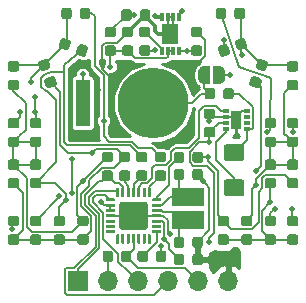
<source format=gtl>
G04 #@! TF.GenerationSoftware,KiCad,Pcbnew,5.0.0*
G04 #@! TF.CreationDate,2018-09-21T06:24:59-04:00*
G04 #@! TF.ProjectId,v1,76312E6B696361645F70636200000000,rev?*
G04 #@! TF.SameCoordinates,Original*
G04 #@! TF.FileFunction,Copper,L1,Top,Signal*
G04 #@! TF.FilePolarity,Positive*
%FSLAX46Y46*%
G04 Gerber Fmt 4.6, Leading zero omitted, Abs format (unit mm)*
G04 Created by KiCad (PCBNEW 5.0.0) date Fri Sep 21 06:24:59 2018*
%MOMM*%
%LPD*%
G01*
G04 APERTURE LIST*
G04 #@! TA.AperFunction,Conductor*
%ADD10C,0.100000*%
G04 #@! TD*
G04 #@! TA.AperFunction,SMDPad,CuDef*
%ADD11C,0.875000*%
G04 #@! TD*
G04 #@! TA.AperFunction,ComponentPad*
%ADD12R,1.700000X1.700000*%
G04 #@! TD*
G04 #@! TA.AperFunction,ComponentPad*
%ADD13O,1.700000X1.700000*%
G04 #@! TD*
G04 #@! TA.AperFunction,SMDPad,CuDef*
%ADD14C,0.500000*%
G04 #@! TD*
G04 #@! TA.AperFunction,SMDPad,CuDef*
%ADD15R,1.250000X4.000000*%
G04 #@! TD*
G04 #@! TA.AperFunction,SMDPad,CuDef*
%ADD16R,0.500000X0.300000*%
G04 #@! TD*
G04 #@! TA.AperFunction,SMDPad,CuDef*
%ADD17R,0.900000X1.500000*%
G04 #@! TD*
G04 #@! TA.AperFunction,Conductor*
%ADD18C,6.000000*%
G04 #@! TD*
G04 #@! TA.AperFunction,SMDPad,CuDef*
%ADD19C,1.425000*%
G04 #@! TD*
G04 #@! TA.AperFunction,SMDPad,CuDef*
%ADD20R,2.700000X1.500000*%
G04 #@! TD*
G04 #@! TA.AperFunction,SMDPad,CuDef*
%ADD21C,2.400000*%
G04 #@! TD*
G04 #@! TA.AperFunction,SMDPad,CuDef*
%ADD22C,0.179289*%
G04 #@! TD*
G04 #@! TA.AperFunction,SMDPad,CuDef*
%ADD23C,0.250000*%
G04 #@! TD*
G04 #@! TA.AperFunction,SMDPad,CuDef*
%ADD24R,1.450000X1.750000*%
G04 #@! TD*
G04 #@! TA.AperFunction,SMDPad,CuDef*
%ADD25R,0.300000X0.750000*%
G04 #@! TD*
G04 #@! TA.AperFunction,ViaPad*
%ADD26C,0.508000*%
G04 #@! TD*
G04 #@! TA.AperFunction,Conductor*
%ADD27C,0.152400*%
G04 #@! TD*
G04 #@! TA.AperFunction,Conductor*
%ADD28C,0.304800*%
G04 #@! TD*
G04 #@! TA.AperFunction,Conductor*
%ADD29C,0.254000*%
G04 #@! TD*
G04 APERTURE END LIST*
D10*
G04 #@! TO.N,Net-(D10-Pad1)*
G04 #@! TO.C,D21*
G36*
X183658691Y-129880253D02*
X183679926Y-129883403D01*
X183700750Y-129888619D01*
X183720962Y-129895851D01*
X183740368Y-129905030D01*
X183758781Y-129916066D01*
X183776024Y-129928854D01*
X183791930Y-129943270D01*
X183806346Y-129959176D01*
X183819134Y-129976419D01*
X183830170Y-129994832D01*
X183839349Y-130014238D01*
X183846581Y-130034450D01*
X183851797Y-130055274D01*
X183854947Y-130076509D01*
X183856000Y-130097950D01*
X183856000Y-130535450D01*
X183854947Y-130556891D01*
X183851797Y-130578126D01*
X183846581Y-130598950D01*
X183839349Y-130619162D01*
X183830170Y-130638568D01*
X183819134Y-130656981D01*
X183806346Y-130674224D01*
X183791930Y-130690130D01*
X183776024Y-130704546D01*
X183758781Y-130717334D01*
X183740368Y-130728370D01*
X183720962Y-130737549D01*
X183700750Y-130744781D01*
X183679926Y-130749997D01*
X183658691Y-130753147D01*
X183637250Y-130754200D01*
X183124750Y-130754200D01*
X183103309Y-130753147D01*
X183082074Y-130749997D01*
X183061250Y-130744781D01*
X183041038Y-130737549D01*
X183021632Y-130728370D01*
X183003219Y-130717334D01*
X182985976Y-130704546D01*
X182970070Y-130690130D01*
X182955654Y-130674224D01*
X182942866Y-130656981D01*
X182931830Y-130638568D01*
X182922651Y-130619162D01*
X182915419Y-130598950D01*
X182910203Y-130578126D01*
X182907053Y-130556891D01*
X182906000Y-130535450D01*
X182906000Y-130097950D01*
X182907053Y-130076509D01*
X182910203Y-130055274D01*
X182915419Y-130034450D01*
X182922651Y-130014238D01*
X182931830Y-129994832D01*
X182942866Y-129976419D01*
X182955654Y-129959176D01*
X182970070Y-129943270D01*
X182985976Y-129928854D01*
X183003219Y-129916066D01*
X183021632Y-129905030D01*
X183041038Y-129895851D01*
X183061250Y-129888619D01*
X183082074Y-129883403D01*
X183103309Y-129880253D01*
X183124750Y-129879200D01*
X183637250Y-129879200D01*
X183658691Y-129880253D01*
X183658691Y-129880253D01*
G37*
D11*
G04 #@! TD*
G04 #@! TO.P,D21,1*
G04 #@! TO.N,Net-(D10-Pad1)*
X183381000Y-130316700D03*
D10*
G04 #@! TO.N,Net-(D1-Pad1)*
G04 #@! TO.C,D21*
G36*
X183658691Y-128305253D02*
X183679926Y-128308403D01*
X183700750Y-128313619D01*
X183720962Y-128320851D01*
X183740368Y-128330030D01*
X183758781Y-128341066D01*
X183776024Y-128353854D01*
X183791930Y-128368270D01*
X183806346Y-128384176D01*
X183819134Y-128401419D01*
X183830170Y-128419832D01*
X183839349Y-128439238D01*
X183846581Y-128459450D01*
X183851797Y-128480274D01*
X183854947Y-128501509D01*
X183856000Y-128522950D01*
X183856000Y-128960450D01*
X183854947Y-128981891D01*
X183851797Y-129003126D01*
X183846581Y-129023950D01*
X183839349Y-129044162D01*
X183830170Y-129063568D01*
X183819134Y-129081981D01*
X183806346Y-129099224D01*
X183791930Y-129115130D01*
X183776024Y-129129546D01*
X183758781Y-129142334D01*
X183740368Y-129153370D01*
X183720962Y-129162549D01*
X183700750Y-129169781D01*
X183679926Y-129174997D01*
X183658691Y-129178147D01*
X183637250Y-129179200D01*
X183124750Y-129179200D01*
X183103309Y-129178147D01*
X183082074Y-129174997D01*
X183061250Y-129169781D01*
X183041038Y-129162549D01*
X183021632Y-129153370D01*
X183003219Y-129142334D01*
X182985976Y-129129546D01*
X182970070Y-129115130D01*
X182955654Y-129099224D01*
X182942866Y-129081981D01*
X182931830Y-129063568D01*
X182922651Y-129044162D01*
X182915419Y-129023950D01*
X182910203Y-129003126D01*
X182907053Y-128981891D01*
X182906000Y-128960450D01*
X182906000Y-128522950D01*
X182907053Y-128501509D01*
X182910203Y-128480274D01*
X182915419Y-128459450D01*
X182922651Y-128439238D01*
X182931830Y-128419832D01*
X182942866Y-128401419D01*
X182955654Y-128384176D01*
X182970070Y-128368270D01*
X182985976Y-128353854D01*
X183003219Y-128341066D01*
X183021632Y-128330030D01*
X183041038Y-128320851D01*
X183061250Y-128313619D01*
X183082074Y-128308403D01*
X183103309Y-128305253D01*
X183124750Y-128304200D01*
X183637250Y-128304200D01*
X183658691Y-128305253D01*
X183658691Y-128305253D01*
G37*
D11*
G04 #@! TD*
G04 #@! TO.P,D21,2*
G04 #@! TO.N,Net-(D1-Pad1)*
X183381000Y-128741700D03*
D12*
G04 #@! TO.P,J1,1*
G04 #@! TO.N,MISO*
X188849000Y-138620500D03*
D13*
G04 #@! TO.P,J1,2*
G04 #@! TO.N,+3V3*
X191389000Y-138620500D03*
G04 #@! TO.P,J1,3*
G04 #@! TO.N,SCK*
X193929000Y-138620500D03*
G04 #@! TO.P,J1,4*
G04 #@! TO.N,CP6*
X196469000Y-138620500D03*
G04 #@! TO.P,J1,5*
G04 #@! TO.N,RESET*
X199009000Y-138620500D03*
G04 #@! TO.P,J1,6*
G04 #@! TO.N,GND*
X201549000Y-138620500D03*
G04 #@! TD*
D14*
G04 #@! TO.P,JP1,1*
G04 #@! TO.N,Net-(J2-Pad1)*
X199502000Y-121158000D03*
D10*
G04 #@! TD*
G04 #@! TO.N,Net-(J2-Pad1)*
G04 #@! TO.C,JP1*
G36*
X200002000Y-121908000D02*
X199502000Y-121908000D01*
X199502000Y-121907398D01*
X199477466Y-121907398D01*
X199428635Y-121902588D01*
X199380510Y-121893016D01*
X199333555Y-121878772D01*
X199288222Y-121859995D01*
X199244949Y-121836864D01*
X199204150Y-121809604D01*
X199166221Y-121778476D01*
X199131524Y-121743779D01*
X199100396Y-121705850D01*
X199073136Y-121665051D01*
X199050005Y-121621778D01*
X199031228Y-121576445D01*
X199016984Y-121529490D01*
X199007412Y-121481365D01*
X199002602Y-121432534D01*
X199002602Y-121408000D01*
X199002000Y-121408000D01*
X199002000Y-120908000D01*
X199002602Y-120908000D01*
X199002602Y-120883466D01*
X199007412Y-120834635D01*
X199016984Y-120786510D01*
X199031228Y-120739555D01*
X199050005Y-120694222D01*
X199073136Y-120650949D01*
X199100396Y-120610150D01*
X199131524Y-120572221D01*
X199166221Y-120537524D01*
X199204150Y-120506396D01*
X199244949Y-120479136D01*
X199288222Y-120456005D01*
X199333555Y-120437228D01*
X199380510Y-120422984D01*
X199428635Y-120413412D01*
X199477466Y-120408602D01*
X199502000Y-120408602D01*
X199502000Y-120408000D01*
X200002000Y-120408000D01*
X200002000Y-121908000D01*
X200002000Y-121908000D01*
G37*
D14*
G04 #@! TO.P,JP1,2*
G04 #@! TO.N,Net-(J3-Pad1)*
X200802000Y-121158000D03*
D10*
G04 #@! TD*
G04 #@! TO.N,Net-(J3-Pad1)*
G04 #@! TO.C,JP1*
G36*
X200802000Y-120408602D02*
X200826534Y-120408602D01*
X200875365Y-120413412D01*
X200923490Y-120422984D01*
X200970445Y-120437228D01*
X201015778Y-120456005D01*
X201059051Y-120479136D01*
X201099850Y-120506396D01*
X201137779Y-120537524D01*
X201172476Y-120572221D01*
X201203604Y-120610150D01*
X201230864Y-120650949D01*
X201253995Y-120694222D01*
X201272772Y-120739555D01*
X201287016Y-120786510D01*
X201296588Y-120834635D01*
X201301398Y-120883466D01*
X201301398Y-120908000D01*
X201302000Y-120908000D01*
X201302000Y-121408000D01*
X201301398Y-121408000D01*
X201301398Y-121432534D01*
X201296588Y-121481365D01*
X201287016Y-121529490D01*
X201272772Y-121576445D01*
X201253995Y-121621778D01*
X201230864Y-121665051D01*
X201203604Y-121705850D01*
X201172476Y-121743779D01*
X201137779Y-121778476D01*
X201099850Y-121809604D01*
X201059051Y-121836864D01*
X201015778Y-121859995D01*
X200970445Y-121878772D01*
X200923490Y-121893016D01*
X200875365Y-121902588D01*
X200826534Y-121907398D01*
X200802000Y-121907398D01*
X200802000Y-121908000D01*
X200302000Y-121908000D01*
X200302000Y-120408000D01*
X200802000Y-120408000D01*
X200802000Y-120408602D01*
X200802000Y-120408602D01*
G37*
G04 #@! TO.N,GND*
G04 #@! TO.C,C4*
G36*
X199211191Y-136305053D02*
X199232426Y-136308203D01*
X199253250Y-136313419D01*
X199273462Y-136320651D01*
X199292868Y-136329830D01*
X199311281Y-136340866D01*
X199328524Y-136353654D01*
X199344430Y-136368070D01*
X199358846Y-136383976D01*
X199371634Y-136401219D01*
X199382670Y-136419632D01*
X199391849Y-136439038D01*
X199399081Y-136459250D01*
X199404297Y-136480074D01*
X199407447Y-136501309D01*
X199408500Y-136522750D01*
X199408500Y-137035250D01*
X199407447Y-137056691D01*
X199404297Y-137077926D01*
X199399081Y-137098750D01*
X199391849Y-137118962D01*
X199382670Y-137138368D01*
X199371634Y-137156781D01*
X199358846Y-137174024D01*
X199344430Y-137189930D01*
X199328524Y-137204346D01*
X199311281Y-137217134D01*
X199292868Y-137228170D01*
X199273462Y-137237349D01*
X199253250Y-137244581D01*
X199232426Y-137249797D01*
X199211191Y-137252947D01*
X199189750Y-137254000D01*
X198752250Y-137254000D01*
X198730809Y-137252947D01*
X198709574Y-137249797D01*
X198688750Y-137244581D01*
X198668538Y-137237349D01*
X198649132Y-137228170D01*
X198630719Y-137217134D01*
X198613476Y-137204346D01*
X198597570Y-137189930D01*
X198583154Y-137174024D01*
X198570366Y-137156781D01*
X198559330Y-137138368D01*
X198550151Y-137118962D01*
X198542919Y-137098750D01*
X198537703Y-137077926D01*
X198534553Y-137056691D01*
X198533500Y-137035250D01*
X198533500Y-136522750D01*
X198534553Y-136501309D01*
X198537703Y-136480074D01*
X198542919Y-136459250D01*
X198550151Y-136439038D01*
X198559330Y-136419632D01*
X198570366Y-136401219D01*
X198583154Y-136383976D01*
X198597570Y-136368070D01*
X198613476Y-136353654D01*
X198630719Y-136340866D01*
X198649132Y-136329830D01*
X198668538Y-136320651D01*
X198688750Y-136313419D01*
X198709574Y-136308203D01*
X198730809Y-136305053D01*
X198752250Y-136304000D01*
X199189750Y-136304000D01*
X199211191Y-136305053D01*
X199211191Y-136305053D01*
G37*
D11*
G04 #@! TD*
G04 #@! TO.P,C4,1*
G04 #@! TO.N,GND*
X198971000Y-136779000D03*
D10*
G04 #@! TO.N,+3V3*
G04 #@! TO.C,C4*
G36*
X197636191Y-136305053D02*
X197657426Y-136308203D01*
X197678250Y-136313419D01*
X197698462Y-136320651D01*
X197717868Y-136329830D01*
X197736281Y-136340866D01*
X197753524Y-136353654D01*
X197769430Y-136368070D01*
X197783846Y-136383976D01*
X197796634Y-136401219D01*
X197807670Y-136419632D01*
X197816849Y-136439038D01*
X197824081Y-136459250D01*
X197829297Y-136480074D01*
X197832447Y-136501309D01*
X197833500Y-136522750D01*
X197833500Y-137035250D01*
X197832447Y-137056691D01*
X197829297Y-137077926D01*
X197824081Y-137098750D01*
X197816849Y-137118962D01*
X197807670Y-137138368D01*
X197796634Y-137156781D01*
X197783846Y-137174024D01*
X197769430Y-137189930D01*
X197753524Y-137204346D01*
X197736281Y-137217134D01*
X197717868Y-137228170D01*
X197698462Y-137237349D01*
X197678250Y-137244581D01*
X197657426Y-137249797D01*
X197636191Y-137252947D01*
X197614750Y-137254000D01*
X197177250Y-137254000D01*
X197155809Y-137252947D01*
X197134574Y-137249797D01*
X197113750Y-137244581D01*
X197093538Y-137237349D01*
X197074132Y-137228170D01*
X197055719Y-137217134D01*
X197038476Y-137204346D01*
X197022570Y-137189930D01*
X197008154Y-137174024D01*
X196995366Y-137156781D01*
X196984330Y-137138368D01*
X196975151Y-137118962D01*
X196967919Y-137098750D01*
X196962703Y-137077926D01*
X196959553Y-137056691D01*
X196958500Y-137035250D01*
X196958500Y-136522750D01*
X196959553Y-136501309D01*
X196962703Y-136480074D01*
X196967919Y-136459250D01*
X196975151Y-136439038D01*
X196984330Y-136419632D01*
X196995366Y-136401219D01*
X197008154Y-136383976D01*
X197022570Y-136368070D01*
X197038476Y-136353654D01*
X197055719Y-136340866D01*
X197074132Y-136329830D01*
X197093538Y-136320651D01*
X197113750Y-136313419D01*
X197134574Y-136308203D01*
X197155809Y-136305053D01*
X197177250Y-136304000D01*
X197614750Y-136304000D01*
X197636191Y-136305053D01*
X197636191Y-136305053D01*
G37*
D11*
G04 #@! TD*
G04 #@! TO.P,C4,2*
G04 #@! TO.N,+3V3*
X197396000Y-136779000D03*
D15*
G04 #@! TO.P,J3,1*
G04 #@! TO.N,Net-(J3-Pad1)*
X189230000Y-123545600D03*
G04 #@! TD*
D10*
G04 #@! TO.N,GND*
G04 #@! TO.C,C3*
G36*
X200239191Y-123998053D02*
X200260426Y-124001203D01*
X200281250Y-124006419D01*
X200301462Y-124013651D01*
X200320868Y-124022830D01*
X200339281Y-124033866D01*
X200356524Y-124046654D01*
X200372430Y-124061070D01*
X200386846Y-124076976D01*
X200399634Y-124094219D01*
X200410670Y-124112632D01*
X200419849Y-124132038D01*
X200427081Y-124152250D01*
X200432297Y-124173074D01*
X200435447Y-124194309D01*
X200436500Y-124215750D01*
X200436500Y-124653250D01*
X200435447Y-124674691D01*
X200432297Y-124695926D01*
X200427081Y-124716750D01*
X200419849Y-124736962D01*
X200410670Y-124756368D01*
X200399634Y-124774781D01*
X200386846Y-124792024D01*
X200372430Y-124807930D01*
X200356524Y-124822346D01*
X200339281Y-124835134D01*
X200320868Y-124846170D01*
X200301462Y-124855349D01*
X200281250Y-124862581D01*
X200260426Y-124867797D01*
X200239191Y-124870947D01*
X200217750Y-124872000D01*
X199705250Y-124872000D01*
X199683809Y-124870947D01*
X199662574Y-124867797D01*
X199641750Y-124862581D01*
X199621538Y-124855349D01*
X199602132Y-124846170D01*
X199583719Y-124835134D01*
X199566476Y-124822346D01*
X199550570Y-124807930D01*
X199536154Y-124792024D01*
X199523366Y-124774781D01*
X199512330Y-124756368D01*
X199503151Y-124736962D01*
X199495919Y-124716750D01*
X199490703Y-124695926D01*
X199487553Y-124674691D01*
X199486500Y-124653250D01*
X199486500Y-124215750D01*
X199487553Y-124194309D01*
X199490703Y-124173074D01*
X199495919Y-124152250D01*
X199503151Y-124132038D01*
X199512330Y-124112632D01*
X199523366Y-124094219D01*
X199536154Y-124076976D01*
X199550570Y-124061070D01*
X199566476Y-124046654D01*
X199583719Y-124033866D01*
X199602132Y-124022830D01*
X199621538Y-124013651D01*
X199641750Y-124006419D01*
X199662574Y-124001203D01*
X199683809Y-123998053D01*
X199705250Y-123997000D01*
X200217750Y-123997000D01*
X200239191Y-123998053D01*
X200239191Y-123998053D01*
G37*
D11*
G04 #@! TD*
G04 #@! TO.P,C3,1*
G04 #@! TO.N,GND*
X199961500Y-124434500D03*
D10*
G04 #@! TO.N,+3V3*
G04 #@! TO.C,C3*
G36*
X200239191Y-125573053D02*
X200260426Y-125576203D01*
X200281250Y-125581419D01*
X200301462Y-125588651D01*
X200320868Y-125597830D01*
X200339281Y-125608866D01*
X200356524Y-125621654D01*
X200372430Y-125636070D01*
X200386846Y-125651976D01*
X200399634Y-125669219D01*
X200410670Y-125687632D01*
X200419849Y-125707038D01*
X200427081Y-125727250D01*
X200432297Y-125748074D01*
X200435447Y-125769309D01*
X200436500Y-125790750D01*
X200436500Y-126228250D01*
X200435447Y-126249691D01*
X200432297Y-126270926D01*
X200427081Y-126291750D01*
X200419849Y-126311962D01*
X200410670Y-126331368D01*
X200399634Y-126349781D01*
X200386846Y-126367024D01*
X200372430Y-126382930D01*
X200356524Y-126397346D01*
X200339281Y-126410134D01*
X200320868Y-126421170D01*
X200301462Y-126430349D01*
X200281250Y-126437581D01*
X200260426Y-126442797D01*
X200239191Y-126445947D01*
X200217750Y-126447000D01*
X199705250Y-126447000D01*
X199683809Y-126445947D01*
X199662574Y-126442797D01*
X199641750Y-126437581D01*
X199621538Y-126430349D01*
X199602132Y-126421170D01*
X199583719Y-126410134D01*
X199566476Y-126397346D01*
X199550570Y-126382930D01*
X199536154Y-126367024D01*
X199523366Y-126349781D01*
X199512330Y-126331368D01*
X199503151Y-126311962D01*
X199495919Y-126291750D01*
X199490703Y-126270926D01*
X199487553Y-126249691D01*
X199486500Y-126228250D01*
X199486500Y-125790750D01*
X199487553Y-125769309D01*
X199490703Y-125748074D01*
X199495919Y-125727250D01*
X199503151Y-125707038D01*
X199512330Y-125687632D01*
X199523366Y-125669219D01*
X199536154Y-125651976D01*
X199550570Y-125636070D01*
X199566476Y-125621654D01*
X199583719Y-125608866D01*
X199602132Y-125597830D01*
X199621538Y-125588651D01*
X199641750Y-125581419D01*
X199662574Y-125576203D01*
X199683809Y-125573053D01*
X199705250Y-125572000D01*
X200217750Y-125572000D01*
X200239191Y-125573053D01*
X200239191Y-125573053D01*
G37*
D11*
G04 #@! TD*
G04 #@! TO.P,C3,2*
G04 #@! TO.N,+3V3*
X199961500Y-126009500D03*
D16*
G04 #@! TO.P,U3,1*
G04 #@! TO.N,Net-(CS1-Pad1)*
X203147500Y-125718000D03*
G04 #@! TO.P,U3,2*
G04 #@! TO.N,Net-(U3-Pad2)*
X203147500Y-125218000D03*
G04 #@! TO.P,U3,3*
G04 #@! TO.N,Net-(U3-Pad3)*
X203147500Y-124718000D03*
G04 #@! TO.P,U3,4*
G04 #@! TO.N,GND*
X203147500Y-124218000D03*
G04 #@! TO.P,U3,5*
G04 #@! TO.N,CAPSENSE*
X201347500Y-124218000D03*
G04 #@! TO.P,U3,6*
G04 #@! TO.N,GND*
X201347500Y-124718000D03*
G04 #@! TO.P,U3,7*
G04 #@! TO.N,+3V3*
X201347500Y-125218000D03*
G04 #@! TO.P,U3,8*
G04 #@! TO.N,Net-(CS1-Pad2)*
X201347500Y-125718000D03*
D17*
G04 #@! TO.P,U3,9*
G04 #@! TO.N,GND*
X202247500Y-124968000D03*
G04 #@! TD*
D18*
G04 #@! TO.N,Net-(J2-Pad1)*
G04 #@! TO.C,J2*
X195199000Y-123545600D03*
G04 #@! TD*
D10*
G04 #@! TO.N,Net-(C1-Pad2)*
G04 #@! TO.C,C1*
G36*
X197630461Y-134844553D02*
X197651696Y-134847703D01*
X197672520Y-134852919D01*
X197692732Y-134860151D01*
X197712138Y-134869330D01*
X197730551Y-134880366D01*
X197747794Y-134893154D01*
X197763700Y-134907570D01*
X197778116Y-134923476D01*
X197790904Y-134940719D01*
X197801940Y-134959132D01*
X197811119Y-134978538D01*
X197818351Y-134998750D01*
X197823567Y-135019574D01*
X197826717Y-135040809D01*
X197827770Y-135062250D01*
X197827770Y-135574750D01*
X197826717Y-135596191D01*
X197823567Y-135617426D01*
X197818351Y-135638250D01*
X197811119Y-135658462D01*
X197801940Y-135677868D01*
X197790904Y-135696281D01*
X197778116Y-135713524D01*
X197763700Y-135729430D01*
X197747794Y-135743846D01*
X197730551Y-135756634D01*
X197712138Y-135767670D01*
X197692732Y-135776849D01*
X197672520Y-135784081D01*
X197651696Y-135789297D01*
X197630461Y-135792447D01*
X197609020Y-135793500D01*
X197171520Y-135793500D01*
X197150079Y-135792447D01*
X197128844Y-135789297D01*
X197108020Y-135784081D01*
X197087808Y-135776849D01*
X197068402Y-135767670D01*
X197049989Y-135756634D01*
X197032746Y-135743846D01*
X197016840Y-135729430D01*
X197002424Y-135713524D01*
X196989636Y-135696281D01*
X196978600Y-135677868D01*
X196969421Y-135658462D01*
X196962189Y-135638250D01*
X196956973Y-135617426D01*
X196953823Y-135596191D01*
X196952770Y-135574750D01*
X196952770Y-135062250D01*
X196953823Y-135040809D01*
X196956973Y-135019574D01*
X196962189Y-134998750D01*
X196969421Y-134978538D01*
X196978600Y-134959132D01*
X196989636Y-134940719D01*
X197002424Y-134923476D01*
X197016840Y-134907570D01*
X197032746Y-134893154D01*
X197049989Y-134880366D01*
X197068402Y-134869330D01*
X197087808Y-134860151D01*
X197108020Y-134852919D01*
X197128844Y-134847703D01*
X197150079Y-134844553D01*
X197171520Y-134843500D01*
X197609020Y-134843500D01*
X197630461Y-134844553D01*
X197630461Y-134844553D01*
G37*
D11*
G04 #@! TD*
G04 #@! TO.P,C1,2*
G04 #@! TO.N,Net-(C1-Pad2)*
X197390270Y-135318500D03*
D10*
G04 #@! TO.N,GND*
G04 #@! TO.C,C1*
G36*
X199205461Y-134844553D02*
X199226696Y-134847703D01*
X199247520Y-134852919D01*
X199267732Y-134860151D01*
X199287138Y-134869330D01*
X199305551Y-134880366D01*
X199322794Y-134893154D01*
X199338700Y-134907570D01*
X199353116Y-134923476D01*
X199365904Y-134940719D01*
X199376940Y-134959132D01*
X199386119Y-134978538D01*
X199393351Y-134998750D01*
X199398567Y-135019574D01*
X199401717Y-135040809D01*
X199402770Y-135062250D01*
X199402770Y-135574750D01*
X199401717Y-135596191D01*
X199398567Y-135617426D01*
X199393351Y-135638250D01*
X199386119Y-135658462D01*
X199376940Y-135677868D01*
X199365904Y-135696281D01*
X199353116Y-135713524D01*
X199338700Y-135729430D01*
X199322794Y-135743846D01*
X199305551Y-135756634D01*
X199287138Y-135767670D01*
X199267732Y-135776849D01*
X199247520Y-135784081D01*
X199226696Y-135789297D01*
X199205461Y-135792447D01*
X199184020Y-135793500D01*
X198746520Y-135793500D01*
X198725079Y-135792447D01*
X198703844Y-135789297D01*
X198683020Y-135784081D01*
X198662808Y-135776849D01*
X198643402Y-135767670D01*
X198624989Y-135756634D01*
X198607746Y-135743846D01*
X198591840Y-135729430D01*
X198577424Y-135713524D01*
X198564636Y-135696281D01*
X198553600Y-135677868D01*
X198544421Y-135658462D01*
X198537189Y-135638250D01*
X198531973Y-135617426D01*
X198528823Y-135596191D01*
X198527770Y-135574750D01*
X198527770Y-135062250D01*
X198528823Y-135040809D01*
X198531973Y-135019574D01*
X198537189Y-134998750D01*
X198544421Y-134978538D01*
X198553600Y-134959132D01*
X198564636Y-134940719D01*
X198577424Y-134923476D01*
X198591840Y-134907570D01*
X198607746Y-134893154D01*
X198624989Y-134880366D01*
X198643402Y-134869330D01*
X198662808Y-134860151D01*
X198683020Y-134852919D01*
X198703844Y-134847703D01*
X198725079Y-134844553D01*
X198746520Y-134843500D01*
X199184020Y-134843500D01*
X199205461Y-134844553D01*
X199205461Y-134844553D01*
G37*
D11*
G04 #@! TD*
G04 #@! TO.P,C1,1*
G04 #@! TO.N,GND*
X198965270Y-135318500D03*
D10*
G04 #@! TO.N,Net-(C2-Pad1)*
G04 #@! TO.C,C2*
G36*
X197630461Y-129111632D02*
X197651696Y-129114782D01*
X197672520Y-129119998D01*
X197692732Y-129127230D01*
X197712138Y-129136409D01*
X197730551Y-129147445D01*
X197747794Y-129160233D01*
X197763700Y-129174649D01*
X197778116Y-129190555D01*
X197790904Y-129207798D01*
X197801940Y-129226211D01*
X197811119Y-129245617D01*
X197818351Y-129265829D01*
X197823567Y-129286653D01*
X197826717Y-129307888D01*
X197827770Y-129329329D01*
X197827770Y-129841829D01*
X197826717Y-129863270D01*
X197823567Y-129884505D01*
X197818351Y-129905329D01*
X197811119Y-129925541D01*
X197801940Y-129944947D01*
X197790904Y-129963360D01*
X197778116Y-129980603D01*
X197763700Y-129996509D01*
X197747794Y-130010925D01*
X197730551Y-130023713D01*
X197712138Y-130034749D01*
X197692732Y-130043928D01*
X197672520Y-130051160D01*
X197651696Y-130056376D01*
X197630461Y-130059526D01*
X197609020Y-130060579D01*
X197171520Y-130060579D01*
X197150079Y-130059526D01*
X197128844Y-130056376D01*
X197108020Y-130051160D01*
X197087808Y-130043928D01*
X197068402Y-130034749D01*
X197049989Y-130023713D01*
X197032746Y-130010925D01*
X197016840Y-129996509D01*
X197002424Y-129980603D01*
X196989636Y-129963360D01*
X196978600Y-129944947D01*
X196969421Y-129925541D01*
X196962189Y-129905329D01*
X196956973Y-129884505D01*
X196953823Y-129863270D01*
X196952770Y-129841829D01*
X196952770Y-129329329D01*
X196953823Y-129307888D01*
X196956973Y-129286653D01*
X196962189Y-129265829D01*
X196969421Y-129245617D01*
X196978600Y-129226211D01*
X196989636Y-129207798D01*
X197002424Y-129190555D01*
X197016840Y-129174649D01*
X197032746Y-129160233D01*
X197049989Y-129147445D01*
X197068402Y-129136409D01*
X197087808Y-129127230D01*
X197108020Y-129119998D01*
X197128844Y-129114782D01*
X197150079Y-129111632D01*
X197171520Y-129110579D01*
X197609020Y-129110579D01*
X197630461Y-129111632D01*
X197630461Y-129111632D01*
G37*
D11*
G04 #@! TD*
G04 #@! TO.P,C2,1*
G04 #@! TO.N,Net-(C2-Pad1)*
X197390270Y-129585579D03*
D10*
G04 #@! TO.N,GND*
G04 #@! TO.C,C2*
G36*
X199205461Y-129111632D02*
X199226696Y-129114782D01*
X199247520Y-129119998D01*
X199267732Y-129127230D01*
X199287138Y-129136409D01*
X199305551Y-129147445D01*
X199322794Y-129160233D01*
X199338700Y-129174649D01*
X199353116Y-129190555D01*
X199365904Y-129207798D01*
X199376940Y-129226211D01*
X199386119Y-129245617D01*
X199393351Y-129265829D01*
X199398567Y-129286653D01*
X199401717Y-129307888D01*
X199402770Y-129329329D01*
X199402770Y-129841829D01*
X199401717Y-129863270D01*
X199398567Y-129884505D01*
X199393351Y-129905329D01*
X199386119Y-129925541D01*
X199376940Y-129944947D01*
X199365904Y-129963360D01*
X199353116Y-129980603D01*
X199338700Y-129996509D01*
X199322794Y-130010925D01*
X199305551Y-130023713D01*
X199287138Y-130034749D01*
X199267732Y-130043928D01*
X199247520Y-130051160D01*
X199226696Y-130056376D01*
X199205461Y-130059526D01*
X199184020Y-130060579D01*
X198746520Y-130060579D01*
X198725079Y-130059526D01*
X198703844Y-130056376D01*
X198683020Y-130051160D01*
X198662808Y-130043928D01*
X198643402Y-130034749D01*
X198624989Y-130023713D01*
X198607746Y-130010925D01*
X198591840Y-129996509D01*
X198577424Y-129980603D01*
X198564636Y-129963360D01*
X198553600Y-129944947D01*
X198544421Y-129925541D01*
X198537189Y-129905329D01*
X198531973Y-129884505D01*
X198528823Y-129863270D01*
X198527770Y-129841829D01*
X198527770Y-129329329D01*
X198528823Y-129307888D01*
X198531973Y-129286653D01*
X198537189Y-129265829D01*
X198544421Y-129245617D01*
X198553600Y-129226211D01*
X198564636Y-129207798D01*
X198577424Y-129190555D01*
X198591840Y-129174649D01*
X198607746Y-129160233D01*
X198624989Y-129147445D01*
X198643402Y-129136409D01*
X198662808Y-129127230D01*
X198683020Y-129119998D01*
X198703844Y-129114782D01*
X198725079Y-129111632D01*
X198746520Y-129110579D01*
X199184020Y-129110579D01*
X199205461Y-129111632D01*
X199205461Y-129111632D01*
G37*
D11*
G04 #@! TD*
G04 #@! TO.P,C2,2*
G04 #@! TO.N,GND*
X198965270Y-129585579D03*
D10*
G04 #@! TO.N,GND*
G04 #@! TO.C,CIN1*
G36*
X199159691Y-117076553D02*
X199180926Y-117079703D01*
X199201750Y-117084919D01*
X199221962Y-117092151D01*
X199241368Y-117101330D01*
X199259781Y-117112366D01*
X199277024Y-117125154D01*
X199292930Y-117139570D01*
X199307346Y-117155476D01*
X199320134Y-117172719D01*
X199331170Y-117191132D01*
X199340349Y-117210538D01*
X199347581Y-117230750D01*
X199352797Y-117251574D01*
X199355947Y-117272809D01*
X199357000Y-117294250D01*
X199357000Y-117731750D01*
X199355947Y-117753191D01*
X199352797Y-117774426D01*
X199347581Y-117795250D01*
X199340349Y-117815462D01*
X199331170Y-117834868D01*
X199320134Y-117853281D01*
X199307346Y-117870524D01*
X199292930Y-117886430D01*
X199277024Y-117900846D01*
X199259781Y-117913634D01*
X199241368Y-117924670D01*
X199221962Y-117933849D01*
X199201750Y-117941081D01*
X199180926Y-117946297D01*
X199159691Y-117949447D01*
X199138250Y-117950500D01*
X198625750Y-117950500D01*
X198604309Y-117949447D01*
X198583074Y-117946297D01*
X198562250Y-117941081D01*
X198542038Y-117933849D01*
X198522632Y-117924670D01*
X198504219Y-117913634D01*
X198486976Y-117900846D01*
X198471070Y-117886430D01*
X198456654Y-117870524D01*
X198443866Y-117853281D01*
X198432830Y-117834868D01*
X198423651Y-117815462D01*
X198416419Y-117795250D01*
X198411203Y-117774426D01*
X198408053Y-117753191D01*
X198407000Y-117731750D01*
X198407000Y-117294250D01*
X198408053Y-117272809D01*
X198411203Y-117251574D01*
X198416419Y-117230750D01*
X198423651Y-117210538D01*
X198432830Y-117191132D01*
X198443866Y-117172719D01*
X198456654Y-117155476D01*
X198471070Y-117139570D01*
X198486976Y-117125154D01*
X198504219Y-117112366D01*
X198522632Y-117101330D01*
X198542038Y-117092151D01*
X198562250Y-117084919D01*
X198583074Y-117079703D01*
X198604309Y-117076553D01*
X198625750Y-117075500D01*
X199138250Y-117075500D01*
X199159691Y-117076553D01*
X199159691Y-117076553D01*
G37*
D11*
G04 #@! TD*
G04 #@! TO.P,CIN1,2*
G04 #@! TO.N,GND*
X198882000Y-117513000D03*
D10*
G04 #@! TO.N,Net-(BT1-Pad1)*
G04 #@! TO.C,CIN1*
G36*
X199159691Y-118651553D02*
X199180926Y-118654703D01*
X199201750Y-118659919D01*
X199221962Y-118667151D01*
X199241368Y-118676330D01*
X199259781Y-118687366D01*
X199277024Y-118700154D01*
X199292930Y-118714570D01*
X199307346Y-118730476D01*
X199320134Y-118747719D01*
X199331170Y-118766132D01*
X199340349Y-118785538D01*
X199347581Y-118805750D01*
X199352797Y-118826574D01*
X199355947Y-118847809D01*
X199357000Y-118869250D01*
X199357000Y-119306750D01*
X199355947Y-119328191D01*
X199352797Y-119349426D01*
X199347581Y-119370250D01*
X199340349Y-119390462D01*
X199331170Y-119409868D01*
X199320134Y-119428281D01*
X199307346Y-119445524D01*
X199292930Y-119461430D01*
X199277024Y-119475846D01*
X199259781Y-119488634D01*
X199241368Y-119499670D01*
X199221962Y-119508849D01*
X199201750Y-119516081D01*
X199180926Y-119521297D01*
X199159691Y-119524447D01*
X199138250Y-119525500D01*
X198625750Y-119525500D01*
X198604309Y-119524447D01*
X198583074Y-119521297D01*
X198562250Y-119516081D01*
X198542038Y-119508849D01*
X198522632Y-119499670D01*
X198504219Y-119488634D01*
X198486976Y-119475846D01*
X198471070Y-119461430D01*
X198456654Y-119445524D01*
X198443866Y-119428281D01*
X198432830Y-119409868D01*
X198423651Y-119390462D01*
X198416419Y-119370250D01*
X198411203Y-119349426D01*
X198408053Y-119328191D01*
X198407000Y-119306750D01*
X198407000Y-118869250D01*
X198408053Y-118847809D01*
X198411203Y-118826574D01*
X198416419Y-118805750D01*
X198423651Y-118785538D01*
X198432830Y-118766132D01*
X198443866Y-118747719D01*
X198456654Y-118730476D01*
X198471070Y-118714570D01*
X198486976Y-118700154D01*
X198504219Y-118687366D01*
X198522632Y-118676330D01*
X198542038Y-118667151D01*
X198562250Y-118659919D01*
X198583074Y-118654703D01*
X198604309Y-118651553D01*
X198625750Y-118650500D01*
X199138250Y-118650500D01*
X199159691Y-118651553D01*
X199159691Y-118651553D01*
G37*
D11*
G04 #@! TD*
G04 #@! TO.P,CIN1,1*
G04 #@! TO.N,Net-(BT1-Pad1)*
X198882000Y-119088000D03*
D10*
G04 #@! TO.N,+3V3*
G04 #@! TO.C,COUT1*
G36*
X193317691Y-118651553D02*
X193338926Y-118654703D01*
X193359750Y-118659919D01*
X193379962Y-118667151D01*
X193399368Y-118676330D01*
X193417781Y-118687366D01*
X193435024Y-118700154D01*
X193450930Y-118714570D01*
X193465346Y-118730476D01*
X193478134Y-118747719D01*
X193489170Y-118766132D01*
X193498349Y-118785538D01*
X193505581Y-118805750D01*
X193510797Y-118826574D01*
X193513947Y-118847809D01*
X193515000Y-118869250D01*
X193515000Y-119306750D01*
X193513947Y-119328191D01*
X193510797Y-119349426D01*
X193505581Y-119370250D01*
X193498349Y-119390462D01*
X193489170Y-119409868D01*
X193478134Y-119428281D01*
X193465346Y-119445524D01*
X193450930Y-119461430D01*
X193435024Y-119475846D01*
X193417781Y-119488634D01*
X193399368Y-119499670D01*
X193379962Y-119508849D01*
X193359750Y-119516081D01*
X193338926Y-119521297D01*
X193317691Y-119524447D01*
X193296250Y-119525500D01*
X192783750Y-119525500D01*
X192762309Y-119524447D01*
X192741074Y-119521297D01*
X192720250Y-119516081D01*
X192700038Y-119508849D01*
X192680632Y-119499670D01*
X192662219Y-119488634D01*
X192644976Y-119475846D01*
X192629070Y-119461430D01*
X192614654Y-119445524D01*
X192601866Y-119428281D01*
X192590830Y-119409868D01*
X192581651Y-119390462D01*
X192574419Y-119370250D01*
X192569203Y-119349426D01*
X192566053Y-119328191D01*
X192565000Y-119306750D01*
X192565000Y-118869250D01*
X192566053Y-118847809D01*
X192569203Y-118826574D01*
X192574419Y-118805750D01*
X192581651Y-118785538D01*
X192590830Y-118766132D01*
X192601866Y-118747719D01*
X192614654Y-118730476D01*
X192629070Y-118714570D01*
X192644976Y-118700154D01*
X192662219Y-118687366D01*
X192680632Y-118676330D01*
X192700038Y-118667151D01*
X192720250Y-118659919D01*
X192741074Y-118654703D01*
X192762309Y-118651553D01*
X192783750Y-118650500D01*
X193296250Y-118650500D01*
X193317691Y-118651553D01*
X193317691Y-118651553D01*
G37*
D11*
G04 #@! TD*
G04 #@! TO.P,COUT1,1*
G04 #@! TO.N,+3V3*
X193040000Y-119088000D03*
D10*
G04 #@! TO.N,GND*
G04 #@! TO.C,COUT1*
G36*
X193317691Y-117076553D02*
X193338926Y-117079703D01*
X193359750Y-117084919D01*
X193379962Y-117092151D01*
X193399368Y-117101330D01*
X193417781Y-117112366D01*
X193435024Y-117125154D01*
X193450930Y-117139570D01*
X193465346Y-117155476D01*
X193478134Y-117172719D01*
X193489170Y-117191132D01*
X193498349Y-117210538D01*
X193505581Y-117230750D01*
X193510797Y-117251574D01*
X193513947Y-117272809D01*
X193515000Y-117294250D01*
X193515000Y-117731750D01*
X193513947Y-117753191D01*
X193510797Y-117774426D01*
X193505581Y-117795250D01*
X193498349Y-117815462D01*
X193489170Y-117834868D01*
X193478134Y-117853281D01*
X193465346Y-117870524D01*
X193450930Y-117886430D01*
X193435024Y-117900846D01*
X193417781Y-117913634D01*
X193399368Y-117924670D01*
X193379962Y-117933849D01*
X193359750Y-117941081D01*
X193338926Y-117946297D01*
X193317691Y-117949447D01*
X193296250Y-117950500D01*
X192783750Y-117950500D01*
X192762309Y-117949447D01*
X192741074Y-117946297D01*
X192720250Y-117941081D01*
X192700038Y-117933849D01*
X192680632Y-117924670D01*
X192662219Y-117913634D01*
X192644976Y-117900846D01*
X192629070Y-117886430D01*
X192614654Y-117870524D01*
X192601866Y-117853281D01*
X192590830Y-117834868D01*
X192581651Y-117815462D01*
X192574419Y-117795250D01*
X192569203Y-117774426D01*
X192566053Y-117753191D01*
X192565000Y-117731750D01*
X192565000Y-117294250D01*
X192566053Y-117272809D01*
X192569203Y-117251574D01*
X192574419Y-117230750D01*
X192581651Y-117210538D01*
X192590830Y-117191132D01*
X192601866Y-117172719D01*
X192614654Y-117155476D01*
X192629070Y-117139570D01*
X192644976Y-117125154D01*
X192662219Y-117112366D01*
X192680632Y-117101330D01*
X192700038Y-117092151D01*
X192720250Y-117084919D01*
X192741074Y-117079703D01*
X192762309Y-117076553D01*
X192783750Y-117075500D01*
X193296250Y-117075500D01*
X193317691Y-117076553D01*
X193317691Y-117076553D01*
G37*
D11*
G04 #@! TD*
G04 #@! TO.P,COUT1,2*
G04 #@! TO.N,GND*
X193040000Y-117513000D03*
D10*
G04 #@! TO.N,Net-(BT1-Pad1)*
G04 #@! TO.C,L1*
G36*
X194778191Y-118651553D02*
X194799426Y-118654703D01*
X194820250Y-118659919D01*
X194840462Y-118667151D01*
X194859868Y-118676330D01*
X194878281Y-118687366D01*
X194895524Y-118700154D01*
X194911430Y-118714570D01*
X194925846Y-118730476D01*
X194938634Y-118747719D01*
X194949670Y-118766132D01*
X194958849Y-118785538D01*
X194966081Y-118805750D01*
X194971297Y-118826574D01*
X194974447Y-118847809D01*
X194975500Y-118869250D01*
X194975500Y-119306750D01*
X194974447Y-119328191D01*
X194971297Y-119349426D01*
X194966081Y-119370250D01*
X194958849Y-119390462D01*
X194949670Y-119409868D01*
X194938634Y-119428281D01*
X194925846Y-119445524D01*
X194911430Y-119461430D01*
X194895524Y-119475846D01*
X194878281Y-119488634D01*
X194859868Y-119499670D01*
X194840462Y-119508849D01*
X194820250Y-119516081D01*
X194799426Y-119521297D01*
X194778191Y-119524447D01*
X194756750Y-119525500D01*
X194244250Y-119525500D01*
X194222809Y-119524447D01*
X194201574Y-119521297D01*
X194180750Y-119516081D01*
X194160538Y-119508849D01*
X194141132Y-119499670D01*
X194122719Y-119488634D01*
X194105476Y-119475846D01*
X194089570Y-119461430D01*
X194075154Y-119445524D01*
X194062366Y-119428281D01*
X194051330Y-119409868D01*
X194042151Y-119390462D01*
X194034919Y-119370250D01*
X194029703Y-119349426D01*
X194026553Y-119328191D01*
X194025500Y-119306750D01*
X194025500Y-118869250D01*
X194026553Y-118847809D01*
X194029703Y-118826574D01*
X194034919Y-118805750D01*
X194042151Y-118785538D01*
X194051330Y-118766132D01*
X194062366Y-118747719D01*
X194075154Y-118730476D01*
X194089570Y-118714570D01*
X194105476Y-118700154D01*
X194122719Y-118687366D01*
X194141132Y-118676330D01*
X194160538Y-118667151D01*
X194180750Y-118659919D01*
X194201574Y-118654703D01*
X194222809Y-118651553D01*
X194244250Y-118650500D01*
X194756750Y-118650500D01*
X194778191Y-118651553D01*
X194778191Y-118651553D01*
G37*
D11*
G04 #@! TD*
G04 #@! TO.P,L1,1*
G04 #@! TO.N,Net-(BT1-Pad1)*
X194500500Y-119088000D03*
D10*
G04 #@! TO.N,Net-(L1-Pad2)*
G04 #@! TO.C,L1*
G36*
X194778191Y-117076553D02*
X194799426Y-117079703D01*
X194820250Y-117084919D01*
X194840462Y-117092151D01*
X194859868Y-117101330D01*
X194878281Y-117112366D01*
X194895524Y-117125154D01*
X194911430Y-117139570D01*
X194925846Y-117155476D01*
X194938634Y-117172719D01*
X194949670Y-117191132D01*
X194958849Y-117210538D01*
X194966081Y-117230750D01*
X194971297Y-117251574D01*
X194974447Y-117272809D01*
X194975500Y-117294250D01*
X194975500Y-117731750D01*
X194974447Y-117753191D01*
X194971297Y-117774426D01*
X194966081Y-117795250D01*
X194958849Y-117815462D01*
X194949670Y-117834868D01*
X194938634Y-117853281D01*
X194925846Y-117870524D01*
X194911430Y-117886430D01*
X194895524Y-117900846D01*
X194878281Y-117913634D01*
X194859868Y-117924670D01*
X194840462Y-117933849D01*
X194820250Y-117941081D01*
X194799426Y-117946297D01*
X194778191Y-117949447D01*
X194756750Y-117950500D01*
X194244250Y-117950500D01*
X194222809Y-117949447D01*
X194201574Y-117946297D01*
X194180750Y-117941081D01*
X194160538Y-117933849D01*
X194141132Y-117924670D01*
X194122719Y-117913634D01*
X194105476Y-117900846D01*
X194089570Y-117886430D01*
X194075154Y-117870524D01*
X194062366Y-117853281D01*
X194051330Y-117834868D01*
X194042151Y-117815462D01*
X194034919Y-117795250D01*
X194029703Y-117774426D01*
X194026553Y-117753191D01*
X194025500Y-117731750D01*
X194025500Y-117294250D01*
X194026553Y-117272809D01*
X194029703Y-117251574D01*
X194034919Y-117230750D01*
X194042151Y-117210538D01*
X194051330Y-117191132D01*
X194062366Y-117172719D01*
X194075154Y-117155476D01*
X194089570Y-117139570D01*
X194105476Y-117125154D01*
X194122719Y-117112366D01*
X194141132Y-117101330D01*
X194160538Y-117092151D01*
X194180750Y-117084919D01*
X194201574Y-117079703D01*
X194222809Y-117076553D01*
X194244250Y-117075500D01*
X194756750Y-117075500D01*
X194778191Y-117076553D01*
X194778191Y-117076553D01*
G37*
D11*
G04 #@! TD*
G04 #@! TO.P,L1,2*
G04 #@! TO.N,Net-(L1-Pad2)*
X194500500Y-117513000D03*
D10*
G04 #@! TO.N,Net-(D10-Pad1)*
G04 #@! TO.C,D18*
G36*
X187538691Y-134653553D02*
X187559926Y-134656703D01*
X187580750Y-134661919D01*
X187600962Y-134669151D01*
X187620368Y-134678330D01*
X187638781Y-134689366D01*
X187656024Y-134702154D01*
X187671930Y-134716570D01*
X187686346Y-134732476D01*
X187699134Y-134749719D01*
X187710170Y-134768132D01*
X187719349Y-134787538D01*
X187726581Y-134807750D01*
X187731797Y-134828574D01*
X187734947Y-134849809D01*
X187736000Y-134871250D01*
X187736000Y-135308750D01*
X187734947Y-135330191D01*
X187731797Y-135351426D01*
X187726581Y-135372250D01*
X187719349Y-135392462D01*
X187710170Y-135411868D01*
X187699134Y-135430281D01*
X187686346Y-135447524D01*
X187671930Y-135463430D01*
X187656024Y-135477846D01*
X187638781Y-135490634D01*
X187620368Y-135501670D01*
X187600962Y-135510849D01*
X187580750Y-135518081D01*
X187559926Y-135523297D01*
X187538691Y-135526447D01*
X187517250Y-135527500D01*
X187004750Y-135527500D01*
X186983309Y-135526447D01*
X186962074Y-135523297D01*
X186941250Y-135518081D01*
X186921038Y-135510849D01*
X186901632Y-135501670D01*
X186883219Y-135490634D01*
X186865976Y-135477846D01*
X186850070Y-135463430D01*
X186835654Y-135447524D01*
X186822866Y-135430281D01*
X186811830Y-135411868D01*
X186802651Y-135392462D01*
X186795419Y-135372250D01*
X186790203Y-135351426D01*
X186787053Y-135330191D01*
X186786000Y-135308750D01*
X186786000Y-134871250D01*
X186787053Y-134849809D01*
X186790203Y-134828574D01*
X186795419Y-134807750D01*
X186802651Y-134787538D01*
X186811830Y-134768132D01*
X186822866Y-134749719D01*
X186835654Y-134732476D01*
X186850070Y-134716570D01*
X186865976Y-134702154D01*
X186883219Y-134689366D01*
X186901632Y-134678330D01*
X186921038Y-134669151D01*
X186941250Y-134661919D01*
X186962074Y-134656703D01*
X186983309Y-134653553D01*
X187004750Y-134652500D01*
X187517250Y-134652500D01*
X187538691Y-134653553D01*
X187538691Y-134653553D01*
G37*
D11*
G04 #@! TD*
G04 #@! TO.P,D18,2*
G04 #@! TO.N,Net-(D10-Pad1)*
X187261000Y-135090000D03*
D10*
G04 #@! TO.N,Net-(D11-Pad1)*
G04 #@! TO.C,D18*
G36*
X187538691Y-133078553D02*
X187559926Y-133081703D01*
X187580750Y-133086919D01*
X187600962Y-133094151D01*
X187620368Y-133103330D01*
X187638781Y-133114366D01*
X187656024Y-133127154D01*
X187671930Y-133141570D01*
X187686346Y-133157476D01*
X187699134Y-133174719D01*
X187710170Y-133193132D01*
X187719349Y-133212538D01*
X187726581Y-133232750D01*
X187731797Y-133253574D01*
X187734947Y-133274809D01*
X187736000Y-133296250D01*
X187736000Y-133733750D01*
X187734947Y-133755191D01*
X187731797Y-133776426D01*
X187726581Y-133797250D01*
X187719349Y-133817462D01*
X187710170Y-133836868D01*
X187699134Y-133855281D01*
X187686346Y-133872524D01*
X187671930Y-133888430D01*
X187656024Y-133902846D01*
X187638781Y-133915634D01*
X187620368Y-133926670D01*
X187600962Y-133935849D01*
X187580750Y-133943081D01*
X187559926Y-133948297D01*
X187538691Y-133951447D01*
X187517250Y-133952500D01*
X187004750Y-133952500D01*
X186983309Y-133951447D01*
X186962074Y-133948297D01*
X186941250Y-133943081D01*
X186921038Y-133935849D01*
X186901632Y-133926670D01*
X186883219Y-133915634D01*
X186865976Y-133902846D01*
X186850070Y-133888430D01*
X186835654Y-133872524D01*
X186822866Y-133855281D01*
X186811830Y-133836868D01*
X186802651Y-133817462D01*
X186795419Y-133797250D01*
X186790203Y-133776426D01*
X186787053Y-133755191D01*
X186786000Y-133733750D01*
X186786000Y-133296250D01*
X186787053Y-133274809D01*
X186790203Y-133253574D01*
X186795419Y-133232750D01*
X186802651Y-133212538D01*
X186811830Y-133193132D01*
X186822866Y-133174719D01*
X186835654Y-133157476D01*
X186850070Y-133141570D01*
X186865976Y-133127154D01*
X186883219Y-133114366D01*
X186901632Y-133103330D01*
X186921038Y-133094151D01*
X186941250Y-133086919D01*
X186962074Y-133081703D01*
X186983309Y-133078553D01*
X187004750Y-133077500D01*
X187517250Y-133077500D01*
X187538691Y-133078553D01*
X187538691Y-133078553D01*
G37*
D11*
G04 #@! TD*
G04 #@! TO.P,D18,1*
G04 #@! TO.N,Net-(D11-Pad1)*
X187261000Y-133515000D03*
D10*
G04 #@! TO.N,Net-(D1-Pad1)*
G04 #@! TO.C,D22*
G36*
X185538691Y-128305253D02*
X185559926Y-128308403D01*
X185580750Y-128313619D01*
X185600962Y-128320851D01*
X185620368Y-128330030D01*
X185638781Y-128341066D01*
X185656024Y-128353854D01*
X185671930Y-128368270D01*
X185686346Y-128384176D01*
X185699134Y-128401419D01*
X185710170Y-128419832D01*
X185719349Y-128439238D01*
X185726581Y-128459450D01*
X185731797Y-128480274D01*
X185734947Y-128501509D01*
X185736000Y-128522950D01*
X185736000Y-128960450D01*
X185734947Y-128981891D01*
X185731797Y-129003126D01*
X185726581Y-129023950D01*
X185719349Y-129044162D01*
X185710170Y-129063568D01*
X185699134Y-129081981D01*
X185686346Y-129099224D01*
X185671930Y-129115130D01*
X185656024Y-129129546D01*
X185638781Y-129142334D01*
X185620368Y-129153370D01*
X185600962Y-129162549D01*
X185580750Y-129169781D01*
X185559926Y-129174997D01*
X185538691Y-129178147D01*
X185517250Y-129179200D01*
X185004750Y-129179200D01*
X184983309Y-129178147D01*
X184962074Y-129174997D01*
X184941250Y-129169781D01*
X184921038Y-129162549D01*
X184901632Y-129153370D01*
X184883219Y-129142334D01*
X184865976Y-129129546D01*
X184850070Y-129115130D01*
X184835654Y-129099224D01*
X184822866Y-129081981D01*
X184811830Y-129063568D01*
X184802651Y-129044162D01*
X184795419Y-129023950D01*
X184790203Y-129003126D01*
X184787053Y-128981891D01*
X184786000Y-128960450D01*
X184786000Y-128522950D01*
X184787053Y-128501509D01*
X184790203Y-128480274D01*
X184795419Y-128459450D01*
X184802651Y-128439238D01*
X184811830Y-128419832D01*
X184822866Y-128401419D01*
X184835654Y-128384176D01*
X184850070Y-128368270D01*
X184865976Y-128353854D01*
X184883219Y-128341066D01*
X184901632Y-128330030D01*
X184921038Y-128320851D01*
X184941250Y-128313619D01*
X184962074Y-128308403D01*
X184983309Y-128305253D01*
X185004750Y-128304200D01*
X185517250Y-128304200D01*
X185538691Y-128305253D01*
X185538691Y-128305253D01*
G37*
D11*
G04 #@! TD*
G04 #@! TO.P,D22,2*
G04 #@! TO.N,Net-(D1-Pad1)*
X185261000Y-128741700D03*
D10*
G04 #@! TO.N,Net-(D11-Pad1)*
G04 #@! TO.C,D22*
G36*
X185538691Y-129880253D02*
X185559926Y-129883403D01*
X185580750Y-129888619D01*
X185600962Y-129895851D01*
X185620368Y-129905030D01*
X185638781Y-129916066D01*
X185656024Y-129928854D01*
X185671930Y-129943270D01*
X185686346Y-129959176D01*
X185699134Y-129976419D01*
X185710170Y-129994832D01*
X185719349Y-130014238D01*
X185726581Y-130034450D01*
X185731797Y-130055274D01*
X185734947Y-130076509D01*
X185736000Y-130097950D01*
X185736000Y-130535450D01*
X185734947Y-130556891D01*
X185731797Y-130578126D01*
X185726581Y-130598950D01*
X185719349Y-130619162D01*
X185710170Y-130638568D01*
X185699134Y-130656981D01*
X185686346Y-130674224D01*
X185671930Y-130690130D01*
X185656024Y-130704546D01*
X185638781Y-130717334D01*
X185620368Y-130728370D01*
X185600962Y-130737549D01*
X185580750Y-130744781D01*
X185559926Y-130749997D01*
X185538691Y-130753147D01*
X185517250Y-130754200D01*
X185004750Y-130754200D01*
X184983309Y-130753147D01*
X184962074Y-130749997D01*
X184941250Y-130744781D01*
X184921038Y-130737549D01*
X184901632Y-130728370D01*
X184883219Y-130717334D01*
X184865976Y-130704546D01*
X184850070Y-130690130D01*
X184835654Y-130674224D01*
X184822866Y-130656981D01*
X184811830Y-130638568D01*
X184802651Y-130619162D01*
X184795419Y-130598950D01*
X184790203Y-130578126D01*
X184787053Y-130556891D01*
X184786000Y-130535450D01*
X184786000Y-130097950D01*
X184787053Y-130076509D01*
X184790203Y-130055274D01*
X184795419Y-130034450D01*
X184802651Y-130014238D01*
X184811830Y-129994832D01*
X184822866Y-129976419D01*
X184835654Y-129959176D01*
X184850070Y-129943270D01*
X184865976Y-129928854D01*
X184883219Y-129916066D01*
X184901632Y-129905030D01*
X184921038Y-129895851D01*
X184941250Y-129888619D01*
X184962074Y-129883403D01*
X184983309Y-129880253D01*
X185004750Y-129879200D01*
X185517250Y-129879200D01*
X185538691Y-129880253D01*
X185538691Y-129880253D01*
G37*
D11*
G04 #@! TD*
G04 #@! TO.P,D22,1*
G04 #@! TO.N,Net-(D11-Pad1)*
X185261000Y-130316700D03*
D10*
G04 #@! TO.N,Net-(D10-Pad2)*
G04 #@! TO.C,D23*
G36*
X183658691Y-124805253D02*
X183679926Y-124808403D01*
X183700750Y-124813619D01*
X183720962Y-124820851D01*
X183740368Y-124830030D01*
X183758781Y-124841066D01*
X183776024Y-124853854D01*
X183791930Y-124868270D01*
X183806346Y-124884176D01*
X183819134Y-124901419D01*
X183830170Y-124919832D01*
X183839349Y-124939238D01*
X183846581Y-124959450D01*
X183851797Y-124980274D01*
X183854947Y-125001509D01*
X183856000Y-125022950D01*
X183856000Y-125460450D01*
X183854947Y-125481891D01*
X183851797Y-125503126D01*
X183846581Y-125523950D01*
X183839349Y-125544162D01*
X183830170Y-125563568D01*
X183819134Y-125581981D01*
X183806346Y-125599224D01*
X183791930Y-125615130D01*
X183776024Y-125629546D01*
X183758781Y-125642334D01*
X183740368Y-125653370D01*
X183720962Y-125662549D01*
X183700750Y-125669781D01*
X183679926Y-125674997D01*
X183658691Y-125678147D01*
X183637250Y-125679200D01*
X183124750Y-125679200D01*
X183103309Y-125678147D01*
X183082074Y-125674997D01*
X183061250Y-125669781D01*
X183041038Y-125662549D01*
X183021632Y-125653370D01*
X183003219Y-125642334D01*
X182985976Y-125629546D01*
X182970070Y-125615130D01*
X182955654Y-125599224D01*
X182942866Y-125581981D01*
X182931830Y-125563568D01*
X182922651Y-125544162D01*
X182915419Y-125523950D01*
X182910203Y-125503126D01*
X182907053Y-125481891D01*
X182906000Y-125460450D01*
X182906000Y-125022950D01*
X182907053Y-125001509D01*
X182910203Y-124980274D01*
X182915419Y-124959450D01*
X182922651Y-124939238D01*
X182931830Y-124919832D01*
X182942866Y-124901419D01*
X182955654Y-124884176D01*
X182970070Y-124868270D01*
X182985976Y-124853854D01*
X183003219Y-124841066D01*
X183021632Y-124830030D01*
X183041038Y-124820851D01*
X183061250Y-124813619D01*
X183082074Y-124808403D01*
X183103309Y-124805253D01*
X183124750Y-124804200D01*
X183637250Y-124804200D01*
X183658691Y-124805253D01*
X183658691Y-124805253D01*
G37*
D11*
G04 #@! TD*
G04 #@! TO.P,D23,1*
G04 #@! TO.N,Net-(D10-Pad2)*
X183381000Y-125241700D03*
D10*
G04 #@! TO.N,Net-(D1-Pad1)*
G04 #@! TO.C,D23*
G36*
X183658691Y-126380253D02*
X183679926Y-126383403D01*
X183700750Y-126388619D01*
X183720962Y-126395851D01*
X183740368Y-126405030D01*
X183758781Y-126416066D01*
X183776024Y-126428854D01*
X183791930Y-126443270D01*
X183806346Y-126459176D01*
X183819134Y-126476419D01*
X183830170Y-126494832D01*
X183839349Y-126514238D01*
X183846581Y-126534450D01*
X183851797Y-126555274D01*
X183854947Y-126576509D01*
X183856000Y-126597950D01*
X183856000Y-127035450D01*
X183854947Y-127056891D01*
X183851797Y-127078126D01*
X183846581Y-127098950D01*
X183839349Y-127119162D01*
X183830170Y-127138568D01*
X183819134Y-127156981D01*
X183806346Y-127174224D01*
X183791930Y-127190130D01*
X183776024Y-127204546D01*
X183758781Y-127217334D01*
X183740368Y-127228370D01*
X183720962Y-127237549D01*
X183700750Y-127244781D01*
X183679926Y-127249997D01*
X183658691Y-127253147D01*
X183637250Y-127254200D01*
X183124750Y-127254200D01*
X183103309Y-127253147D01*
X183082074Y-127249997D01*
X183061250Y-127244781D01*
X183041038Y-127237549D01*
X183021632Y-127228370D01*
X183003219Y-127217334D01*
X182985976Y-127204546D01*
X182970070Y-127190130D01*
X182955654Y-127174224D01*
X182942866Y-127156981D01*
X182931830Y-127138568D01*
X182922651Y-127119162D01*
X182915419Y-127098950D01*
X182910203Y-127078126D01*
X182907053Y-127056891D01*
X182906000Y-127035450D01*
X182906000Y-126597950D01*
X182907053Y-126576509D01*
X182910203Y-126555274D01*
X182915419Y-126534450D01*
X182922651Y-126514238D01*
X182931830Y-126494832D01*
X182942866Y-126476419D01*
X182955654Y-126459176D01*
X182970070Y-126443270D01*
X182985976Y-126428854D01*
X183003219Y-126416066D01*
X183021632Y-126405030D01*
X183041038Y-126395851D01*
X183061250Y-126388619D01*
X183082074Y-126383403D01*
X183103309Y-126380253D01*
X183124750Y-126379200D01*
X183637250Y-126379200D01*
X183658691Y-126380253D01*
X183658691Y-126380253D01*
G37*
D11*
G04 #@! TD*
G04 #@! TO.P,D23,2*
G04 #@! TO.N,Net-(D1-Pad1)*
X183381000Y-126816700D03*
D10*
G04 #@! TO.N,Net-(D12-Pad1)*
G04 #@! TO.C,D24*
G36*
X185538691Y-124805253D02*
X185559926Y-124808403D01*
X185580750Y-124813619D01*
X185600962Y-124820851D01*
X185620368Y-124830030D01*
X185638781Y-124841066D01*
X185656024Y-124853854D01*
X185671930Y-124868270D01*
X185686346Y-124884176D01*
X185699134Y-124901419D01*
X185710170Y-124919832D01*
X185719349Y-124939238D01*
X185726581Y-124959450D01*
X185731797Y-124980274D01*
X185734947Y-125001509D01*
X185736000Y-125022950D01*
X185736000Y-125460450D01*
X185734947Y-125481891D01*
X185731797Y-125503126D01*
X185726581Y-125523950D01*
X185719349Y-125544162D01*
X185710170Y-125563568D01*
X185699134Y-125581981D01*
X185686346Y-125599224D01*
X185671930Y-125615130D01*
X185656024Y-125629546D01*
X185638781Y-125642334D01*
X185620368Y-125653370D01*
X185600962Y-125662549D01*
X185580750Y-125669781D01*
X185559926Y-125674997D01*
X185538691Y-125678147D01*
X185517250Y-125679200D01*
X185004750Y-125679200D01*
X184983309Y-125678147D01*
X184962074Y-125674997D01*
X184941250Y-125669781D01*
X184921038Y-125662549D01*
X184901632Y-125653370D01*
X184883219Y-125642334D01*
X184865976Y-125629546D01*
X184850070Y-125615130D01*
X184835654Y-125599224D01*
X184822866Y-125581981D01*
X184811830Y-125563568D01*
X184802651Y-125544162D01*
X184795419Y-125523950D01*
X184790203Y-125503126D01*
X184787053Y-125481891D01*
X184786000Y-125460450D01*
X184786000Y-125022950D01*
X184787053Y-125001509D01*
X184790203Y-124980274D01*
X184795419Y-124959450D01*
X184802651Y-124939238D01*
X184811830Y-124919832D01*
X184822866Y-124901419D01*
X184835654Y-124884176D01*
X184850070Y-124868270D01*
X184865976Y-124853854D01*
X184883219Y-124841066D01*
X184901632Y-124830030D01*
X184921038Y-124820851D01*
X184941250Y-124813619D01*
X184962074Y-124808403D01*
X184983309Y-124805253D01*
X185004750Y-124804200D01*
X185517250Y-124804200D01*
X185538691Y-124805253D01*
X185538691Y-124805253D01*
G37*
D11*
G04 #@! TD*
G04 #@! TO.P,D24,1*
G04 #@! TO.N,Net-(D12-Pad1)*
X185261000Y-125241700D03*
D10*
G04 #@! TO.N,Net-(D1-Pad1)*
G04 #@! TO.C,D24*
G36*
X185538691Y-126380253D02*
X185559926Y-126383403D01*
X185580750Y-126388619D01*
X185600962Y-126395851D01*
X185620368Y-126405030D01*
X185638781Y-126416066D01*
X185656024Y-126428854D01*
X185671930Y-126443270D01*
X185686346Y-126459176D01*
X185699134Y-126476419D01*
X185710170Y-126494832D01*
X185719349Y-126514238D01*
X185726581Y-126534450D01*
X185731797Y-126555274D01*
X185734947Y-126576509D01*
X185736000Y-126597950D01*
X185736000Y-127035450D01*
X185734947Y-127056891D01*
X185731797Y-127078126D01*
X185726581Y-127098950D01*
X185719349Y-127119162D01*
X185710170Y-127138568D01*
X185699134Y-127156981D01*
X185686346Y-127174224D01*
X185671930Y-127190130D01*
X185656024Y-127204546D01*
X185638781Y-127217334D01*
X185620368Y-127228370D01*
X185600962Y-127237549D01*
X185580750Y-127244781D01*
X185559926Y-127249997D01*
X185538691Y-127253147D01*
X185517250Y-127254200D01*
X185004750Y-127254200D01*
X184983309Y-127253147D01*
X184962074Y-127249997D01*
X184941250Y-127244781D01*
X184921038Y-127237549D01*
X184901632Y-127228370D01*
X184883219Y-127217334D01*
X184865976Y-127204546D01*
X184850070Y-127190130D01*
X184835654Y-127174224D01*
X184822866Y-127156981D01*
X184811830Y-127138568D01*
X184802651Y-127119162D01*
X184795419Y-127098950D01*
X184790203Y-127078126D01*
X184787053Y-127056891D01*
X184786000Y-127035450D01*
X184786000Y-126597950D01*
X184787053Y-126576509D01*
X184790203Y-126555274D01*
X184795419Y-126534450D01*
X184802651Y-126514238D01*
X184811830Y-126494832D01*
X184822866Y-126476419D01*
X184835654Y-126459176D01*
X184850070Y-126443270D01*
X184865976Y-126428854D01*
X184883219Y-126416066D01*
X184901632Y-126405030D01*
X184921038Y-126395851D01*
X184941250Y-126388619D01*
X184962074Y-126383403D01*
X184983309Y-126380253D01*
X185004750Y-126379200D01*
X185517250Y-126379200D01*
X185538691Y-126380253D01*
X185538691Y-126380253D01*
G37*
D11*
G04 #@! TD*
G04 #@! TO.P,D24,2*
G04 #@! TO.N,Net-(D1-Pad1)*
X185261000Y-126816700D03*
D10*
G04 #@! TO.N,Net-(D1-Pad1)*
G04 #@! TO.C,D5*
G36*
X201192191Y-115470053D02*
X201213426Y-115473203D01*
X201234250Y-115478419D01*
X201254462Y-115485651D01*
X201273868Y-115494830D01*
X201292281Y-115505866D01*
X201309524Y-115518654D01*
X201325430Y-115533070D01*
X201339846Y-115548976D01*
X201352634Y-115566219D01*
X201363670Y-115584632D01*
X201372849Y-115604038D01*
X201380081Y-115624250D01*
X201385297Y-115645074D01*
X201388447Y-115666309D01*
X201389500Y-115687750D01*
X201389500Y-116200250D01*
X201388447Y-116221691D01*
X201385297Y-116242926D01*
X201380081Y-116263750D01*
X201372849Y-116283962D01*
X201363670Y-116303368D01*
X201352634Y-116321781D01*
X201339846Y-116339024D01*
X201325430Y-116354930D01*
X201309524Y-116369346D01*
X201292281Y-116382134D01*
X201273868Y-116393170D01*
X201254462Y-116402349D01*
X201234250Y-116409581D01*
X201213426Y-116414797D01*
X201192191Y-116417947D01*
X201170750Y-116419000D01*
X200733250Y-116419000D01*
X200711809Y-116417947D01*
X200690574Y-116414797D01*
X200669750Y-116409581D01*
X200649538Y-116402349D01*
X200630132Y-116393170D01*
X200611719Y-116382134D01*
X200594476Y-116369346D01*
X200578570Y-116354930D01*
X200564154Y-116339024D01*
X200551366Y-116321781D01*
X200540330Y-116303368D01*
X200531151Y-116283962D01*
X200523919Y-116263750D01*
X200518703Y-116242926D01*
X200515553Y-116221691D01*
X200514500Y-116200250D01*
X200514500Y-115687750D01*
X200515553Y-115666309D01*
X200518703Y-115645074D01*
X200523919Y-115624250D01*
X200531151Y-115604038D01*
X200540330Y-115584632D01*
X200551366Y-115566219D01*
X200564154Y-115548976D01*
X200578570Y-115533070D01*
X200594476Y-115518654D01*
X200611719Y-115505866D01*
X200630132Y-115494830D01*
X200649538Y-115485651D01*
X200669750Y-115478419D01*
X200690574Y-115473203D01*
X200711809Y-115470053D01*
X200733250Y-115469000D01*
X201170750Y-115469000D01*
X201192191Y-115470053D01*
X201192191Y-115470053D01*
G37*
D11*
G04 #@! TD*
G04 #@! TO.P,D5,1*
G04 #@! TO.N,Net-(D1-Pad1)*
X200952000Y-115944000D03*
D10*
G04 #@! TO.N,Net-(D12-Pad1)*
G04 #@! TO.C,D5*
G36*
X202767191Y-115470053D02*
X202788426Y-115473203D01*
X202809250Y-115478419D01*
X202829462Y-115485651D01*
X202848868Y-115494830D01*
X202867281Y-115505866D01*
X202884524Y-115518654D01*
X202900430Y-115533070D01*
X202914846Y-115548976D01*
X202927634Y-115566219D01*
X202938670Y-115584632D01*
X202947849Y-115604038D01*
X202955081Y-115624250D01*
X202960297Y-115645074D01*
X202963447Y-115666309D01*
X202964500Y-115687750D01*
X202964500Y-116200250D01*
X202963447Y-116221691D01*
X202960297Y-116242926D01*
X202955081Y-116263750D01*
X202947849Y-116283962D01*
X202938670Y-116303368D01*
X202927634Y-116321781D01*
X202914846Y-116339024D01*
X202900430Y-116354930D01*
X202884524Y-116369346D01*
X202867281Y-116382134D01*
X202848868Y-116393170D01*
X202829462Y-116402349D01*
X202809250Y-116409581D01*
X202788426Y-116414797D01*
X202767191Y-116417947D01*
X202745750Y-116419000D01*
X202308250Y-116419000D01*
X202286809Y-116417947D01*
X202265574Y-116414797D01*
X202244750Y-116409581D01*
X202224538Y-116402349D01*
X202205132Y-116393170D01*
X202186719Y-116382134D01*
X202169476Y-116369346D01*
X202153570Y-116354930D01*
X202139154Y-116339024D01*
X202126366Y-116321781D01*
X202115330Y-116303368D01*
X202106151Y-116283962D01*
X202098919Y-116263750D01*
X202093703Y-116242926D01*
X202090553Y-116221691D01*
X202089500Y-116200250D01*
X202089500Y-115687750D01*
X202090553Y-115666309D01*
X202093703Y-115645074D01*
X202098919Y-115624250D01*
X202106151Y-115604038D01*
X202115330Y-115584632D01*
X202126366Y-115566219D01*
X202139154Y-115548976D01*
X202153570Y-115533070D01*
X202169476Y-115518654D01*
X202186719Y-115505866D01*
X202205132Y-115494830D01*
X202224538Y-115485651D01*
X202244750Y-115478419D01*
X202265574Y-115473203D01*
X202286809Y-115470053D01*
X202308250Y-115469000D01*
X202745750Y-115469000D01*
X202767191Y-115470053D01*
X202767191Y-115470053D01*
G37*
D11*
G04 #@! TD*
G04 #@! TO.P,D5,2*
G04 #@! TO.N,Net-(D12-Pad1)*
X202527000Y-115944000D03*
D10*
G04 #@! TO.N,Net-(D1-Pad2)*
G04 #@! TO.C,D4*
G36*
X188111191Y-115470053D02*
X188132426Y-115473203D01*
X188153250Y-115478419D01*
X188173462Y-115485651D01*
X188192868Y-115494830D01*
X188211281Y-115505866D01*
X188228524Y-115518654D01*
X188244430Y-115533070D01*
X188258846Y-115548976D01*
X188271634Y-115566219D01*
X188282670Y-115584632D01*
X188291849Y-115604038D01*
X188299081Y-115624250D01*
X188304297Y-115645074D01*
X188307447Y-115666309D01*
X188308500Y-115687750D01*
X188308500Y-116200250D01*
X188307447Y-116221691D01*
X188304297Y-116242926D01*
X188299081Y-116263750D01*
X188291849Y-116283962D01*
X188282670Y-116303368D01*
X188271634Y-116321781D01*
X188258846Y-116339024D01*
X188244430Y-116354930D01*
X188228524Y-116369346D01*
X188211281Y-116382134D01*
X188192868Y-116393170D01*
X188173462Y-116402349D01*
X188153250Y-116409581D01*
X188132426Y-116414797D01*
X188111191Y-116417947D01*
X188089750Y-116419000D01*
X187652250Y-116419000D01*
X187630809Y-116417947D01*
X187609574Y-116414797D01*
X187588750Y-116409581D01*
X187568538Y-116402349D01*
X187549132Y-116393170D01*
X187530719Y-116382134D01*
X187513476Y-116369346D01*
X187497570Y-116354930D01*
X187483154Y-116339024D01*
X187470366Y-116321781D01*
X187459330Y-116303368D01*
X187450151Y-116283962D01*
X187442919Y-116263750D01*
X187437703Y-116242926D01*
X187434553Y-116221691D01*
X187433500Y-116200250D01*
X187433500Y-115687750D01*
X187434553Y-115666309D01*
X187437703Y-115645074D01*
X187442919Y-115624250D01*
X187450151Y-115604038D01*
X187459330Y-115584632D01*
X187470366Y-115566219D01*
X187483154Y-115548976D01*
X187497570Y-115533070D01*
X187513476Y-115518654D01*
X187530719Y-115505866D01*
X187549132Y-115494830D01*
X187568538Y-115485651D01*
X187588750Y-115478419D01*
X187609574Y-115473203D01*
X187630809Y-115470053D01*
X187652250Y-115469000D01*
X188089750Y-115469000D01*
X188111191Y-115470053D01*
X188111191Y-115470053D01*
G37*
D11*
G04 #@! TD*
G04 #@! TO.P,D4,2*
G04 #@! TO.N,Net-(D1-Pad2)*
X187871000Y-115944000D03*
D10*
G04 #@! TO.N,Net-(D10-Pad2)*
G04 #@! TO.C,D4*
G36*
X189686191Y-115470053D02*
X189707426Y-115473203D01*
X189728250Y-115478419D01*
X189748462Y-115485651D01*
X189767868Y-115494830D01*
X189786281Y-115505866D01*
X189803524Y-115518654D01*
X189819430Y-115533070D01*
X189833846Y-115548976D01*
X189846634Y-115566219D01*
X189857670Y-115584632D01*
X189866849Y-115604038D01*
X189874081Y-115624250D01*
X189879297Y-115645074D01*
X189882447Y-115666309D01*
X189883500Y-115687750D01*
X189883500Y-116200250D01*
X189882447Y-116221691D01*
X189879297Y-116242926D01*
X189874081Y-116263750D01*
X189866849Y-116283962D01*
X189857670Y-116303368D01*
X189846634Y-116321781D01*
X189833846Y-116339024D01*
X189819430Y-116354930D01*
X189803524Y-116369346D01*
X189786281Y-116382134D01*
X189767868Y-116393170D01*
X189748462Y-116402349D01*
X189728250Y-116409581D01*
X189707426Y-116414797D01*
X189686191Y-116417947D01*
X189664750Y-116419000D01*
X189227250Y-116419000D01*
X189205809Y-116417947D01*
X189184574Y-116414797D01*
X189163750Y-116409581D01*
X189143538Y-116402349D01*
X189124132Y-116393170D01*
X189105719Y-116382134D01*
X189088476Y-116369346D01*
X189072570Y-116354930D01*
X189058154Y-116339024D01*
X189045366Y-116321781D01*
X189034330Y-116303368D01*
X189025151Y-116283962D01*
X189017919Y-116263750D01*
X189012703Y-116242926D01*
X189009553Y-116221691D01*
X189008500Y-116200250D01*
X189008500Y-115687750D01*
X189009553Y-115666309D01*
X189012703Y-115645074D01*
X189017919Y-115624250D01*
X189025151Y-115604038D01*
X189034330Y-115584632D01*
X189045366Y-115566219D01*
X189058154Y-115548976D01*
X189072570Y-115533070D01*
X189088476Y-115518654D01*
X189105719Y-115505866D01*
X189124132Y-115494830D01*
X189143538Y-115485651D01*
X189163750Y-115478419D01*
X189184574Y-115473203D01*
X189205809Y-115470053D01*
X189227250Y-115469000D01*
X189664750Y-115469000D01*
X189686191Y-115470053D01*
X189686191Y-115470053D01*
G37*
D11*
G04 #@! TD*
G04 #@! TO.P,D4,1*
G04 #@! TO.N,Net-(D10-Pad2)*
X189446000Y-115944000D03*
D10*
G04 #@! TO.N,Net-(D1-Pad2)*
G04 #@! TO.C,D3*
G36*
X187622002Y-118005121D02*
X187643354Y-118007342D01*
X187664385Y-118011645D01*
X187684894Y-118017988D01*
X188096009Y-118167622D01*
X188115797Y-118175945D01*
X188134674Y-118186168D01*
X188152458Y-118198192D01*
X188168977Y-118211901D01*
X188184074Y-118227163D01*
X188197602Y-118243831D01*
X188209431Y-118261745D01*
X188219447Y-118280732D01*
X188227554Y-118300610D01*
X188233673Y-118321186D01*
X188237746Y-118342264D01*
X188239734Y-118363638D01*
X188239617Y-118385105D01*
X188237396Y-118406457D01*
X188233093Y-118427489D01*
X188226750Y-118447997D01*
X188051465Y-118929589D01*
X188043142Y-118949377D01*
X188032919Y-118968254D01*
X188020895Y-118986038D01*
X188007186Y-119002557D01*
X187991924Y-119017654D01*
X187975256Y-119031182D01*
X187957342Y-119043011D01*
X187938355Y-119053027D01*
X187918477Y-119061134D01*
X187897901Y-119067253D01*
X187876824Y-119071326D01*
X187855449Y-119073314D01*
X187833982Y-119073197D01*
X187812630Y-119070976D01*
X187791599Y-119066673D01*
X187771090Y-119060330D01*
X187359975Y-118910696D01*
X187340187Y-118902373D01*
X187321310Y-118892150D01*
X187303526Y-118880126D01*
X187287007Y-118866417D01*
X187271910Y-118851155D01*
X187258382Y-118834487D01*
X187246553Y-118816573D01*
X187236537Y-118797586D01*
X187228430Y-118777708D01*
X187222311Y-118757132D01*
X187218238Y-118736054D01*
X187216250Y-118714680D01*
X187216367Y-118693213D01*
X187218588Y-118671861D01*
X187222891Y-118650829D01*
X187229234Y-118630321D01*
X187404519Y-118148729D01*
X187412842Y-118128941D01*
X187423065Y-118110064D01*
X187435089Y-118092280D01*
X187448798Y-118075761D01*
X187464060Y-118060664D01*
X187480728Y-118047136D01*
X187498642Y-118035307D01*
X187517629Y-118025291D01*
X187537507Y-118017184D01*
X187558083Y-118011065D01*
X187579160Y-118006992D01*
X187600535Y-118005004D01*
X187622002Y-118005121D01*
X187622002Y-118005121D01*
G37*
D11*
G04 #@! TD*
G04 #@! TO.P,D3,2*
G04 #@! TO.N,Net-(D1-Pad2)*
X187727992Y-118539159D03*
D10*
G04 #@! TO.N,Net-(D11-Pad1)*
G04 #@! TO.C,D3*
G36*
X189102018Y-118543803D02*
X189123370Y-118546024D01*
X189144401Y-118550327D01*
X189164910Y-118556670D01*
X189576025Y-118706304D01*
X189595813Y-118714627D01*
X189614690Y-118724850D01*
X189632474Y-118736874D01*
X189648993Y-118750583D01*
X189664090Y-118765845D01*
X189677618Y-118782513D01*
X189689447Y-118800427D01*
X189699463Y-118819414D01*
X189707570Y-118839292D01*
X189713689Y-118859868D01*
X189717762Y-118880946D01*
X189719750Y-118902320D01*
X189719633Y-118923787D01*
X189717412Y-118945139D01*
X189713109Y-118966171D01*
X189706766Y-118986679D01*
X189531481Y-119468271D01*
X189523158Y-119488059D01*
X189512935Y-119506936D01*
X189500911Y-119524720D01*
X189487202Y-119541239D01*
X189471940Y-119556336D01*
X189455272Y-119569864D01*
X189437358Y-119581693D01*
X189418371Y-119591709D01*
X189398493Y-119599816D01*
X189377917Y-119605935D01*
X189356840Y-119610008D01*
X189335465Y-119611996D01*
X189313998Y-119611879D01*
X189292646Y-119609658D01*
X189271615Y-119605355D01*
X189251106Y-119599012D01*
X188839991Y-119449378D01*
X188820203Y-119441055D01*
X188801326Y-119430832D01*
X188783542Y-119418808D01*
X188767023Y-119405099D01*
X188751926Y-119389837D01*
X188738398Y-119373169D01*
X188726569Y-119355255D01*
X188716553Y-119336268D01*
X188708446Y-119316390D01*
X188702327Y-119295814D01*
X188698254Y-119274736D01*
X188696266Y-119253362D01*
X188696383Y-119231895D01*
X188698604Y-119210543D01*
X188702907Y-119189511D01*
X188709250Y-119169003D01*
X188884535Y-118687411D01*
X188892858Y-118667623D01*
X188903081Y-118648746D01*
X188915105Y-118630962D01*
X188928814Y-118614443D01*
X188944076Y-118599346D01*
X188960744Y-118585818D01*
X188978658Y-118573989D01*
X188997645Y-118563973D01*
X189017523Y-118555866D01*
X189038099Y-118549747D01*
X189059176Y-118545674D01*
X189080551Y-118543686D01*
X189102018Y-118543803D01*
X189102018Y-118543803D01*
G37*
D11*
G04 #@! TD*
G04 #@! TO.P,D3,1*
G04 #@! TO.N,Net-(D11-Pad1)*
X189208008Y-119077841D03*
D10*
G04 #@! TO.N,Net-(D1-Pad2)*
G04 #@! TO.C,D2*
G36*
X186173055Y-119781238D02*
X186194132Y-119785311D01*
X186214708Y-119791430D01*
X186234586Y-119799537D01*
X186253573Y-119809553D01*
X186271487Y-119821382D01*
X186288155Y-119834910D01*
X186303417Y-119850007D01*
X186317126Y-119866526D01*
X186329150Y-119884310D01*
X186339373Y-119903187D01*
X186347696Y-119922975D01*
X186497330Y-120334090D01*
X186503673Y-120354598D01*
X186507976Y-120375630D01*
X186510197Y-120396982D01*
X186510314Y-120418449D01*
X186508326Y-120439823D01*
X186504253Y-120460901D01*
X186498134Y-120481477D01*
X186490027Y-120501355D01*
X186480011Y-120520342D01*
X186468182Y-120538256D01*
X186454654Y-120554924D01*
X186439557Y-120570186D01*
X186423038Y-120583895D01*
X186405254Y-120595919D01*
X186386377Y-120606142D01*
X186366589Y-120614465D01*
X185884997Y-120789750D01*
X185864488Y-120796093D01*
X185843457Y-120800396D01*
X185822105Y-120802617D01*
X185800638Y-120802734D01*
X185779263Y-120800746D01*
X185758186Y-120796673D01*
X185737610Y-120790554D01*
X185717732Y-120782447D01*
X185698745Y-120772431D01*
X185680831Y-120760602D01*
X185664163Y-120747074D01*
X185648901Y-120731977D01*
X185635192Y-120715458D01*
X185623168Y-120697674D01*
X185612945Y-120678797D01*
X185604622Y-120659009D01*
X185454988Y-120247894D01*
X185448645Y-120227386D01*
X185444342Y-120206354D01*
X185442121Y-120185002D01*
X185442004Y-120163535D01*
X185443992Y-120142161D01*
X185448065Y-120121083D01*
X185454184Y-120100507D01*
X185462291Y-120080629D01*
X185472307Y-120061642D01*
X185484136Y-120043728D01*
X185497664Y-120027060D01*
X185512761Y-120011798D01*
X185529280Y-119998089D01*
X185547064Y-119986065D01*
X185565941Y-119975842D01*
X185585729Y-119967519D01*
X186067321Y-119792234D01*
X186087830Y-119785891D01*
X186108861Y-119781588D01*
X186130213Y-119779367D01*
X186151680Y-119779250D01*
X186173055Y-119781238D01*
X186173055Y-119781238D01*
G37*
D11*
G04 #@! TD*
G04 #@! TO.P,D2,2*
G04 #@! TO.N,Net-(D1-Pad2)*
X185976159Y-120290992D03*
D10*
G04 #@! TO.N,Net-(D10-Pad1)*
G04 #@! TO.C,D2*
G36*
X186711737Y-121261254D02*
X186732814Y-121265327D01*
X186753390Y-121271446D01*
X186773268Y-121279553D01*
X186792255Y-121289569D01*
X186810169Y-121301398D01*
X186826837Y-121314926D01*
X186842099Y-121330023D01*
X186855808Y-121346542D01*
X186867832Y-121364326D01*
X186878055Y-121383203D01*
X186886378Y-121402991D01*
X187036012Y-121814106D01*
X187042355Y-121834614D01*
X187046658Y-121855646D01*
X187048879Y-121876998D01*
X187048996Y-121898465D01*
X187047008Y-121919839D01*
X187042935Y-121940917D01*
X187036816Y-121961493D01*
X187028709Y-121981371D01*
X187018693Y-122000358D01*
X187006864Y-122018272D01*
X186993336Y-122034940D01*
X186978239Y-122050202D01*
X186961720Y-122063911D01*
X186943936Y-122075935D01*
X186925059Y-122086158D01*
X186905271Y-122094481D01*
X186423679Y-122269766D01*
X186403170Y-122276109D01*
X186382139Y-122280412D01*
X186360787Y-122282633D01*
X186339320Y-122282750D01*
X186317945Y-122280762D01*
X186296868Y-122276689D01*
X186276292Y-122270570D01*
X186256414Y-122262463D01*
X186237427Y-122252447D01*
X186219513Y-122240618D01*
X186202845Y-122227090D01*
X186187583Y-122211993D01*
X186173874Y-122195474D01*
X186161850Y-122177690D01*
X186151627Y-122158813D01*
X186143304Y-122139025D01*
X185993670Y-121727910D01*
X185987327Y-121707402D01*
X185983024Y-121686370D01*
X185980803Y-121665018D01*
X185980686Y-121643551D01*
X185982674Y-121622177D01*
X185986747Y-121601099D01*
X185992866Y-121580523D01*
X186000973Y-121560645D01*
X186010989Y-121541658D01*
X186022818Y-121523744D01*
X186036346Y-121507076D01*
X186051443Y-121491814D01*
X186067962Y-121478105D01*
X186085746Y-121466081D01*
X186104623Y-121455858D01*
X186124411Y-121447535D01*
X186606003Y-121272250D01*
X186626512Y-121265907D01*
X186647543Y-121261604D01*
X186668895Y-121259383D01*
X186690362Y-121259266D01*
X186711737Y-121261254D01*
X186711737Y-121261254D01*
G37*
D11*
G04 #@! TD*
G04 #@! TO.P,D2,1*
G04 #@! TO.N,Net-(D10-Pad1)*
X186514841Y-121771008D03*
D10*
G04 #@! TO.N,Net-(D1-Pad1)*
G04 #@! TO.C,D1*
G36*
X183658691Y-121572553D02*
X183679926Y-121575703D01*
X183700750Y-121580919D01*
X183720962Y-121588151D01*
X183740368Y-121597330D01*
X183758781Y-121608366D01*
X183776024Y-121621154D01*
X183791930Y-121635570D01*
X183806346Y-121651476D01*
X183819134Y-121668719D01*
X183830170Y-121687132D01*
X183839349Y-121706538D01*
X183846581Y-121726750D01*
X183851797Y-121747574D01*
X183854947Y-121768809D01*
X183856000Y-121790250D01*
X183856000Y-122227750D01*
X183854947Y-122249191D01*
X183851797Y-122270426D01*
X183846581Y-122291250D01*
X183839349Y-122311462D01*
X183830170Y-122330868D01*
X183819134Y-122349281D01*
X183806346Y-122366524D01*
X183791930Y-122382430D01*
X183776024Y-122396846D01*
X183758781Y-122409634D01*
X183740368Y-122420670D01*
X183720962Y-122429849D01*
X183700750Y-122437081D01*
X183679926Y-122442297D01*
X183658691Y-122445447D01*
X183637250Y-122446500D01*
X183124750Y-122446500D01*
X183103309Y-122445447D01*
X183082074Y-122442297D01*
X183061250Y-122437081D01*
X183041038Y-122429849D01*
X183021632Y-122420670D01*
X183003219Y-122409634D01*
X182985976Y-122396846D01*
X182970070Y-122382430D01*
X182955654Y-122366524D01*
X182942866Y-122349281D01*
X182931830Y-122330868D01*
X182922651Y-122311462D01*
X182915419Y-122291250D01*
X182910203Y-122270426D01*
X182907053Y-122249191D01*
X182906000Y-122227750D01*
X182906000Y-121790250D01*
X182907053Y-121768809D01*
X182910203Y-121747574D01*
X182915419Y-121726750D01*
X182922651Y-121706538D01*
X182931830Y-121687132D01*
X182942866Y-121668719D01*
X182955654Y-121651476D01*
X182970070Y-121635570D01*
X182985976Y-121621154D01*
X183003219Y-121608366D01*
X183021632Y-121597330D01*
X183041038Y-121588151D01*
X183061250Y-121580919D01*
X183082074Y-121575703D01*
X183103309Y-121572553D01*
X183124750Y-121571500D01*
X183637250Y-121571500D01*
X183658691Y-121572553D01*
X183658691Y-121572553D01*
G37*
D11*
G04 #@! TD*
G04 #@! TO.P,D1,1*
G04 #@! TO.N,Net-(D1-Pad1)*
X183381000Y-122009000D03*
D10*
G04 #@! TO.N,Net-(D1-Pad2)*
G04 #@! TO.C,D1*
G36*
X183658691Y-119997553D02*
X183679926Y-120000703D01*
X183700750Y-120005919D01*
X183720962Y-120013151D01*
X183740368Y-120022330D01*
X183758781Y-120033366D01*
X183776024Y-120046154D01*
X183791930Y-120060570D01*
X183806346Y-120076476D01*
X183819134Y-120093719D01*
X183830170Y-120112132D01*
X183839349Y-120131538D01*
X183846581Y-120151750D01*
X183851797Y-120172574D01*
X183854947Y-120193809D01*
X183856000Y-120215250D01*
X183856000Y-120652750D01*
X183854947Y-120674191D01*
X183851797Y-120695426D01*
X183846581Y-120716250D01*
X183839349Y-120736462D01*
X183830170Y-120755868D01*
X183819134Y-120774281D01*
X183806346Y-120791524D01*
X183791930Y-120807430D01*
X183776024Y-120821846D01*
X183758781Y-120834634D01*
X183740368Y-120845670D01*
X183720962Y-120854849D01*
X183700750Y-120862081D01*
X183679926Y-120867297D01*
X183658691Y-120870447D01*
X183637250Y-120871500D01*
X183124750Y-120871500D01*
X183103309Y-120870447D01*
X183082074Y-120867297D01*
X183061250Y-120862081D01*
X183041038Y-120854849D01*
X183021632Y-120845670D01*
X183003219Y-120834634D01*
X182985976Y-120821846D01*
X182970070Y-120807430D01*
X182955654Y-120791524D01*
X182942866Y-120774281D01*
X182931830Y-120755868D01*
X182922651Y-120736462D01*
X182915419Y-120716250D01*
X182910203Y-120695426D01*
X182907053Y-120674191D01*
X182906000Y-120652750D01*
X182906000Y-120215250D01*
X182907053Y-120193809D01*
X182910203Y-120172574D01*
X182915419Y-120151750D01*
X182922651Y-120131538D01*
X182931830Y-120112132D01*
X182942866Y-120093719D01*
X182955654Y-120076476D01*
X182970070Y-120060570D01*
X182985976Y-120046154D01*
X183003219Y-120033366D01*
X183021632Y-120022330D01*
X183041038Y-120013151D01*
X183061250Y-120005919D01*
X183082074Y-120000703D01*
X183103309Y-119997553D01*
X183124750Y-119996500D01*
X183637250Y-119996500D01*
X183658691Y-119997553D01*
X183658691Y-119997553D01*
G37*
D11*
G04 #@! TD*
G04 #@! TO.P,D1,2*
G04 #@! TO.N,Net-(D1-Pad2)*
X183381000Y-120434000D03*
D10*
G04 #@! TO.N,Net-(D11-Pad1)*
G04 #@! TO.C,D7*
G36*
X203729105Y-121259383D02*
X203750457Y-121261604D01*
X203771489Y-121265907D01*
X203791997Y-121272250D01*
X204273589Y-121447535D01*
X204293377Y-121455858D01*
X204312254Y-121466081D01*
X204330038Y-121478105D01*
X204346557Y-121491814D01*
X204361654Y-121507076D01*
X204375182Y-121523744D01*
X204387011Y-121541658D01*
X204397027Y-121560645D01*
X204405134Y-121580523D01*
X204411253Y-121601099D01*
X204415326Y-121622176D01*
X204417314Y-121643551D01*
X204417197Y-121665018D01*
X204414976Y-121686370D01*
X204410673Y-121707401D01*
X204404330Y-121727910D01*
X204254696Y-122139025D01*
X204246373Y-122158813D01*
X204236150Y-122177690D01*
X204224126Y-122195474D01*
X204210417Y-122211993D01*
X204195155Y-122227090D01*
X204178487Y-122240618D01*
X204160573Y-122252447D01*
X204141586Y-122262463D01*
X204121708Y-122270570D01*
X204101132Y-122276689D01*
X204080054Y-122280762D01*
X204058680Y-122282750D01*
X204037213Y-122282633D01*
X204015861Y-122280412D01*
X203994829Y-122276109D01*
X203974321Y-122269766D01*
X203492729Y-122094481D01*
X203472941Y-122086158D01*
X203454064Y-122075935D01*
X203436280Y-122063911D01*
X203419761Y-122050202D01*
X203404664Y-122034940D01*
X203391136Y-122018272D01*
X203379307Y-122000358D01*
X203369291Y-121981371D01*
X203361184Y-121961493D01*
X203355065Y-121940917D01*
X203350992Y-121919840D01*
X203349004Y-121898465D01*
X203349121Y-121876998D01*
X203351342Y-121855646D01*
X203355645Y-121834615D01*
X203361988Y-121814106D01*
X203511622Y-121402991D01*
X203519945Y-121383203D01*
X203530168Y-121364326D01*
X203542192Y-121346542D01*
X203555901Y-121330023D01*
X203571163Y-121314926D01*
X203587831Y-121301398D01*
X203605745Y-121289569D01*
X203624732Y-121279553D01*
X203644610Y-121271446D01*
X203665186Y-121265327D01*
X203686264Y-121261254D01*
X203707638Y-121259266D01*
X203729105Y-121259383D01*
X203729105Y-121259383D01*
G37*
D11*
G04 #@! TD*
G04 #@! TO.P,D7,1*
G04 #@! TO.N,Net-(D11-Pad1)*
X203883159Y-121771008D03*
D10*
G04 #@! TO.N,Net-(D12-Pad1)*
G04 #@! TO.C,D7*
G36*
X204267787Y-119779367D02*
X204289139Y-119781588D01*
X204310171Y-119785891D01*
X204330679Y-119792234D01*
X204812271Y-119967519D01*
X204832059Y-119975842D01*
X204850936Y-119986065D01*
X204868720Y-119998089D01*
X204885239Y-120011798D01*
X204900336Y-120027060D01*
X204913864Y-120043728D01*
X204925693Y-120061642D01*
X204935709Y-120080629D01*
X204943816Y-120100507D01*
X204949935Y-120121083D01*
X204954008Y-120142160D01*
X204955996Y-120163535D01*
X204955879Y-120185002D01*
X204953658Y-120206354D01*
X204949355Y-120227385D01*
X204943012Y-120247894D01*
X204793378Y-120659009D01*
X204785055Y-120678797D01*
X204774832Y-120697674D01*
X204762808Y-120715458D01*
X204749099Y-120731977D01*
X204733837Y-120747074D01*
X204717169Y-120760602D01*
X204699255Y-120772431D01*
X204680268Y-120782447D01*
X204660390Y-120790554D01*
X204639814Y-120796673D01*
X204618736Y-120800746D01*
X204597362Y-120802734D01*
X204575895Y-120802617D01*
X204554543Y-120800396D01*
X204533511Y-120796093D01*
X204513003Y-120789750D01*
X204031411Y-120614465D01*
X204011623Y-120606142D01*
X203992746Y-120595919D01*
X203974962Y-120583895D01*
X203958443Y-120570186D01*
X203943346Y-120554924D01*
X203929818Y-120538256D01*
X203917989Y-120520342D01*
X203907973Y-120501355D01*
X203899866Y-120481477D01*
X203893747Y-120460901D01*
X203889674Y-120439824D01*
X203887686Y-120418449D01*
X203887803Y-120396982D01*
X203890024Y-120375630D01*
X203894327Y-120354599D01*
X203900670Y-120334090D01*
X204050304Y-119922975D01*
X204058627Y-119903187D01*
X204068850Y-119884310D01*
X204080874Y-119866526D01*
X204094583Y-119850007D01*
X204109845Y-119834910D01*
X204126513Y-119821382D01*
X204144427Y-119809553D01*
X204163414Y-119799537D01*
X204183292Y-119791430D01*
X204203868Y-119785311D01*
X204224946Y-119781238D01*
X204246320Y-119779250D01*
X204267787Y-119779367D01*
X204267787Y-119779367D01*
G37*
D11*
G04 #@! TD*
G04 #@! TO.P,D7,2*
G04 #@! TO.N,Net-(D12-Pad1)*
X204421841Y-120290992D03*
D10*
G04 #@! TO.N,Net-(D10-Pad2)*
G04 #@! TO.C,D19*
G36*
X185538691Y-133078553D02*
X185559926Y-133081703D01*
X185580750Y-133086919D01*
X185600962Y-133094151D01*
X185620368Y-133103330D01*
X185638781Y-133114366D01*
X185656024Y-133127154D01*
X185671930Y-133141570D01*
X185686346Y-133157476D01*
X185699134Y-133174719D01*
X185710170Y-133193132D01*
X185719349Y-133212538D01*
X185726581Y-133232750D01*
X185731797Y-133253574D01*
X185734947Y-133274809D01*
X185736000Y-133296250D01*
X185736000Y-133733750D01*
X185734947Y-133755191D01*
X185731797Y-133776426D01*
X185726581Y-133797250D01*
X185719349Y-133817462D01*
X185710170Y-133836868D01*
X185699134Y-133855281D01*
X185686346Y-133872524D01*
X185671930Y-133888430D01*
X185656024Y-133902846D01*
X185638781Y-133915634D01*
X185620368Y-133926670D01*
X185600962Y-133935849D01*
X185580750Y-133943081D01*
X185559926Y-133948297D01*
X185538691Y-133951447D01*
X185517250Y-133952500D01*
X185004750Y-133952500D01*
X184983309Y-133951447D01*
X184962074Y-133948297D01*
X184941250Y-133943081D01*
X184921038Y-133935849D01*
X184901632Y-133926670D01*
X184883219Y-133915634D01*
X184865976Y-133902846D01*
X184850070Y-133888430D01*
X184835654Y-133872524D01*
X184822866Y-133855281D01*
X184811830Y-133836868D01*
X184802651Y-133817462D01*
X184795419Y-133797250D01*
X184790203Y-133776426D01*
X184787053Y-133755191D01*
X184786000Y-133733750D01*
X184786000Y-133296250D01*
X184787053Y-133274809D01*
X184790203Y-133253574D01*
X184795419Y-133232750D01*
X184802651Y-133212538D01*
X184811830Y-133193132D01*
X184822866Y-133174719D01*
X184835654Y-133157476D01*
X184850070Y-133141570D01*
X184865976Y-133127154D01*
X184883219Y-133114366D01*
X184901632Y-133103330D01*
X184921038Y-133094151D01*
X184941250Y-133086919D01*
X184962074Y-133081703D01*
X184983309Y-133078553D01*
X185004750Y-133077500D01*
X185517250Y-133077500D01*
X185538691Y-133078553D01*
X185538691Y-133078553D01*
G37*
D11*
G04 #@! TD*
G04 #@! TO.P,D19,1*
G04 #@! TO.N,Net-(D10-Pad2)*
X185261000Y-133515000D03*
D10*
G04 #@! TO.N,Net-(D10-Pad1)*
G04 #@! TO.C,D19*
G36*
X185538691Y-134653553D02*
X185559926Y-134656703D01*
X185580750Y-134661919D01*
X185600962Y-134669151D01*
X185620368Y-134678330D01*
X185638781Y-134689366D01*
X185656024Y-134702154D01*
X185671930Y-134716570D01*
X185686346Y-134732476D01*
X185699134Y-134749719D01*
X185710170Y-134768132D01*
X185719349Y-134787538D01*
X185726581Y-134807750D01*
X185731797Y-134828574D01*
X185734947Y-134849809D01*
X185736000Y-134871250D01*
X185736000Y-135308750D01*
X185734947Y-135330191D01*
X185731797Y-135351426D01*
X185726581Y-135372250D01*
X185719349Y-135392462D01*
X185710170Y-135411868D01*
X185699134Y-135430281D01*
X185686346Y-135447524D01*
X185671930Y-135463430D01*
X185656024Y-135477846D01*
X185638781Y-135490634D01*
X185620368Y-135501670D01*
X185600962Y-135510849D01*
X185580750Y-135518081D01*
X185559926Y-135523297D01*
X185538691Y-135526447D01*
X185517250Y-135527500D01*
X185004750Y-135527500D01*
X184983309Y-135526447D01*
X184962074Y-135523297D01*
X184941250Y-135518081D01*
X184921038Y-135510849D01*
X184901632Y-135501670D01*
X184883219Y-135490634D01*
X184865976Y-135477846D01*
X184850070Y-135463430D01*
X184835654Y-135447524D01*
X184822866Y-135430281D01*
X184811830Y-135411868D01*
X184802651Y-135392462D01*
X184795419Y-135372250D01*
X184790203Y-135351426D01*
X184787053Y-135330191D01*
X184786000Y-135308750D01*
X184786000Y-134871250D01*
X184787053Y-134849809D01*
X184790203Y-134828574D01*
X184795419Y-134807750D01*
X184802651Y-134787538D01*
X184811830Y-134768132D01*
X184822866Y-134749719D01*
X184835654Y-134732476D01*
X184850070Y-134716570D01*
X184865976Y-134702154D01*
X184883219Y-134689366D01*
X184901632Y-134678330D01*
X184921038Y-134669151D01*
X184941250Y-134661919D01*
X184962074Y-134656703D01*
X184983309Y-134653553D01*
X185004750Y-134652500D01*
X185517250Y-134652500D01*
X185538691Y-134653553D01*
X185538691Y-134653553D01*
G37*
D11*
G04 #@! TD*
G04 #@! TO.P,D19,2*
G04 #@! TO.N,Net-(D10-Pad1)*
X185261000Y-135090000D03*
D10*
G04 #@! TO.N,Net-(D10-Pad1)*
G04 #@! TO.C,D17*
G36*
X189538691Y-134653553D02*
X189559926Y-134656703D01*
X189580750Y-134661919D01*
X189600962Y-134669151D01*
X189620368Y-134678330D01*
X189638781Y-134689366D01*
X189656024Y-134702154D01*
X189671930Y-134716570D01*
X189686346Y-134732476D01*
X189699134Y-134749719D01*
X189710170Y-134768132D01*
X189719349Y-134787538D01*
X189726581Y-134807750D01*
X189731797Y-134828574D01*
X189734947Y-134849809D01*
X189736000Y-134871250D01*
X189736000Y-135308750D01*
X189734947Y-135330191D01*
X189731797Y-135351426D01*
X189726581Y-135372250D01*
X189719349Y-135392462D01*
X189710170Y-135411868D01*
X189699134Y-135430281D01*
X189686346Y-135447524D01*
X189671930Y-135463430D01*
X189656024Y-135477846D01*
X189638781Y-135490634D01*
X189620368Y-135501670D01*
X189600962Y-135510849D01*
X189580750Y-135518081D01*
X189559926Y-135523297D01*
X189538691Y-135526447D01*
X189517250Y-135527500D01*
X189004750Y-135527500D01*
X188983309Y-135526447D01*
X188962074Y-135523297D01*
X188941250Y-135518081D01*
X188921038Y-135510849D01*
X188901632Y-135501670D01*
X188883219Y-135490634D01*
X188865976Y-135477846D01*
X188850070Y-135463430D01*
X188835654Y-135447524D01*
X188822866Y-135430281D01*
X188811830Y-135411868D01*
X188802651Y-135392462D01*
X188795419Y-135372250D01*
X188790203Y-135351426D01*
X188787053Y-135330191D01*
X188786000Y-135308750D01*
X188786000Y-134871250D01*
X188787053Y-134849809D01*
X188790203Y-134828574D01*
X188795419Y-134807750D01*
X188802651Y-134787538D01*
X188811830Y-134768132D01*
X188822866Y-134749719D01*
X188835654Y-134732476D01*
X188850070Y-134716570D01*
X188865976Y-134702154D01*
X188883219Y-134689366D01*
X188901632Y-134678330D01*
X188921038Y-134669151D01*
X188941250Y-134661919D01*
X188962074Y-134656703D01*
X188983309Y-134653553D01*
X189004750Y-134652500D01*
X189517250Y-134652500D01*
X189538691Y-134653553D01*
X189538691Y-134653553D01*
G37*
D11*
G04 #@! TD*
G04 #@! TO.P,D17,2*
G04 #@! TO.N,Net-(D10-Pad1)*
X189261000Y-135090000D03*
D10*
G04 #@! TO.N,Net-(D1-Pad1)*
G04 #@! TO.C,D17*
G36*
X189538691Y-133078553D02*
X189559926Y-133081703D01*
X189580750Y-133086919D01*
X189600962Y-133094151D01*
X189620368Y-133103330D01*
X189638781Y-133114366D01*
X189656024Y-133127154D01*
X189671930Y-133141570D01*
X189686346Y-133157476D01*
X189699134Y-133174719D01*
X189710170Y-133193132D01*
X189719349Y-133212538D01*
X189726581Y-133232750D01*
X189731797Y-133253574D01*
X189734947Y-133274809D01*
X189736000Y-133296250D01*
X189736000Y-133733750D01*
X189734947Y-133755191D01*
X189731797Y-133776426D01*
X189726581Y-133797250D01*
X189719349Y-133817462D01*
X189710170Y-133836868D01*
X189699134Y-133855281D01*
X189686346Y-133872524D01*
X189671930Y-133888430D01*
X189656024Y-133902846D01*
X189638781Y-133915634D01*
X189620368Y-133926670D01*
X189600962Y-133935849D01*
X189580750Y-133943081D01*
X189559926Y-133948297D01*
X189538691Y-133951447D01*
X189517250Y-133952500D01*
X189004750Y-133952500D01*
X188983309Y-133951447D01*
X188962074Y-133948297D01*
X188941250Y-133943081D01*
X188921038Y-133935849D01*
X188901632Y-133926670D01*
X188883219Y-133915634D01*
X188865976Y-133902846D01*
X188850070Y-133888430D01*
X188835654Y-133872524D01*
X188822866Y-133855281D01*
X188811830Y-133836868D01*
X188802651Y-133817462D01*
X188795419Y-133797250D01*
X188790203Y-133776426D01*
X188787053Y-133755191D01*
X188786000Y-133733750D01*
X188786000Y-133296250D01*
X188787053Y-133274809D01*
X188790203Y-133253574D01*
X188795419Y-133232750D01*
X188802651Y-133212538D01*
X188811830Y-133193132D01*
X188822866Y-133174719D01*
X188835654Y-133157476D01*
X188850070Y-133141570D01*
X188865976Y-133127154D01*
X188883219Y-133114366D01*
X188901632Y-133103330D01*
X188921038Y-133094151D01*
X188941250Y-133086919D01*
X188962074Y-133081703D01*
X188983309Y-133078553D01*
X189004750Y-133077500D01*
X189517250Y-133077500D01*
X189538691Y-133078553D01*
X189538691Y-133078553D01*
G37*
D11*
G04 #@! TD*
G04 #@! TO.P,D17,1*
G04 #@! TO.N,Net-(D1-Pad1)*
X189261000Y-133515000D03*
D10*
G04 #@! TO.N,Net-(D10-Pad1)*
G04 #@! TO.C,D20*
G36*
X183658691Y-134653553D02*
X183679926Y-134656703D01*
X183700750Y-134661919D01*
X183720962Y-134669151D01*
X183740368Y-134678330D01*
X183758781Y-134689366D01*
X183776024Y-134702154D01*
X183791930Y-134716570D01*
X183806346Y-134732476D01*
X183819134Y-134749719D01*
X183830170Y-134768132D01*
X183839349Y-134787538D01*
X183846581Y-134807750D01*
X183851797Y-134828574D01*
X183854947Y-134849809D01*
X183856000Y-134871250D01*
X183856000Y-135308750D01*
X183854947Y-135330191D01*
X183851797Y-135351426D01*
X183846581Y-135372250D01*
X183839349Y-135392462D01*
X183830170Y-135411868D01*
X183819134Y-135430281D01*
X183806346Y-135447524D01*
X183791930Y-135463430D01*
X183776024Y-135477846D01*
X183758781Y-135490634D01*
X183740368Y-135501670D01*
X183720962Y-135510849D01*
X183700750Y-135518081D01*
X183679926Y-135523297D01*
X183658691Y-135526447D01*
X183637250Y-135527500D01*
X183124750Y-135527500D01*
X183103309Y-135526447D01*
X183082074Y-135523297D01*
X183061250Y-135518081D01*
X183041038Y-135510849D01*
X183021632Y-135501670D01*
X183003219Y-135490634D01*
X182985976Y-135477846D01*
X182970070Y-135463430D01*
X182955654Y-135447524D01*
X182942866Y-135430281D01*
X182931830Y-135411868D01*
X182922651Y-135392462D01*
X182915419Y-135372250D01*
X182910203Y-135351426D01*
X182907053Y-135330191D01*
X182906000Y-135308750D01*
X182906000Y-134871250D01*
X182907053Y-134849809D01*
X182910203Y-134828574D01*
X182915419Y-134807750D01*
X182922651Y-134787538D01*
X182931830Y-134768132D01*
X182942866Y-134749719D01*
X182955654Y-134732476D01*
X182970070Y-134716570D01*
X182985976Y-134702154D01*
X183003219Y-134689366D01*
X183021632Y-134678330D01*
X183041038Y-134669151D01*
X183061250Y-134661919D01*
X183082074Y-134656703D01*
X183103309Y-134653553D01*
X183124750Y-134652500D01*
X183637250Y-134652500D01*
X183658691Y-134653553D01*
X183658691Y-134653553D01*
G37*
D11*
G04 #@! TD*
G04 #@! TO.P,D20,2*
G04 #@! TO.N,Net-(D10-Pad1)*
X183381000Y-135090000D03*
D10*
G04 #@! TO.N,Net-(D12-Pad1)*
G04 #@! TO.C,D20*
G36*
X183658691Y-133078553D02*
X183679926Y-133081703D01*
X183700750Y-133086919D01*
X183720962Y-133094151D01*
X183740368Y-133103330D01*
X183758781Y-133114366D01*
X183776024Y-133127154D01*
X183791930Y-133141570D01*
X183806346Y-133157476D01*
X183819134Y-133174719D01*
X183830170Y-133193132D01*
X183839349Y-133212538D01*
X183846581Y-133232750D01*
X183851797Y-133253574D01*
X183854947Y-133274809D01*
X183856000Y-133296250D01*
X183856000Y-133733750D01*
X183854947Y-133755191D01*
X183851797Y-133776426D01*
X183846581Y-133797250D01*
X183839349Y-133817462D01*
X183830170Y-133836868D01*
X183819134Y-133855281D01*
X183806346Y-133872524D01*
X183791930Y-133888430D01*
X183776024Y-133902846D01*
X183758781Y-133915634D01*
X183740368Y-133926670D01*
X183720962Y-133935849D01*
X183700750Y-133943081D01*
X183679926Y-133948297D01*
X183658691Y-133951447D01*
X183637250Y-133952500D01*
X183124750Y-133952500D01*
X183103309Y-133951447D01*
X183082074Y-133948297D01*
X183061250Y-133943081D01*
X183041038Y-133935849D01*
X183021632Y-133926670D01*
X183003219Y-133915634D01*
X182985976Y-133902846D01*
X182970070Y-133888430D01*
X182955654Y-133872524D01*
X182942866Y-133855281D01*
X182931830Y-133836868D01*
X182922651Y-133817462D01*
X182915419Y-133797250D01*
X182910203Y-133776426D01*
X182907053Y-133755191D01*
X182906000Y-133733750D01*
X182906000Y-133296250D01*
X182907053Y-133274809D01*
X182910203Y-133253574D01*
X182915419Y-133232750D01*
X182922651Y-133212538D01*
X182931830Y-133193132D01*
X182942866Y-133174719D01*
X182955654Y-133157476D01*
X182970070Y-133141570D01*
X182985976Y-133127154D01*
X183003219Y-133114366D01*
X183021632Y-133103330D01*
X183041038Y-133094151D01*
X183061250Y-133086919D01*
X183082074Y-133081703D01*
X183103309Y-133078553D01*
X183124750Y-133077500D01*
X183637250Y-133077500D01*
X183658691Y-133078553D01*
X183658691Y-133078553D01*
G37*
D11*
G04 #@! TD*
G04 #@! TO.P,D20,1*
G04 #@! TO.N,Net-(D12-Pad1)*
X183381000Y-133515000D03*
D10*
G04 #@! TO.N,Net-(D12-Pad1)*
G04 #@! TO.C,D16*
G36*
X201414691Y-133078553D02*
X201435926Y-133081703D01*
X201456750Y-133086919D01*
X201476962Y-133094151D01*
X201496368Y-133103330D01*
X201514781Y-133114366D01*
X201532024Y-133127154D01*
X201547930Y-133141570D01*
X201562346Y-133157476D01*
X201575134Y-133174719D01*
X201586170Y-133193132D01*
X201595349Y-133212538D01*
X201602581Y-133232750D01*
X201607797Y-133253574D01*
X201610947Y-133274809D01*
X201612000Y-133296250D01*
X201612000Y-133733750D01*
X201610947Y-133755191D01*
X201607797Y-133776426D01*
X201602581Y-133797250D01*
X201595349Y-133817462D01*
X201586170Y-133836868D01*
X201575134Y-133855281D01*
X201562346Y-133872524D01*
X201547930Y-133888430D01*
X201532024Y-133902846D01*
X201514781Y-133915634D01*
X201496368Y-133926670D01*
X201476962Y-133935849D01*
X201456750Y-133943081D01*
X201435926Y-133948297D01*
X201414691Y-133951447D01*
X201393250Y-133952500D01*
X200880750Y-133952500D01*
X200859309Y-133951447D01*
X200838074Y-133948297D01*
X200817250Y-133943081D01*
X200797038Y-133935849D01*
X200777632Y-133926670D01*
X200759219Y-133915634D01*
X200741976Y-133902846D01*
X200726070Y-133888430D01*
X200711654Y-133872524D01*
X200698866Y-133855281D01*
X200687830Y-133836868D01*
X200678651Y-133817462D01*
X200671419Y-133797250D01*
X200666203Y-133776426D01*
X200663053Y-133755191D01*
X200662000Y-133733750D01*
X200662000Y-133296250D01*
X200663053Y-133274809D01*
X200666203Y-133253574D01*
X200671419Y-133232750D01*
X200678651Y-133212538D01*
X200687830Y-133193132D01*
X200698866Y-133174719D01*
X200711654Y-133157476D01*
X200726070Y-133141570D01*
X200741976Y-133127154D01*
X200759219Y-133114366D01*
X200777632Y-133103330D01*
X200797038Y-133094151D01*
X200817250Y-133086919D01*
X200838074Y-133081703D01*
X200859309Y-133078553D01*
X200880750Y-133077500D01*
X201393250Y-133077500D01*
X201414691Y-133078553D01*
X201414691Y-133078553D01*
G37*
D11*
G04 #@! TD*
G04 #@! TO.P,D16,1*
G04 #@! TO.N,Net-(D12-Pad1)*
X201137000Y-133515000D03*
D10*
G04 #@! TO.N,Net-(D11-Pad1)*
G04 #@! TO.C,D16*
G36*
X201414691Y-134653553D02*
X201435926Y-134656703D01*
X201456750Y-134661919D01*
X201476962Y-134669151D01*
X201496368Y-134678330D01*
X201514781Y-134689366D01*
X201532024Y-134702154D01*
X201547930Y-134716570D01*
X201562346Y-134732476D01*
X201575134Y-134749719D01*
X201586170Y-134768132D01*
X201595349Y-134787538D01*
X201602581Y-134807750D01*
X201607797Y-134828574D01*
X201610947Y-134849809D01*
X201612000Y-134871250D01*
X201612000Y-135308750D01*
X201610947Y-135330191D01*
X201607797Y-135351426D01*
X201602581Y-135372250D01*
X201595349Y-135392462D01*
X201586170Y-135411868D01*
X201575134Y-135430281D01*
X201562346Y-135447524D01*
X201547930Y-135463430D01*
X201532024Y-135477846D01*
X201514781Y-135490634D01*
X201496368Y-135501670D01*
X201476962Y-135510849D01*
X201456750Y-135518081D01*
X201435926Y-135523297D01*
X201414691Y-135526447D01*
X201393250Y-135527500D01*
X200880750Y-135527500D01*
X200859309Y-135526447D01*
X200838074Y-135523297D01*
X200817250Y-135518081D01*
X200797038Y-135510849D01*
X200777632Y-135501670D01*
X200759219Y-135490634D01*
X200741976Y-135477846D01*
X200726070Y-135463430D01*
X200711654Y-135447524D01*
X200698866Y-135430281D01*
X200687830Y-135411868D01*
X200678651Y-135392462D01*
X200671419Y-135372250D01*
X200666203Y-135351426D01*
X200663053Y-135330191D01*
X200662000Y-135308750D01*
X200662000Y-134871250D01*
X200663053Y-134849809D01*
X200666203Y-134828574D01*
X200671419Y-134807750D01*
X200678651Y-134787538D01*
X200687830Y-134768132D01*
X200698866Y-134749719D01*
X200711654Y-134732476D01*
X200726070Y-134716570D01*
X200741976Y-134702154D01*
X200759219Y-134689366D01*
X200777632Y-134678330D01*
X200797038Y-134669151D01*
X200817250Y-134661919D01*
X200838074Y-134656703D01*
X200859309Y-134653553D01*
X200880750Y-134652500D01*
X201393250Y-134652500D01*
X201414691Y-134653553D01*
X201414691Y-134653553D01*
G37*
D11*
G04 #@! TD*
G04 #@! TO.P,D16,2*
G04 #@! TO.N,Net-(D11-Pad1)*
X201137000Y-135090000D03*
D10*
G04 #@! TO.N,Net-(D10-Pad2)*
G04 #@! TO.C,D15*
G36*
X203414691Y-133078553D02*
X203435926Y-133081703D01*
X203456750Y-133086919D01*
X203476962Y-133094151D01*
X203496368Y-133103330D01*
X203514781Y-133114366D01*
X203532024Y-133127154D01*
X203547930Y-133141570D01*
X203562346Y-133157476D01*
X203575134Y-133174719D01*
X203586170Y-133193132D01*
X203595349Y-133212538D01*
X203602581Y-133232750D01*
X203607797Y-133253574D01*
X203610947Y-133274809D01*
X203612000Y-133296250D01*
X203612000Y-133733750D01*
X203610947Y-133755191D01*
X203607797Y-133776426D01*
X203602581Y-133797250D01*
X203595349Y-133817462D01*
X203586170Y-133836868D01*
X203575134Y-133855281D01*
X203562346Y-133872524D01*
X203547930Y-133888430D01*
X203532024Y-133902846D01*
X203514781Y-133915634D01*
X203496368Y-133926670D01*
X203476962Y-133935849D01*
X203456750Y-133943081D01*
X203435926Y-133948297D01*
X203414691Y-133951447D01*
X203393250Y-133952500D01*
X202880750Y-133952500D01*
X202859309Y-133951447D01*
X202838074Y-133948297D01*
X202817250Y-133943081D01*
X202797038Y-133935849D01*
X202777632Y-133926670D01*
X202759219Y-133915634D01*
X202741976Y-133902846D01*
X202726070Y-133888430D01*
X202711654Y-133872524D01*
X202698866Y-133855281D01*
X202687830Y-133836868D01*
X202678651Y-133817462D01*
X202671419Y-133797250D01*
X202666203Y-133776426D01*
X202663053Y-133755191D01*
X202662000Y-133733750D01*
X202662000Y-133296250D01*
X202663053Y-133274809D01*
X202666203Y-133253574D01*
X202671419Y-133232750D01*
X202678651Y-133212538D01*
X202687830Y-133193132D01*
X202698866Y-133174719D01*
X202711654Y-133157476D01*
X202726070Y-133141570D01*
X202741976Y-133127154D01*
X202759219Y-133114366D01*
X202777632Y-133103330D01*
X202797038Y-133094151D01*
X202817250Y-133086919D01*
X202838074Y-133081703D01*
X202859309Y-133078553D01*
X202880750Y-133077500D01*
X203393250Y-133077500D01*
X203414691Y-133078553D01*
X203414691Y-133078553D01*
G37*
D11*
G04 #@! TD*
G04 #@! TO.P,D15,1*
G04 #@! TO.N,Net-(D10-Pad2)*
X203137000Y-133515000D03*
D10*
G04 #@! TO.N,Net-(D11-Pad1)*
G04 #@! TO.C,D15*
G36*
X203414691Y-134653553D02*
X203435926Y-134656703D01*
X203456750Y-134661919D01*
X203476962Y-134669151D01*
X203496368Y-134678330D01*
X203514781Y-134689366D01*
X203532024Y-134702154D01*
X203547930Y-134716570D01*
X203562346Y-134732476D01*
X203575134Y-134749719D01*
X203586170Y-134768132D01*
X203595349Y-134787538D01*
X203602581Y-134807750D01*
X203607797Y-134828574D01*
X203610947Y-134849809D01*
X203612000Y-134871250D01*
X203612000Y-135308750D01*
X203610947Y-135330191D01*
X203607797Y-135351426D01*
X203602581Y-135372250D01*
X203595349Y-135392462D01*
X203586170Y-135411868D01*
X203575134Y-135430281D01*
X203562346Y-135447524D01*
X203547930Y-135463430D01*
X203532024Y-135477846D01*
X203514781Y-135490634D01*
X203496368Y-135501670D01*
X203476962Y-135510849D01*
X203456750Y-135518081D01*
X203435926Y-135523297D01*
X203414691Y-135526447D01*
X203393250Y-135527500D01*
X202880750Y-135527500D01*
X202859309Y-135526447D01*
X202838074Y-135523297D01*
X202817250Y-135518081D01*
X202797038Y-135510849D01*
X202777632Y-135501670D01*
X202759219Y-135490634D01*
X202741976Y-135477846D01*
X202726070Y-135463430D01*
X202711654Y-135447524D01*
X202698866Y-135430281D01*
X202687830Y-135411868D01*
X202678651Y-135392462D01*
X202671419Y-135372250D01*
X202666203Y-135351426D01*
X202663053Y-135330191D01*
X202662000Y-135308750D01*
X202662000Y-134871250D01*
X202663053Y-134849809D01*
X202666203Y-134828574D01*
X202671419Y-134807750D01*
X202678651Y-134787538D01*
X202687830Y-134768132D01*
X202698866Y-134749719D01*
X202711654Y-134732476D01*
X202726070Y-134716570D01*
X202741976Y-134702154D01*
X202759219Y-134689366D01*
X202777632Y-134678330D01*
X202797038Y-134669151D01*
X202817250Y-134661919D01*
X202838074Y-134656703D01*
X202859309Y-134653553D01*
X202880750Y-134652500D01*
X203393250Y-134652500D01*
X203414691Y-134653553D01*
X203414691Y-134653553D01*
G37*
D11*
G04 #@! TD*
G04 #@! TO.P,D15,2*
G04 #@! TO.N,Net-(D11-Pad1)*
X203137000Y-135090000D03*
D10*
G04 #@! TO.N,Net-(D11-Pad1)*
G04 #@! TO.C,D14*
G36*
X205414691Y-134653553D02*
X205435926Y-134656703D01*
X205456750Y-134661919D01*
X205476962Y-134669151D01*
X205496368Y-134678330D01*
X205514781Y-134689366D01*
X205532024Y-134702154D01*
X205547930Y-134716570D01*
X205562346Y-134732476D01*
X205575134Y-134749719D01*
X205586170Y-134768132D01*
X205595349Y-134787538D01*
X205602581Y-134807750D01*
X205607797Y-134828574D01*
X205610947Y-134849809D01*
X205612000Y-134871250D01*
X205612000Y-135308750D01*
X205610947Y-135330191D01*
X205607797Y-135351426D01*
X205602581Y-135372250D01*
X205595349Y-135392462D01*
X205586170Y-135411868D01*
X205575134Y-135430281D01*
X205562346Y-135447524D01*
X205547930Y-135463430D01*
X205532024Y-135477846D01*
X205514781Y-135490634D01*
X205496368Y-135501670D01*
X205476962Y-135510849D01*
X205456750Y-135518081D01*
X205435926Y-135523297D01*
X205414691Y-135526447D01*
X205393250Y-135527500D01*
X204880750Y-135527500D01*
X204859309Y-135526447D01*
X204838074Y-135523297D01*
X204817250Y-135518081D01*
X204797038Y-135510849D01*
X204777632Y-135501670D01*
X204759219Y-135490634D01*
X204741976Y-135477846D01*
X204726070Y-135463430D01*
X204711654Y-135447524D01*
X204698866Y-135430281D01*
X204687830Y-135411868D01*
X204678651Y-135392462D01*
X204671419Y-135372250D01*
X204666203Y-135351426D01*
X204663053Y-135330191D01*
X204662000Y-135308750D01*
X204662000Y-134871250D01*
X204663053Y-134849809D01*
X204666203Y-134828574D01*
X204671419Y-134807750D01*
X204678651Y-134787538D01*
X204687830Y-134768132D01*
X204698866Y-134749719D01*
X204711654Y-134732476D01*
X204726070Y-134716570D01*
X204741976Y-134702154D01*
X204759219Y-134689366D01*
X204777632Y-134678330D01*
X204797038Y-134669151D01*
X204817250Y-134661919D01*
X204838074Y-134656703D01*
X204859309Y-134653553D01*
X204880750Y-134652500D01*
X205393250Y-134652500D01*
X205414691Y-134653553D01*
X205414691Y-134653553D01*
G37*
D11*
G04 #@! TD*
G04 #@! TO.P,D14,2*
G04 #@! TO.N,Net-(D11-Pad1)*
X205137000Y-135090000D03*
D10*
G04 #@! TO.N,Net-(D10-Pad1)*
G04 #@! TO.C,D14*
G36*
X205414691Y-133078553D02*
X205435926Y-133081703D01*
X205456750Y-133086919D01*
X205476962Y-133094151D01*
X205496368Y-133103330D01*
X205514781Y-133114366D01*
X205532024Y-133127154D01*
X205547930Y-133141570D01*
X205562346Y-133157476D01*
X205575134Y-133174719D01*
X205586170Y-133193132D01*
X205595349Y-133212538D01*
X205602581Y-133232750D01*
X205607797Y-133253574D01*
X205610947Y-133274809D01*
X205612000Y-133296250D01*
X205612000Y-133733750D01*
X205610947Y-133755191D01*
X205607797Y-133776426D01*
X205602581Y-133797250D01*
X205595349Y-133817462D01*
X205586170Y-133836868D01*
X205575134Y-133855281D01*
X205562346Y-133872524D01*
X205547930Y-133888430D01*
X205532024Y-133902846D01*
X205514781Y-133915634D01*
X205496368Y-133926670D01*
X205476962Y-133935849D01*
X205456750Y-133943081D01*
X205435926Y-133948297D01*
X205414691Y-133951447D01*
X205393250Y-133952500D01*
X204880750Y-133952500D01*
X204859309Y-133951447D01*
X204838074Y-133948297D01*
X204817250Y-133943081D01*
X204797038Y-133935849D01*
X204777632Y-133926670D01*
X204759219Y-133915634D01*
X204741976Y-133902846D01*
X204726070Y-133888430D01*
X204711654Y-133872524D01*
X204698866Y-133855281D01*
X204687830Y-133836868D01*
X204678651Y-133817462D01*
X204671419Y-133797250D01*
X204666203Y-133776426D01*
X204663053Y-133755191D01*
X204662000Y-133733750D01*
X204662000Y-133296250D01*
X204663053Y-133274809D01*
X204666203Y-133253574D01*
X204671419Y-133232750D01*
X204678651Y-133212538D01*
X204687830Y-133193132D01*
X204698866Y-133174719D01*
X204711654Y-133157476D01*
X204726070Y-133141570D01*
X204741976Y-133127154D01*
X204759219Y-133114366D01*
X204777632Y-133103330D01*
X204797038Y-133094151D01*
X204817250Y-133086919D01*
X204838074Y-133081703D01*
X204859309Y-133078553D01*
X204880750Y-133077500D01*
X205393250Y-133077500D01*
X205414691Y-133078553D01*
X205414691Y-133078553D01*
G37*
D11*
G04 #@! TD*
G04 #@! TO.P,D14,1*
G04 #@! TO.N,Net-(D10-Pad1)*
X205137000Y-133515000D03*
D10*
G04 #@! TO.N,Net-(D1-Pad1)*
G04 #@! TO.C,D13*
G36*
X207294691Y-133078553D02*
X207315926Y-133081703D01*
X207336750Y-133086919D01*
X207356962Y-133094151D01*
X207376368Y-133103330D01*
X207394781Y-133114366D01*
X207412024Y-133127154D01*
X207427930Y-133141570D01*
X207442346Y-133157476D01*
X207455134Y-133174719D01*
X207466170Y-133193132D01*
X207475349Y-133212538D01*
X207482581Y-133232750D01*
X207487797Y-133253574D01*
X207490947Y-133274809D01*
X207492000Y-133296250D01*
X207492000Y-133733750D01*
X207490947Y-133755191D01*
X207487797Y-133776426D01*
X207482581Y-133797250D01*
X207475349Y-133817462D01*
X207466170Y-133836868D01*
X207455134Y-133855281D01*
X207442346Y-133872524D01*
X207427930Y-133888430D01*
X207412024Y-133902846D01*
X207394781Y-133915634D01*
X207376368Y-133926670D01*
X207356962Y-133935849D01*
X207336750Y-133943081D01*
X207315926Y-133948297D01*
X207294691Y-133951447D01*
X207273250Y-133952500D01*
X206760750Y-133952500D01*
X206739309Y-133951447D01*
X206718074Y-133948297D01*
X206697250Y-133943081D01*
X206677038Y-133935849D01*
X206657632Y-133926670D01*
X206639219Y-133915634D01*
X206621976Y-133902846D01*
X206606070Y-133888430D01*
X206591654Y-133872524D01*
X206578866Y-133855281D01*
X206567830Y-133836868D01*
X206558651Y-133817462D01*
X206551419Y-133797250D01*
X206546203Y-133776426D01*
X206543053Y-133755191D01*
X206542000Y-133733750D01*
X206542000Y-133296250D01*
X206543053Y-133274809D01*
X206546203Y-133253574D01*
X206551419Y-133232750D01*
X206558651Y-133212538D01*
X206567830Y-133193132D01*
X206578866Y-133174719D01*
X206591654Y-133157476D01*
X206606070Y-133141570D01*
X206621976Y-133127154D01*
X206639219Y-133114366D01*
X206657632Y-133103330D01*
X206677038Y-133094151D01*
X206697250Y-133086919D01*
X206718074Y-133081703D01*
X206739309Y-133078553D01*
X206760750Y-133077500D01*
X207273250Y-133077500D01*
X207294691Y-133078553D01*
X207294691Y-133078553D01*
G37*
D11*
G04 #@! TD*
G04 #@! TO.P,D13,1*
G04 #@! TO.N,Net-(D1-Pad1)*
X207017000Y-133515000D03*
D10*
G04 #@! TO.N,Net-(D11-Pad1)*
G04 #@! TO.C,D13*
G36*
X207294691Y-134653553D02*
X207315926Y-134656703D01*
X207336750Y-134661919D01*
X207356962Y-134669151D01*
X207376368Y-134678330D01*
X207394781Y-134689366D01*
X207412024Y-134702154D01*
X207427930Y-134716570D01*
X207442346Y-134732476D01*
X207455134Y-134749719D01*
X207466170Y-134768132D01*
X207475349Y-134787538D01*
X207482581Y-134807750D01*
X207487797Y-134828574D01*
X207490947Y-134849809D01*
X207492000Y-134871250D01*
X207492000Y-135308750D01*
X207490947Y-135330191D01*
X207487797Y-135351426D01*
X207482581Y-135372250D01*
X207475349Y-135392462D01*
X207466170Y-135411868D01*
X207455134Y-135430281D01*
X207442346Y-135447524D01*
X207427930Y-135463430D01*
X207412024Y-135477846D01*
X207394781Y-135490634D01*
X207376368Y-135501670D01*
X207356962Y-135510849D01*
X207336750Y-135518081D01*
X207315926Y-135523297D01*
X207294691Y-135526447D01*
X207273250Y-135527500D01*
X206760750Y-135527500D01*
X206739309Y-135526447D01*
X206718074Y-135523297D01*
X206697250Y-135518081D01*
X206677038Y-135510849D01*
X206657632Y-135501670D01*
X206639219Y-135490634D01*
X206621976Y-135477846D01*
X206606070Y-135463430D01*
X206591654Y-135447524D01*
X206578866Y-135430281D01*
X206567830Y-135411868D01*
X206558651Y-135392462D01*
X206551419Y-135372250D01*
X206546203Y-135351426D01*
X206543053Y-135330191D01*
X206542000Y-135308750D01*
X206542000Y-134871250D01*
X206543053Y-134849809D01*
X206546203Y-134828574D01*
X206551419Y-134807750D01*
X206558651Y-134787538D01*
X206567830Y-134768132D01*
X206578866Y-134749719D01*
X206591654Y-134732476D01*
X206606070Y-134716570D01*
X206621976Y-134702154D01*
X206639219Y-134689366D01*
X206657632Y-134678330D01*
X206677038Y-134669151D01*
X206697250Y-134661919D01*
X206718074Y-134656703D01*
X206739309Y-134653553D01*
X206760750Y-134652500D01*
X207273250Y-134652500D01*
X207294691Y-134653553D01*
X207294691Y-134653553D01*
G37*
D11*
G04 #@! TD*
G04 #@! TO.P,D13,2*
G04 #@! TO.N,Net-(D11-Pad1)*
X207017000Y-135090000D03*
D10*
G04 #@! TO.N,Net-(D12-Pad1)*
G04 #@! TO.C,D12*
G36*
X207294691Y-129880253D02*
X207315926Y-129883403D01*
X207336750Y-129888619D01*
X207356962Y-129895851D01*
X207376368Y-129905030D01*
X207394781Y-129916066D01*
X207412024Y-129928854D01*
X207427930Y-129943270D01*
X207442346Y-129959176D01*
X207455134Y-129976419D01*
X207466170Y-129994832D01*
X207475349Y-130014238D01*
X207482581Y-130034450D01*
X207487797Y-130055274D01*
X207490947Y-130076509D01*
X207492000Y-130097950D01*
X207492000Y-130535450D01*
X207490947Y-130556891D01*
X207487797Y-130578126D01*
X207482581Y-130598950D01*
X207475349Y-130619162D01*
X207466170Y-130638568D01*
X207455134Y-130656981D01*
X207442346Y-130674224D01*
X207427930Y-130690130D01*
X207412024Y-130704546D01*
X207394781Y-130717334D01*
X207376368Y-130728370D01*
X207356962Y-130737549D01*
X207336750Y-130744781D01*
X207315926Y-130749997D01*
X207294691Y-130753147D01*
X207273250Y-130754200D01*
X206760750Y-130754200D01*
X206739309Y-130753147D01*
X206718074Y-130749997D01*
X206697250Y-130744781D01*
X206677038Y-130737549D01*
X206657632Y-130728370D01*
X206639219Y-130717334D01*
X206621976Y-130704546D01*
X206606070Y-130690130D01*
X206591654Y-130674224D01*
X206578866Y-130656981D01*
X206567830Y-130638568D01*
X206558651Y-130619162D01*
X206551419Y-130598950D01*
X206546203Y-130578126D01*
X206543053Y-130556891D01*
X206542000Y-130535450D01*
X206542000Y-130097950D01*
X206543053Y-130076509D01*
X206546203Y-130055274D01*
X206551419Y-130034450D01*
X206558651Y-130014238D01*
X206567830Y-129994832D01*
X206578866Y-129976419D01*
X206591654Y-129959176D01*
X206606070Y-129943270D01*
X206621976Y-129928854D01*
X206639219Y-129916066D01*
X206657632Y-129905030D01*
X206677038Y-129895851D01*
X206697250Y-129888619D01*
X206718074Y-129883403D01*
X206739309Y-129880253D01*
X206760750Y-129879200D01*
X207273250Y-129879200D01*
X207294691Y-129880253D01*
X207294691Y-129880253D01*
G37*
D11*
G04 #@! TD*
G04 #@! TO.P,D12,1*
G04 #@! TO.N,Net-(D12-Pad1)*
X207017000Y-130316700D03*
D10*
G04 #@! TO.N,Net-(D10-Pad2)*
G04 #@! TO.C,D12*
G36*
X207294691Y-128305253D02*
X207315926Y-128308403D01*
X207336750Y-128313619D01*
X207356962Y-128320851D01*
X207376368Y-128330030D01*
X207394781Y-128341066D01*
X207412024Y-128353854D01*
X207427930Y-128368270D01*
X207442346Y-128384176D01*
X207455134Y-128401419D01*
X207466170Y-128419832D01*
X207475349Y-128439238D01*
X207482581Y-128459450D01*
X207487797Y-128480274D01*
X207490947Y-128501509D01*
X207492000Y-128522950D01*
X207492000Y-128960450D01*
X207490947Y-128981891D01*
X207487797Y-129003126D01*
X207482581Y-129023950D01*
X207475349Y-129044162D01*
X207466170Y-129063568D01*
X207455134Y-129081981D01*
X207442346Y-129099224D01*
X207427930Y-129115130D01*
X207412024Y-129129546D01*
X207394781Y-129142334D01*
X207376368Y-129153370D01*
X207356962Y-129162549D01*
X207336750Y-129169781D01*
X207315926Y-129174997D01*
X207294691Y-129178147D01*
X207273250Y-129179200D01*
X206760750Y-129179200D01*
X206739309Y-129178147D01*
X206718074Y-129174997D01*
X206697250Y-129169781D01*
X206677038Y-129162549D01*
X206657632Y-129153370D01*
X206639219Y-129142334D01*
X206621976Y-129129546D01*
X206606070Y-129115130D01*
X206591654Y-129099224D01*
X206578866Y-129081981D01*
X206567830Y-129063568D01*
X206558651Y-129044162D01*
X206551419Y-129023950D01*
X206546203Y-129003126D01*
X206543053Y-128981891D01*
X206542000Y-128960450D01*
X206542000Y-128522950D01*
X206543053Y-128501509D01*
X206546203Y-128480274D01*
X206551419Y-128459450D01*
X206558651Y-128439238D01*
X206567830Y-128419832D01*
X206578866Y-128401419D01*
X206591654Y-128384176D01*
X206606070Y-128368270D01*
X206621976Y-128353854D01*
X206639219Y-128341066D01*
X206657632Y-128330030D01*
X206677038Y-128320851D01*
X206697250Y-128313619D01*
X206718074Y-128308403D01*
X206739309Y-128305253D01*
X206760750Y-128304200D01*
X207273250Y-128304200D01*
X207294691Y-128305253D01*
X207294691Y-128305253D01*
G37*
D11*
G04 #@! TD*
G04 #@! TO.P,D12,2*
G04 #@! TO.N,Net-(D10-Pad2)*
X207017000Y-128741700D03*
D10*
G04 #@! TO.N,Net-(D11-Pad1)*
G04 #@! TO.C,D11*
G36*
X205414691Y-129880253D02*
X205435926Y-129883403D01*
X205456750Y-129888619D01*
X205476962Y-129895851D01*
X205496368Y-129905030D01*
X205514781Y-129916066D01*
X205532024Y-129928854D01*
X205547930Y-129943270D01*
X205562346Y-129959176D01*
X205575134Y-129976419D01*
X205586170Y-129994832D01*
X205595349Y-130014238D01*
X205602581Y-130034450D01*
X205607797Y-130055274D01*
X205610947Y-130076509D01*
X205612000Y-130097950D01*
X205612000Y-130535450D01*
X205610947Y-130556891D01*
X205607797Y-130578126D01*
X205602581Y-130598950D01*
X205595349Y-130619162D01*
X205586170Y-130638568D01*
X205575134Y-130656981D01*
X205562346Y-130674224D01*
X205547930Y-130690130D01*
X205532024Y-130704546D01*
X205514781Y-130717334D01*
X205496368Y-130728370D01*
X205476962Y-130737549D01*
X205456750Y-130744781D01*
X205435926Y-130749997D01*
X205414691Y-130753147D01*
X205393250Y-130754200D01*
X204880750Y-130754200D01*
X204859309Y-130753147D01*
X204838074Y-130749997D01*
X204817250Y-130744781D01*
X204797038Y-130737549D01*
X204777632Y-130728370D01*
X204759219Y-130717334D01*
X204741976Y-130704546D01*
X204726070Y-130690130D01*
X204711654Y-130674224D01*
X204698866Y-130656981D01*
X204687830Y-130638568D01*
X204678651Y-130619162D01*
X204671419Y-130598950D01*
X204666203Y-130578126D01*
X204663053Y-130556891D01*
X204662000Y-130535450D01*
X204662000Y-130097950D01*
X204663053Y-130076509D01*
X204666203Y-130055274D01*
X204671419Y-130034450D01*
X204678651Y-130014238D01*
X204687830Y-129994832D01*
X204698866Y-129976419D01*
X204711654Y-129959176D01*
X204726070Y-129943270D01*
X204741976Y-129928854D01*
X204759219Y-129916066D01*
X204777632Y-129905030D01*
X204797038Y-129895851D01*
X204817250Y-129888619D01*
X204838074Y-129883403D01*
X204859309Y-129880253D01*
X204880750Y-129879200D01*
X205393250Y-129879200D01*
X205414691Y-129880253D01*
X205414691Y-129880253D01*
G37*
D11*
G04 #@! TD*
G04 #@! TO.P,D11,1*
G04 #@! TO.N,Net-(D11-Pad1)*
X205137000Y-130316700D03*
D10*
G04 #@! TO.N,Net-(D10-Pad2)*
G04 #@! TO.C,D11*
G36*
X205414691Y-128305253D02*
X205435926Y-128308403D01*
X205456750Y-128313619D01*
X205476962Y-128320851D01*
X205496368Y-128330030D01*
X205514781Y-128341066D01*
X205532024Y-128353854D01*
X205547930Y-128368270D01*
X205562346Y-128384176D01*
X205575134Y-128401419D01*
X205586170Y-128419832D01*
X205595349Y-128439238D01*
X205602581Y-128459450D01*
X205607797Y-128480274D01*
X205610947Y-128501509D01*
X205612000Y-128522950D01*
X205612000Y-128960450D01*
X205610947Y-128981891D01*
X205607797Y-129003126D01*
X205602581Y-129023950D01*
X205595349Y-129044162D01*
X205586170Y-129063568D01*
X205575134Y-129081981D01*
X205562346Y-129099224D01*
X205547930Y-129115130D01*
X205532024Y-129129546D01*
X205514781Y-129142334D01*
X205496368Y-129153370D01*
X205476962Y-129162549D01*
X205456750Y-129169781D01*
X205435926Y-129174997D01*
X205414691Y-129178147D01*
X205393250Y-129179200D01*
X204880750Y-129179200D01*
X204859309Y-129178147D01*
X204838074Y-129174997D01*
X204817250Y-129169781D01*
X204797038Y-129162549D01*
X204777632Y-129153370D01*
X204759219Y-129142334D01*
X204741976Y-129129546D01*
X204726070Y-129115130D01*
X204711654Y-129099224D01*
X204698866Y-129081981D01*
X204687830Y-129063568D01*
X204678651Y-129044162D01*
X204671419Y-129023950D01*
X204666203Y-129003126D01*
X204663053Y-128981891D01*
X204662000Y-128960450D01*
X204662000Y-128522950D01*
X204663053Y-128501509D01*
X204666203Y-128480274D01*
X204671419Y-128459450D01*
X204678651Y-128439238D01*
X204687830Y-128419832D01*
X204698866Y-128401419D01*
X204711654Y-128384176D01*
X204726070Y-128368270D01*
X204741976Y-128353854D01*
X204759219Y-128341066D01*
X204777632Y-128330030D01*
X204797038Y-128320851D01*
X204817250Y-128313619D01*
X204838074Y-128308403D01*
X204859309Y-128305253D01*
X204880750Y-128304200D01*
X205393250Y-128304200D01*
X205414691Y-128305253D01*
X205414691Y-128305253D01*
G37*
D11*
G04 #@! TD*
G04 #@! TO.P,D11,2*
G04 #@! TO.N,Net-(D10-Pad2)*
X205137000Y-128741700D03*
D10*
G04 #@! TO.N,Net-(D10-Pad2)*
G04 #@! TO.C,D10*
G36*
X207294691Y-126380253D02*
X207315926Y-126383403D01*
X207336750Y-126388619D01*
X207356962Y-126395851D01*
X207376368Y-126405030D01*
X207394781Y-126416066D01*
X207412024Y-126428854D01*
X207427930Y-126443270D01*
X207442346Y-126459176D01*
X207455134Y-126476419D01*
X207466170Y-126494832D01*
X207475349Y-126514238D01*
X207482581Y-126534450D01*
X207487797Y-126555274D01*
X207490947Y-126576509D01*
X207492000Y-126597950D01*
X207492000Y-127035450D01*
X207490947Y-127056891D01*
X207487797Y-127078126D01*
X207482581Y-127098950D01*
X207475349Y-127119162D01*
X207466170Y-127138568D01*
X207455134Y-127156981D01*
X207442346Y-127174224D01*
X207427930Y-127190130D01*
X207412024Y-127204546D01*
X207394781Y-127217334D01*
X207376368Y-127228370D01*
X207356962Y-127237549D01*
X207336750Y-127244781D01*
X207315926Y-127249997D01*
X207294691Y-127253147D01*
X207273250Y-127254200D01*
X206760750Y-127254200D01*
X206739309Y-127253147D01*
X206718074Y-127249997D01*
X206697250Y-127244781D01*
X206677038Y-127237549D01*
X206657632Y-127228370D01*
X206639219Y-127217334D01*
X206621976Y-127204546D01*
X206606070Y-127190130D01*
X206591654Y-127174224D01*
X206578866Y-127156981D01*
X206567830Y-127138568D01*
X206558651Y-127119162D01*
X206551419Y-127098950D01*
X206546203Y-127078126D01*
X206543053Y-127056891D01*
X206542000Y-127035450D01*
X206542000Y-126597950D01*
X206543053Y-126576509D01*
X206546203Y-126555274D01*
X206551419Y-126534450D01*
X206558651Y-126514238D01*
X206567830Y-126494832D01*
X206578866Y-126476419D01*
X206591654Y-126459176D01*
X206606070Y-126443270D01*
X206621976Y-126428854D01*
X206639219Y-126416066D01*
X206657632Y-126405030D01*
X206677038Y-126395851D01*
X206697250Y-126388619D01*
X206718074Y-126383403D01*
X206739309Y-126380253D01*
X206760750Y-126379200D01*
X207273250Y-126379200D01*
X207294691Y-126380253D01*
X207294691Y-126380253D01*
G37*
D11*
G04 #@! TD*
G04 #@! TO.P,D10,2*
G04 #@! TO.N,Net-(D10-Pad2)*
X207017000Y-126816700D03*
D10*
G04 #@! TO.N,Net-(D10-Pad1)*
G04 #@! TO.C,D10*
G36*
X207294691Y-124805253D02*
X207315926Y-124808403D01*
X207336750Y-124813619D01*
X207356962Y-124820851D01*
X207376368Y-124830030D01*
X207394781Y-124841066D01*
X207412024Y-124853854D01*
X207427930Y-124868270D01*
X207442346Y-124884176D01*
X207455134Y-124901419D01*
X207466170Y-124919832D01*
X207475349Y-124939238D01*
X207482581Y-124959450D01*
X207487797Y-124980274D01*
X207490947Y-125001509D01*
X207492000Y-125022950D01*
X207492000Y-125460450D01*
X207490947Y-125481891D01*
X207487797Y-125503126D01*
X207482581Y-125523950D01*
X207475349Y-125544162D01*
X207466170Y-125563568D01*
X207455134Y-125581981D01*
X207442346Y-125599224D01*
X207427930Y-125615130D01*
X207412024Y-125629546D01*
X207394781Y-125642334D01*
X207376368Y-125653370D01*
X207356962Y-125662549D01*
X207336750Y-125669781D01*
X207315926Y-125674997D01*
X207294691Y-125678147D01*
X207273250Y-125679200D01*
X206760750Y-125679200D01*
X206739309Y-125678147D01*
X206718074Y-125674997D01*
X206697250Y-125669781D01*
X206677038Y-125662549D01*
X206657632Y-125653370D01*
X206639219Y-125642334D01*
X206621976Y-125629546D01*
X206606070Y-125615130D01*
X206591654Y-125599224D01*
X206578866Y-125581981D01*
X206567830Y-125563568D01*
X206558651Y-125544162D01*
X206551419Y-125523950D01*
X206546203Y-125503126D01*
X206543053Y-125481891D01*
X206542000Y-125460450D01*
X206542000Y-125022950D01*
X206543053Y-125001509D01*
X206546203Y-124980274D01*
X206551419Y-124959450D01*
X206558651Y-124939238D01*
X206567830Y-124919832D01*
X206578866Y-124901419D01*
X206591654Y-124884176D01*
X206606070Y-124868270D01*
X206621976Y-124853854D01*
X206639219Y-124841066D01*
X206657632Y-124830030D01*
X206677038Y-124820851D01*
X206697250Y-124813619D01*
X206718074Y-124808403D01*
X206739309Y-124805253D01*
X206760750Y-124804200D01*
X207273250Y-124804200D01*
X207294691Y-124805253D01*
X207294691Y-124805253D01*
G37*
D11*
G04 #@! TD*
G04 #@! TO.P,D10,1*
G04 #@! TO.N,Net-(D10-Pad1)*
X207017000Y-125241700D03*
D10*
G04 #@! TO.N,Net-(D1-Pad1)*
G04 #@! TO.C,D9*
G36*
X205414691Y-124805253D02*
X205435926Y-124808403D01*
X205456750Y-124813619D01*
X205476962Y-124820851D01*
X205496368Y-124830030D01*
X205514781Y-124841066D01*
X205532024Y-124853854D01*
X205547930Y-124868270D01*
X205562346Y-124884176D01*
X205575134Y-124901419D01*
X205586170Y-124919832D01*
X205595349Y-124939238D01*
X205602581Y-124959450D01*
X205607797Y-124980274D01*
X205610947Y-125001509D01*
X205612000Y-125022950D01*
X205612000Y-125460450D01*
X205610947Y-125481891D01*
X205607797Y-125503126D01*
X205602581Y-125523950D01*
X205595349Y-125544162D01*
X205586170Y-125563568D01*
X205575134Y-125581981D01*
X205562346Y-125599224D01*
X205547930Y-125615130D01*
X205532024Y-125629546D01*
X205514781Y-125642334D01*
X205496368Y-125653370D01*
X205476962Y-125662549D01*
X205456750Y-125669781D01*
X205435926Y-125674997D01*
X205414691Y-125678147D01*
X205393250Y-125679200D01*
X204880750Y-125679200D01*
X204859309Y-125678147D01*
X204838074Y-125674997D01*
X204817250Y-125669781D01*
X204797038Y-125662549D01*
X204777632Y-125653370D01*
X204759219Y-125642334D01*
X204741976Y-125629546D01*
X204726070Y-125615130D01*
X204711654Y-125599224D01*
X204698866Y-125581981D01*
X204687830Y-125563568D01*
X204678651Y-125544162D01*
X204671419Y-125523950D01*
X204666203Y-125503126D01*
X204663053Y-125481891D01*
X204662000Y-125460450D01*
X204662000Y-125022950D01*
X204663053Y-125001509D01*
X204666203Y-124980274D01*
X204671419Y-124959450D01*
X204678651Y-124939238D01*
X204687830Y-124919832D01*
X204698866Y-124901419D01*
X204711654Y-124884176D01*
X204726070Y-124868270D01*
X204741976Y-124853854D01*
X204759219Y-124841066D01*
X204777632Y-124830030D01*
X204797038Y-124820851D01*
X204817250Y-124813619D01*
X204838074Y-124808403D01*
X204859309Y-124805253D01*
X204880750Y-124804200D01*
X205393250Y-124804200D01*
X205414691Y-124805253D01*
X205414691Y-124805253D01*
G37*
D11*
G04 #@! TD*
G04 #@! TO.P,D9,1*
G04 #@! TO.N,Net-(D1-Pad1)*
X205137000Y-125241700D03*
D10*
G04 #@! TO.N,Net-(D10-Pad2)*
G04 #@! TO.C,D9*
G36*
X205414691Y-126380253D02*
X205435926Y-126383403D01*
X205456750Y-126388619D01*
X205476962Y-126395851D01*
X205496368Y-126405030D01*
X205514781Y-126416066D01*
X205532024Y-126428854D01*
X205547930Y-126443270D01*
X205562346Y-126459176D01*
X205575134Y-126476419D01*
X205586170Y-126494832D01*
X205595349Y-126514238D01*
X205602581Y-126534450D01*
X205607797Y-126555274D01*
X205610947Y-126576509D01*
X205612000Y-126597950D01*
X205612000Y-127035450D01*
X205610947Y-127056891D01*
X205607797Y-127078126D01*
X205602581Y-127098950D01*
X205595349Y-127119162D01*
X205586170Y-127138568D01*
X205575134Y-127156981D01*
X205562346Y-127174224D01*
X205547930Y-127190130D01*
X205532024Y-127204546D01*
X205514781Y-127217334D01*
X205496368Y-127228370D01*
X205476962Y-127237549D01*
X205456750Y-127244781D01*
X205435926Y-127249997D01*
X205414691Y-127253147D01*
X205393250Y-127254200D01*
X204880750Y-127254200D01*
X204859309Y-127253147D01*
X204838074Y-127249997D01*
X204817250Y-127244781D01*
X204797038Y-127237549D01*
X204777632Y-127228370D01*
X204759219Y-127217334D01*
X204741976Y-127204546D01*
X204726070Y-127190130D01*
X204711654Y-127174224D01*
X204698866Y-127156981D01*
X204687830Y-127138568D01*
X204678651Y-127119162D01*
X204671419Y-127098950D01*
X204666203Y-127078126D01*
X204663053Y-127056891D01*
X204662000Y-127035450D01*
X204662000Y-126597950D01*
X204663053Y-126576509D01*
X204666203Y-126555274D01*
X204671419Y-126534450D01*
X204678651Y-126514238D01*
X204687830Y-126494832D01*
X204698866Y-126476419D01*
X204711654Y-126459176D01*
X204726070Y-126443270D01*
X204741976Y-126428854D01*
X204759219Y-126416066D01*
X204777632Y-126405030D01*
X204797038Y-126395851D01*
X204817250Y-126388619D01*
X204838074Y-126383403D01*
X204859309Y-126380253D01*
X204880750Y-126379200D01*
X205393250Y-126379200D01*
X205414691Y-126380253D01*
X205414691Y-126380253D01*
G37*
D11*
G04 #@! TD*
G04 #@! TO.P,D9,2*
G04 #@! TO.N,Net-(D10-Pad2)*
X205137000Y-126816700D03*
D10*
G04 #@! TO.N,Net-(D10-Pad2)*
G04 #@! TO.C,D8*
G36*
X207294691Y-121572553D02*
X207315926Y-121575703D01*
X207336750Y-121580919D01*
X207356962Y-121588151D01*
X207376368Y-121597330D01*
X207394781Y-121608366D01*
X207412024Y-121621154D01*
X207427930Y-121635570D01*
X207442346Y-121651476D01*
X207455134Y-121668719D01*
X207466170Y-121687132D01*
X207475349Y-121706538D01*
X207482581Y-121726750D01*
X207487797Y-121747574D01*
X207490947Y-121768809D01*
X207492000Y-121790250D01*
X207492000Y-122227750D01*
X207490947Y-122249191D01*
X207487797Y-122270426D01*
X207482581Y-122291250D01*
X207475349Y-122311462D01*
X207466170Y-122330868D01*
X207455134Y-122349281D01*
X207442346Y-122366524D01*
X207427930Y-122382430D01*
X207412024Y-122396846D01*
X207394781Y-122409634D01*
X207376368Y-122420670D01*
X207356962Y-122429849D01*
X207336750Y-122437081D01*
X207315926Y-122442297D01*
X207294691Y-122445447D01*
X207273250Y-122446500D01*
X206760750Y-122446500D01*
X206739309Y-122445447D01*
X206718074Y-122442297D01*
X206697250Y-122437081D01*
X206677038Y-122429849D01*
X206657632Y-122420670D01*
X206639219Y-122409634D01*
X206621976Y-122396846D01*
X206606070Y-122382430D01*
X206591654Y-122366524D01*
X206578866Y-122349281D01*
X206567830Y-122330868D01*
X206558651Y-122311462D01*
X206551419Y-122291250D01*
X206546203Y-122270426D01*
X206543053Y-122249191D01*
X206542000Y-122227750D01*
X206542000Y-121790250D01*
X206543053Y-121768809D01*
X206546203Y-121747574D01*
X206551419Y-121726750D01*
X206558651Y-121706538D01*
X206567830Y-121687132D01*
X206578866Y-121668719D01*
X206591654Y-121651476D01*
X206606070Y-121635570D01*
X206621976Y-121621154D01*
X206639219Y-121608366D01*
X206657632Y-121597330D01*
X206677038Y-121588151D01*
X206697250Y-121580919D01*
X206718074Y-121575703D01*
X206739309Y-121572553D01*
X206760750Y-121571500D01*
X207273250Y-121571500D01*
X207294691Y-121572553D01*
X207294691Y-121572553D01*
G37*
D11*
G04 #@! TD*
G04 #@! TO.P,D8,1*
G04 #@! TO.N,Net-(D10-Pad2)*
X207017000Y-122009000D03*
D10*
G04 #@! TO.N,Net-(D12-Pad1)*
G04 #@! TO.C,D8*
G36*
X207294691Y-119997553D02*
X207315926Y-120000703D01*
X207336750Y-120005919D01*
X207356962Y-120013151D01*
X207376368Y-120022330D01*
X207394781Y-120033366D01*
X207412024Y-120046154D01*
X207427930Y-120060570D01*
X207442346Y-120076476D01*
X207455134Y-120093719D01*
X207466170Y-120112132D01*
X207475349Y-120131538D01*
X207482581Y-120151750D01*
X207487797Y-120172574D01*
X207490947Y-120193809D01*
X207492000Y-120215250D01*
X207492000Y-120652750D01*
X207490947Y-120674191D01*
X207487797Y-120695426D01*
X207482581Y-120716250D01*
X207475349Y-120736462D01*
X207466170Y-120755868D01*
X207455134Y-120774281D01*
X207442346Y-120791524D01*
X207427930Y-120807430D01*
X207412024Y-120821846D01*
X207394781Y-120834634D01*
X207376368Y-120845670D01*
X207356962Y-120854849D01*
X207336750Y-120862081D01*
X207315926Y-120867297D01*
X207294691Y-120870447D01*
X207273250Y-120871500D01*
X206760750Y-120871500D01*
X206739309Y-120870447D01*
X206718074Y-120867297D01*
X206697250Y-120862081D01*
X206677038Y-120854849D01*
X206657632Y-120845670D01*
X206639219Y-120834634D01*
X206621976Y-120821846D01*
X206606070Y-120807430D01*
X206591654Y-120791524D01*
X206578866Y-120774281D01*
X206567830Y-120755868D01*
X206558651Y-120736462D01*
X206551419Y-120716250D01*
X206546203Y-120695426D01*
X206543053Y-120674191D01*
X206542000Y-120652750D01*
X206542000Y-120215250D01*
X206543053Y-120193809D01*
X206546203Y-120172574D01*
X206551419Y-120151750D01*
X206558651Y-120131538D01*
X206567830Y-120112132D01*
X206578866Y-120093719D01*
X206591654Y-120076476D01*
X206606070Y-120060570D01*
X206621976Y-120046154D01*
X206639219Y-120033366D01*
X206657632Y-120022330D01*
X206677038Y-120013151D01*
X206697250Y-120005919D01*
X206718074Y-120000703D01*
X206739309Y-119997553D01*
X206760750Y-119996500D01*
X207273250Y-119996500D01*
X207294691Y-119997553D01*
X207294691Y-119997553D01*
G37*
D11*
G04 #@! TD*
G04 #@! TO.P,D8,2*
G04 #@! TO.N,Net-(D12-Pad1)*
X207017000Y-120434000D03*
D10*
G04 #@! TO.N,Net-(D12-Pad1)*
G04 #@! TO.C,D6*
G36*
X202818839Y-118006992D02*
X202839917Y-118011065D01*
X202860493Y-118017184D01*
X202880371Y-118025291D01*
X202899358Y-118035307D01*
X202917272Y-118047136D01*
X202933940Y-118060664D01*
X202949202Y-118075761D01*
X202962911Y-118092280D01*
X202974935Y-118110064D01*
X202985158Y-118128941D01*
X202993481Y-118148729D01*
X203168766Y-118630321D01*
X203175109Y-118650830D01*
X203179412Y-118671861D01*
X203181633Y-118693213D01*
X203181750Y-118714680D01*
X203179762Y-118736055D01*
X203175689Y-118757132D01*
X203169570Y-118777708D01*
X203161463Y-118797586D01*
X203151447Y-118816573D01*
X203139618Y-118834487D01*
X203126090Y-118851155D01*
X203110993Y-118866417D01*
X203094474Y-118880126D01*
X203076690Y-118892150D01*
X203057813Y-118902373D01*
X203038025Y-118910696D01*
X202626910Y-119060330D01*
X202606402Y-119066673D01*
X202585370Y-119070976D01*
X202564018Y-119073197D01*
X202542551Y-119073314D01*
X202521177Y-119071326D01*
X202500099Y-119067253D01*
X202479523Y-119061134D01*
X202459645Y-119053027D01*
X202440658Y-119043011D01*
X202422744Y-119031182D01*
X202406076Y-119017654D01*
X202390814Y-119002557D01*
X202377105Y-118986038D01*
X202365081Y-118968254D01*
X202354858Y-118949377D01*
X202346535Y-118929589D01*
X202171250Y-118447997D01*
X202164907Y-118427488D01*
X202160604Y-118406457D01*
X202158383Y-118385105D01*
X202158266Y-118363638D01*
X202160254Y-118342263D01*
X202164327Y-118321186D01*
X202170446Y-118300610D01*
X202178553Y-118280732D01*
X202188569Y-118261745D01*
X202200398Y-118243831D01*
X202213926Y-118227163D01*
X202229023Y-118211901D01*
X202245542Y-118198192D01*
X202263326Y-118186168D01*
X202282203Y-118175945D01*
X202301991Y-118167622D01*
X202713106Y-118017988D01*
X202733614Y-118011645D01*
X202754646Y-118007342D01*
X202775998Y-118005121D01*
X202797465Y-118005004D01*
X202818839Y-118006992D01*
X202818839Y-118006992D01*
G37*
D11*
G04 #@! TD*
G04 #@! TO.P,D6,2*
G04 #@! TO.N,Net-(D12-Pad1)*
X202670008Y-118539159D03*
D10*
G04 #@! TO.N,Net-(D10-Pad1)*
G04 #@! TO.C,D6*
G36*
X201338823Y-118545674D02*
X201359901Y-118549747D01*
X201380477Y-118555866D01*
X201400355Y-118563973D01*
X201419342Y-118573989D01*
X201437256Y-118585818D01*
X201453924Y-118599346D01*
X201469186Y-118614443D01*
X201482895Y-118630962D01*
X201494919Y-118648746D01*
X201505142Y-118667623D01*
X201513465Y-118687411D01*
X201688750Y-119169003D01*
X201695093Y-119189512D01*
X201699396Y-119210543D01*
X201701617Y-119231895D01*
X201701734Y-119253362D01*
X201699746Y-119274737D01*
X201695673Y-119295814D01*
X201689554Y-119316390D01*
X201681447Y-119336268D01*
X201671431Y-119355255D01*
X201659602Y-119373169D01*
X201646074Y-119389837D01*
X201630977Y-119405099D01*
X201614458Y-119418808D01*
X201596674Y-119430832D01*
X201577797Y-119441055D01*
X201558009Y-119449378D01*
X201146894Y-119599012D01*
X201126386Y-119605355D01*
X201105354Y-119609658D01*
X201084002Y-119611879D01*
X201062535Y-119611996D01*
X201041161Y-119610008D01*
X201020083Y-119605935D01*
X200999507Y-119599816D01*
X200979629Y-119591709D01*
X200960642Y-119581693D01*
X200942728Y-119569864D01*
X200926060Y-119556336D01*
X200910798Y-119541239D01*
X200897089Y-119524720D01*
X200885065Y-119506936D01*
X200874842Y-119488059D01*
X200866519Y-119468271D01*
X200691234Y-118986679D01*
X200684891Y-118966170D01*
X200680588Y-118945139D01*
X200678367Y-118923787D01*
X200678250Y-118902320D01*
X200680238Y-118880945D01*
X200684311Y-118859868D01*
X200690430Y-118839292D01*
X200698537Y-118819414D01*
X200708553Y-118800427D01*
X200720382Y-118782513D01*
X200733910Y-118765845D01*
X200749007Y-118750583D01*
X200765526Y-118736874D01*
X200783310Y-118724850D01*
X200802187Y-118714627D01*
X200821975Y-118706304D01*
X201233090Y-118556670D01*
X201253598Y-118550327D01*
X201274630Y-118546024D01*
X201295982Y-118543803D01*
X201317449Y-118543686D01*
X201338823Y-118545674D01*
X201338823Y-118545674D01*
G37*
D11*
G04 #@! TD*
G04 #@! TO.P,D6,1*
G04 #@! TO.N,Net-(D10-Pad1)*
X201189992Y-119077841D03*
D10*
G04 #@! TO.N,CP4*
G04 #@! TO.C,4*
G36*
X194524191Y-129238132D02*
X194545426Y-129241282D01*
X194566250Y-129246498D01*
X194586462Y-129253730D01*
X194605868Y-129262909D01*
X194624281Y-129273945D01*
X194641524Y-129286733D01*
X194657430Y-129301149D01*
X194671846Y-129317055D01*
X194684634Y-129334298D01*
X194695670Y-129352711D01*
X194704849Y-129372117D01*
X194712081Y-129392329D01*
X194717297Y-129413153D01*
X194720447Y-129434388D01*
X194721500Y-129455829D01*
X194721500Y-129893329D01*
X194720447Y-129914770D01*
X194717297Y-129936005D01*
X194712081Y-129956829D01*
X194704849Y-129977041D01*
X194695670Y-129996447D01*
X194684634Y-130014860D01*
X194671846Y-130032103D01*
X194657430Y-130048009D01*
X194641524Y-130062425D01*
X194624281Y-130075213D01*
X194605868Y-130086249D01*
X194586462Y-130095428D01*
X194566250Y-130102660D01*
X194545426Y-130107876D01*
X194524191Y-130111026D01*
X194502750Y-130112079D01*
X193990250Y-130112079D01*
X193968809Y-130111026D01*
X193947574Y-130107876D01*
X193926750Y-130102660D01*
X193906538Y-130095428D01*
X193887132Y-130086249D01*
X193868719Y-130075213D01*
X193851476Y-130062425D01*
X193835570Y-130048009D01*
X193821154Y-130032103D01*
X193808366Y-130014860D01*
X193797330Y-129996447D01*
X193788151Y-129977041D01*
X193780919Y-129956829D01*
X193775703Y-129936005D01*
X193772553Y-129914770D01*
X193771500Y-129893329D01*
X193771500Y-129455829D01*
X193772553Y-129434388D01*
X193775703Y-129413153D01*
X193780919Y-129392329D01*
X193788151Y-129372117D01*
X193797330Y-129352711D01*
X193808366Y-129334298D01*
X193821154Y-129317055D01*
X193835570Y-129301149D01*
X193851476Y-129286733D01*
X193868719Y-129273945D01*
X193887132Y-129262909D01*
X193906538Y-129253730D01*
X193926750Y-129246498D01*
X193947574Y-129241282D01*
X193968809Y-129238132D01*
X193990250Y-129237079D01*
X194502750Y-129237079D01*
X194524191Y-129238132D01*
X194524191Y-129238132D01*
G37*
D11*
G04 #@! TD*
G04 #@! TO.P,4,2*
G04 #@! TO.N,CP4*
X194246500Y-129674579D03*
D10*
G04 #@! TO.N,Net-(D11-Pad1)*
G04 #@! TO.C,4*
G36*
X194524191Y-127663132D02*
X194545426Y-127666282D01*
X194566250Y-127671498D01*
X194586462Y-127678730D01*
X194605868Y-127687909D01*
X194624281Y-127698945D01*
X194641524Y-127711733D01*
X194657430Y-127726149D01*
X194671846Y-127742055D01*
X194684634Y-127759298D01*
X194695670Y-127777711D01*
X194704849Y-127797117D01*
X194712081Y-127817329D01*
X194717297Y-127838153D01*
X194720447Y-127859388D01*
X194721500Y-127880829D01*
X194721500Y-128318329D01*
X194720447Y-128339770D01*
X194717297Y-128361005D01*
X194712081Y-128381829D01*
X194704849Y-128402041D01*
X194695670Y-128421447D01*
X194684634Y-128439860D01*
X194671846Y-128457103D01*
X194657430Y-128473009D01*
X194641524Y-128487425D01*
X194624281Y-128500213D01*
X194605868Y-128511249D01*
X194586462Y-128520428D01*
X194566250Y-128527660D01*
X194545426Y-128532876D01*
X194524191Y-128536026D01*
X194502750Y-128537079D01*
X193990250Y-128537079D01*
X193968809Y-128536026D01*
X193947574Y-128532876D01*
X193926750Y-128527660D01*
X193906538Y-128520428D01*
X193887132Y-128511249D01*
X193868719Y-128500213D01*
X193851476Y-128487425D01*
X193835570Y-128473009D01*
X193821154Y-128457103D01*
X193808366Y-128439860D01*
X193797330Y-128421447D01*
X193788151Y-128402041D01*
X193780919Y-128381829D01*
X193775703Y-128361005D01*
X193772553Y-128339770D01*
X193771500Y-128318329D01*
X193771500Y-127880829D01*
X193772553Y-127859388D01*
X193775703Y-127838153D01*
X193780919Y-127817329D01*
X193788151Y-127797117D01*
X193797330Y-127777711D01*
X193808366Y-127759298D01*
X193821154Y-127742055D01*
X193835570Y-127726149D01*
X193851476Y-127711733D01*
X193868719Y-127698945D01*
X193887132Y-127687909D01*
X193906538Y-127678730D01*
X193926750Y-127671498D01*
X193947574Y-127666282D01*
X193968809Y-127663132D01*
X193990250Y-127662079D01*
X194502750Y-127662079D01*
X194524191Y-127663132D01*
X194524191Y-127663132D01*
G37*
D11*
G04 #@! TD*
G04 #@! TO.P,4,1*
G04 #@! TO.N,Net-(D11-Pad1)*
X194246500Y-128099579D03*
D10*
G04 #@! TO.N,CP6*
G04 #@! TO.C,6*
G36*
X191603191Y-129238132D02*
X191624426Y-129241282D01*
X191645250Y-129246498D01*
X191665462Y-129253730D01*
X191684868Y-129262909D01*
X191703281Y-129273945D01*
X191720524Y-129286733D01*
X191736430Y-129301149D01*
X191750846Y-129317055D01*
X191763634Y-129334298D01*
X191774670Y-129352711D01*
X191783849Y-129372117D01*
X191791081Y-129392329D01*
X191796297Y-129413153D01*
X191799447Y-129434388D01*
X191800500Y-129455829D01*
X191800500Y-129893329D01*
X191799447Y-129914770D01*
X191796297Y-129936005D01*
X191791081Y-129956829D01*
X191783849Y-129977041D01*
X191774670Y-129996447D01*
X191763634Y-130014860D01*
X191750846Y-130032103D01*
X191736430Y-130048009D01*
X191720524Y-130062425D01*
X191703281Y-130075213D01*
X191684868Y-130086249D01*
X191665462Y-130095428D01*
X191645250Y-130102660D01*
X191624426Y-130107876D01*
X191603191Y-130111026D01*
X191581750Y-130112079D01*
X191069250Y-130112079D01*
X191047809Y-130111026D01*
X191026574Y-130107876D01*
X191005750Y-130102660D01*
X190985538Y-130095428D01*
X190966132Y-130086249D01*
X190947719Y-130075213D01*
X190930476Y-130062425D01*
X190914570Y-130048009D01*
X190900154Y-130032103D01*
X190887366Y-130014860D01*
X190876330Y-129996447D01*
X190867151Y-129977041D01*
X190859919Y-129956829D01*
X190854703Y-129936005D01*
X190851553Y-129914770D01*
X190850500Y-129893329D01*
X190850500Y-129455829D01*
X190851553Y-129434388D01*
X190854703Y-129413153D01*
X190859919Y-129392329D01*
X190867151Y-129372117D01*
X190876330Y-129352711D01*
X190887366Y-129334298D01*
X190900154Y-129317055D01*
X190914570Y-129301149D01*
X190930476Y-129286733D01*
X190947719Y-129273945D01*
X190966132Y-129262909D01*
X190985538Y-129253730D01*
X191005750Y-129246498D01*
X191026574Y-129241282D01*
X191047809Y-129238132D01*
X191069250Y-129237079D01*
X191581750Y-129237079D01*
X191603191Y-129238132D01*
X191603191Y-129238132D01*
G37*
D11*
G04 #@! TD*
G04 #@! TO.P,6,2*
G04 #@! TO.N,CP6*
X191325500Y-129674579D03*
D10*
G04 #@! TO.N,Net-(D1-Pad1)*
G04 #@! TO.C,6*
G36*
X191603191Y-127663132D02*
X191624426Y-127666282D01*
X191645250Y-127671498D01*
X191665462Y-127678730D01*
X191684868Y-127687909D01*
X191703281Y-127698945D01*
X191720524Y-127711733D01*
X191736430Y-127726149D01*
X191750846Y-127742055D01*
X191763634Y-127759298D01*
X191774670Y-127777711D01*
X191783849Y-127797117D01*
X191791081Y-127817329D01*
X191796297Y-127838153D01*
X191799447Y-127859388D01*
X191800500Y-127880829D01*
X191800500Y-128318329D01*
X191799447Y-128339770D01*
X191796297Y-128361005D01*
X191791081Y-128381829D01*
X191783849Y-128402041D01*
X191774670Y-128421447D01*
X191763634Y-128439860D01*
X191750846Y-128457103D01*
X191736430Y-128473009D01*
X191720524Y-128487425D01*
X191703281Y-128500213D01*
X191684868Y-128511249D01*
X191665462Y-128520428D01*
X191645250Y-128527660D01*
X191624426Y-128532876D01*
X191603191Y-128536026D01*
X191581750Y-128537079D01*
X191069250Y-128537079D01*
X191047809Y-128536026D01*
X191026574Y-128532876D01*
X191005750Y-128527660D01*
X190985538Y-128520428D01*
X190966132Y-128511249D01*
X190947719Y-128500213D01*
X190930476Y-128487425D01*
X190914570Y-128473009D01*
X190900154Y-128457103D01*
X190887366Y-128439860D01*
X190876330Y-128421447D01*
X190867151Y-128402041D01*
X190859919Y-128381829D01*
X190854703Y-128361005D01*
X190851553Y-128339770D01*
X190850500Y-128318329D01*
X190850500Y-127880829D01*
X190851553Y-127859388D01*
X190854703Y-127838153D01*
X190859919Y-127817329D01*
X190867151Y-127797117D01*
X190876330Y-127777711D01*
X190887366Y-127759298D01*
X190900154Y-127742055D01*
X190914570Y-127726149D01*
X190930476Y-127711733D01*
X190947719Y-127698945D01*
X190966132Y-127687909D01*
X190985538Y-127678730D01*
X191005750Y-127671498D01*
X191026574Y-127666282D01*
X191047809Y-127663132D01*
X191069250Y-127662079D01*
X191581750Y-127662079D01*
X191603191Y-127663132D01*
X191603191Y-127663132D01*
G37*
D11*
G04 #@! TD*
G04 #@! TO.P,6,1*
G04 #@! TO.N,Net-(D1-Pad1)*
X191325500Y-128099579D03*
D10*
G04 #@! TO.N,CP5*
G04 #@! TO.C,5*
G36*
X193063691Y-129238132D02*
X193084926Y-129241282D01*
X193105750Y-129246498D01*
X193125962Y-129253730D01*
X193145368Y-129262909D01*
X193163781Y-129273945D01*
X193181024Y-129286733D01*
X193196930Y-129301149D01*
X193211346Y-129317055D01*
X193224134Y-129334298D01*
X193235170Y-129352711D01*
X193244349Y-129372117D01*
X193251581Y-129392329D01*
X193256797Y-129413153D01*
X193259947Y-129434388D01*
X193261000Y-129455829D01*
X193261000Y-129893329D01*
X193259947Y-129914770D01*
X193256797Y-129936005D01*
X193251581Y-129956829D01*
X193244349Y-129977041D01*
X193235170Y-129996447D01*
X193224134Y-130014860D01*
X193211346Y-130032103D01*
X193196930Y-130048009D01*
X193181024Y-130062425D01*
X193163781Y-130075213D01*
X193145368Y-130086249D01*
X193125962Y-130095428D01*
X193105750Y-130102660D01*
X193084926Y-130107876D01*
X193063691Y-130111026D01*
X193042250Y-130112079D01*
X192529750Y-130112079D01*
X192508309Y-130111026D01*
X192487074Y-130107876D01*
X192466250Y-130102660D01*
X192446038Y-130095428D01*
X192426632Y-130086249D01*
X192408219Y-130075213D01*
X192390976Y-130062425D01*
X192375070Y-130048009D01*
X192360654Y-130032103D01*
X192347866Y-130014860D01*
X192336830Y-129996447D01*
X192327651Y-129977041D01*
X192320419Y-129956829D01*
X192315203Y-129936005D01*
X192312053Y-129914770D01*
X192311000Y-129893329D01*
X192311000Y-129455829D01*
X192312053Y-129434388D01*
X192315203Y-129413153D01*
X192320419Y-129392329D01*
X192327651Y-129372117D01*
X192336830Y-129352711D01*
X192347866Y-129334298D01*
X192360654Y-129317055D01*
X192375070Y-129301149D01*
X192390976Y-129286733D01*
X192408219Y-129273945D01*
X192426632Y-129262909D01*
X192446038Y-129253730D01*
X192466250Y-129246498D01*
X192487074Y-129241282D01*
X192508309Y-129238132D01*
X192529750Y-129237079D01*
X193042250Y-129237079D01*
X193063691Y-129238132D01*
X193063691Y-129238132D01*
G37*
D11*
G04 #@! TD*
G04 #@! TO.P,5,2*
G04 #@! TO.N,CP5*
X192786000Y-129674579D03*
D10*
G04 #@! TO.N,Net-(D10-Pad1)*
G04 #@! TO.C,5*
G36*
X193063691Y-127663132D02*
X193084926Y-127666282D01*
X193105750Y-127671498D01*
X193125962Y-127678730D01*
X193145368Y-127687909D01*
X193163781Y-127698945D01*
X193181024Y-127711733D01*
X193196930Y-127726149D01*
X193211346Y-127742055D01*
X193224134Y-127759298D01*
X193235170Y-127777711D01*
X193244349Y-127797117D01*
X193251581Y-127817329D01*
X193256797Y-127838153D01*
X193259947Y-127859388D01*
X193261000Y-127880829D01*
X193261000Y-128318329D01*
X193259947Y-128339770D01*
X193256797Y-128361005D01*
X193251581Y-128381829D01*
X193244349Y-128402041D01*
X193235170Y-128421447D01*
X193224134Y-128439860D01*
X193211346Y-128457103D01*
X193196930Y-128473009D01*
X193181024Y-128487425D01*
X193163781Y-128500213D01*
X193145368Y-128511249D01*
X193125962Y-128520428D01*
X193105750Y-128527660D01*
X193084926Y-128532876D01*
X193063691Y-128536026D01*
X193042250Y-128537079D01*
X192529750Y-128537079D01*
X192508309Y-128536026D01*
X192487074Y-128532876D01*
X192466250Y-128527660D01*
X192446038Y-128520428D01*
X192426632Y-128511249D01*
X192408219Y-128500213D01*
X192390976Y-128487425D01*
X192375070Y-128473009D01*
X192360654Y-128457103D01*
X192347866Y-128439860D01*
X192336830Y-128421447D01*
X192327651Y-128402041D01*
X192320419Y-128381829D01*
X192315203Y-128361005D01*
X192312053Y-128339770D01*
X192311000Y-128318329D01*
X192311000Y-127880829D01*
X192312053Y-127859388D01*
X192315203Y-127838153D01*
X192320419Y-127817329D01*
X192327651Y-127797117D01*
X192336830Y-127777711D01*
X192347866Y-127759298D01*
X192360654Y-127742055D01*
X192375070Y-127726149D01*
X192390976Y-127711733D01*
X192408219Y-127698945D01*
X192426632Y-127687909D01*
X192446038Y-127678730D01*
X192466250Y-127671498D01*
X192487074Y-127666282D01*
X192508309Y-127663132D01*
X192529750Y-127662079D01*
X193042250Y-127662079D01*
X193063691Y-127663132D01*
X193063691Y-127663132D01*
G37*
D11*
G04 #@! TD*
G04 #@! TO.P,5,1*
G04 #@! TO.N,Net-(D10-Pad1)*
X192786000Y-128099579D03*
D10*
G04 #@! TO.N,RESET*
G04 #@! TO.C,R1*
G36*
X193172961Y-136033132D02*
X193194196Y-136036282D01*
X193215020Y-136041498D01*
X193235232Y-136048730D01*
X193254638Y-136057909D01*
X193273051Y-136068945D01*
X193290294Y-136081733D01*
X193306200Y-136096149D01*
X193320616Y-136112055D01*
X193333404Y-136129298D01*
X193344440Y-136147711D01*
X193353619Y-136167117D01*
X193360851Y-136187329D01*
X193366067Y-136208153D01*
X193369217Y-136229388D01*
X193370270Y-136250829D01*
X193370270Y-136763329D01*
X193369217Y-136784770D01*
X193366067Y-136806005D01*
X193360851Y-136826829D01*
X193353619Y-136847041D01*
X193344440Y-136866447D01*
X193333404Y-136884860D01*
X193320616Y-136902103D01*
X193306200Y-136918009D01*
X193290294Y-136932425D01*
X193273051Y-136945213D01*
X193254638Y-136956249D01*
X193235232Y-136965428D01*
X193215020Y-136972660D01*
X193194196Y-136977876D01*
X193172961Y-136981026D01*
X193151520Y-136982079D01*
X192714020Y-136982079D01*
X192692579Y-136981026D01*
X192671344Y-136977876D01*
X192650520Y-136972660D01*
X192630308Y-136965428D01*
X192610902Y-136956249D01*
X192592489Y-136945213D01*
X192575246Y-136932425D01*
X192559340Y-136918009D01*
X192544924Y-136902103D01*
X192532136Y-136884860D01*
X192521100Y-136866447D01*
X192511921Y-136847041D01*
X192504689Y-136826829D01*
X192499473Y-136806005D01*
X192496323Y-136784770D01*
X192495270Y-136763329D01*
X192495270Y-136250829D01*
X192496323Y-136229388D01*
X192499473Y-136208153D01*
X192504689Y-136187329D01*
X192511921Y-136167117D01*
X192521100Y-136147711D01*
X192532136Y-136129298D01*
X192544924Y-136112055D01*
X192559340Y-136096149D01*
X192575246Y-136081733D01*
X192592489Y-136068945D01*
X192610902Y-136057909D01*
X192630308Y-136048730D01*
X192650520Y-136041498D01*
X192671344Y-136036282D01*
X192692579Y-136033132D01*
X192714020Y-136032079D01*
X193151520Y-136032079D01*
X193172961Y-136033132D01*
X193172961Y-136033132D01*
G37*
D11*
G04 #@! TD*
G04 #@! TO.P,R1,2*
G04 #@! TO.N,RESET*
X192932770Y-136507079D03*
D10*
G04 #@! TO.N,+3V3*
G04 #@! TO.C,R1*
G36*
X191597961Y-136033132D02*
X191619196Y-136036282D01*
X191640020Y-136041498D01*
X191660232Y-136048730D01*
X191679638Y-136057909D01*
X191698051Y-136068945D01*
X191715294Y-136081733D01*
X191731200Y-136096149D01*
X191745616Y-136112055D01*
X191758404Y-136129298D01*
X191769440Y-136147711D01*
X191778619Y-136167117D01*
X191785851Y-136187329D01*
X191791067Y-136208153D01*
X191794217Y-136229388D01*
X191795270Y-136250829D01*
X191795270Y-136763329D01*
X191794217Y-136784770D01*
X191791067Y-136806005D01*
X191785851Y-136826829D01*
X191778619Y-136847041D01*
X191769440Y-136866447D01*
X191758404Y-136884860D01*
X191745616Y-136902103D01*
X191731200Y-136918009D01*
X191715294Y-136932425D01*
X191698051Y-136945213D01*
X191679638Y-136956249D01*
X191660232Y-136965428D01*
X191640020Y-136972660D01*
X191619196Y-136977876D01*
X191597961Y-136981026D01*
X191576520Y-136982079D01*
X191139020Y-136982079D01*
X191117579Y-136981026D01*
X191096344Y-136977876D01*
X191075520Y-136972660D01*
X191055308Y-136965428D01*
X191035902Y-136956249D01*
X191017489Y-136945213D01*
X191000246Y-136932425D01*
X190984340Y-136918009D01*
X190969924Y-136902103D01*
X190957136Y-136884860D01*
X190946100Y-136866447D01*
X190936921Y-136847041D01*
X190929689Y-136826829D01*
X190924473Y-136806005D01*
X190921323Y-136784770D01*
X190920270Y-136763329D01*
X190920270Y-136250829D01*
X190921323Y-136229388D01*
X190924473Y-136208153D01*
X190929689Y-136187329D01*
X190936921Y-136167117D01*
X190946100Y-136147711D01*
X190957136Y-136129298D01*
X190969924Y-136112055D01*
X190984340Y-136096149D01*
X191000246Y-136081733D01*
X191017489Y-136068945D01*
X191035902Y-136057909D01*
X191055308Y-136048730D01*
X191075520Y-136041498D01*
X191096344Y-136036282D01*
X191117579Y-136033132D01*
X191139020Y-136032079D01*
X191576520Y-136032079D01*
X191597961Y-136033132D01*
X191597961Y-136033132D01*
G37*
D11*
G04 #@! TD*
G04 #@! TO.P,R1,1*
G04 #@! TO.N,+3V3*
X191357770Y-136507079D03*
D10*
G04 #@! TO.N,Net-(RBOT1-Pad1)*
G04 #@! TO.C,RBOT1*
G36*
X193191191Y-115604053D02*
X193212426Y-115607203D01*
X193233250Y-115612419D01*
X193253462Y-115619651D01*
X193272868Y-115628830D01*
X193291281Y-115639866D01*
X193308524Y-115652654D01*
X193324430Y-115667070D01*
X193338846Y-115682976D01*
X193351634Y-115700219D01*
X193362670Y-115718632D01*
X193371849Y-115738038D01*
X193379081Y-115758250D01*
X193384297Y-115779074D01*
X193387447Y-115800309D01*
X193388500Y-115821750D01*
X193388500Y-116334250D01*
X193387447Y-116355691D01*
X193384297Y-116376926D01*
X193379081Y-116397750D01*
X193371849Y-116417962D01*
X193362670Y-116437368D01*
X193351634Y-116455781D01*
X193338846Y-116473024D01*
X193324430Y-116488930D01*
X193308524Y-116503346D01*
X193291281Y-116516134D01*
X193272868Y-116527170D01*
X193253462Y-116536349D01*
X193233250Y-116543581D01*
X193212426Y-116548797D01*
X193191191Y-116551947D01*
X193169750Y-116553000D01*
X192732250Y-116553000D01*
X192710809Y-116551947D01*
X192689574Y-116548797D01*
X192668750Y-116543581D01*
X192648538Y-116536349D01*
X192629132Y-116527170D01*
X192610719Y-116516134D01*
X192593476Y-116503346D01*
X192577570Y-116488930D01*
X192563154Y-116473024D01*
X192550366Y-116455781D01*
X192539330Y-116437368D01*
X192530151Y-116417962D01*
X192522919Y-116397750D01*
X192517703Y-116376926D01*
X192514553Y-116355691D01*
X192513500Y-116334250D01*
X192513500Y-115821750D01*
X192514553Y-115800309D01*
X192517703Y-115779074D01*
X192522919Y-115758250D01*
X192530151Y-115738038D01*
X192539330Y-115718632D01*
X192550366Y-115700219D01*
X192563154Y-115682976D01*
X192577570Y-115667070D01*
X192593476Y-115652654D01*
X192610719Y-115639866D01*
X192629132Y-115628830D01*
X192648538Y-115619651D01*
X192668750Y-115612419D01*
X192689574Y-115607203D01*
X192710809Y-115604053D01*
X192732250Y-115603000D01*
X193169750Y-115603000D01*
X193191191Y-115604053D01*
X193191191Y-115604053D01*
G37*
D11*
G04 #@! TD*
G04 #@! TO.P,RBOT1,1*
G04 #@! TO.N,Net-(RBOT1-Pad1)*
X192951000Y-116078000D03*
D10*
G04 #@! TO.N,GND*
G04 #@! TO.C,RBOT1*
G36*
X194766191Y-115604053D02*
X194787426Y-115607203D01*
X194808250Y-115612419D01*
X194828462Y-115619651D01*
X194847868Y-115628830D01*
X194866281Y-115639866D01*
X194883524Y-115652654D01*
X194899430Y-115667070D01*
X194913846Y-115682976D01*
X194926634Y-115700219D01*
X194937670Y-115718632D01*
X194946849Y-115738038D01*
X194954081Y-115758250D01*
X194959297Y-115779074D01*
X194962447Y-115800309D01*
X194963500Y-115821750D01*
X194963500Y-116334250D01*
X194962447Y-116355691D01*
X194959297Y-116376926D01*
X194954081Y-116397750D01*
X194946849Y-116417962D01*
X194937670Y-116437368D01*
X194926634Y-116455781D01*
X194913846Y-116473024D01*
X194899430Y-116488930D01*
X194883524Y-116503346D01*
X194866281Y-116516134D01*
X194847868Y-116527170D01*
X194828462Y-116536349D01*
X194808250Y-116543581D01*
X194787426Y-116548797D01*
X194766191Y-116551947D01*
X194744750Y-116553000D01*
X194307250Y-116553000D01*
X194285809Y-116551947D01*
X194264574Y-116548797D01*
X194243750Y-116543581D01*
X194223538Y-116536349D01*
X194204132Y-116527170D01*
X194185719Y-116516134D01*
X194168476Y-116503346D01*
X194152570Y-116488930D01*
X194138154Y-116473024D01*
X194125366Y-116455781D01*
X194114330Y-116437368D01*
X194105151Y-116417962D01*
X194097919Y-116397750D01*
X194092703Y-116376926D01*
X194089553Y-116355691D01*
X194088500Y-116334250D01*
X194088500Y-115821750D01*
X194089553Y-115800309D01*
X194092703Y-115779074D01*
X194097919Y-115758250D01*
X194105151Y-115738038D01*
X194114330Y-115718632D01*
X194125366Y-115700219D01*
X194138154Y-115682976D01*
X194152570Y-115667070D01*
X194168476Y-115652654D01*
X194185719Y-115639866D01*
X194204132Y-115628830D01*
X194223538Y-115619651D01*
X194243750Y-115612419D01*
X194264574Y-115607203D01*
X194285809Y-115604053D01*
X194307250Y-115603000D01*
X194744750Y-115603000D01*
X194766191Y-115604053D01*
X194766191Y-115604053D01*
G37*
D11*
G04 #@! TD*
G04 #@! TO.P,RBOT1,2*
G04 #@! TO.N,GND*
X194526000Y-116078000D03*
D10*
G04 #@! TO.N,CP1*
G04 #@! TO.C,RCP1*
G36*
X194557161Y-136033132D02*
X194578396Y-136036282D01*
X194599220Y-136041498D01*
X194619432Y-136048730D01*
X194638838Y-136057909D01*
X194657251Y-136068945D01*
X194674494Y-136081733D01*
X194690400Y-136096149D01*
X194704816Y-136112055D01*
X194717604Y-136129298D01*
X194728640Y-136147711D01*
X194737819Y-136167117D01*
X194745051Y-136187329D01*
X194750267Y-136208153D01*
X194753417Y-136229388D01*
X194754470Y-136250829D01*
X194754470Y-136763329D01*
X194753417Y-136784770D01*
X194750267Y-136806005D01*
X194745051Y-136826829D01*
X194737819Y-136847041D01*
X194728640Y-136866447D01*
X194717604Y-136884860D01*
X194704816Y-136902103D01*
X194690400Y-136918009D01*
X194674494Y-136932425D01*
X194657251Y-136945213D01*
X194638838Y-136956249D01*
X194619432Y-136965428D01*
X194599220Y-136972660D01*
X194578396Y-136977876D01*
X194557161Y-136981026D01*
X194535720Y-136982079D01*
X194098220Y-136982079D01*
X194076779Y-136981026D01*
X194055544Y-136977876D01*
X194034720Y-136972660D01*
X194014508Y-136965428D01*
X193995102Y-136956249D01*
X193976689Y-136945213D01*
X193959446Y-136932425D01*
X193943540Y-136918009D01*
X193929124Y-136902103D01*
X193916336Y-136884860D01*
X193905300Y-136866447D01*
X193896121Y-136847041D01*
X193888889Y-136826829D01*
X193883673Y-136806005D01*
X193880523Y-136784770D01*
X193879470Y-136763329D01*
X193879470Y-136250829D01*
X193880523Y-136229388D01*
X193883673Y-136208153D01*
X193888889Y-136187329D01*
X193896121Y-136167117D01*
X193905300Y-136147711D01*
X193916336Y-136129298D01*
X193929124Y-136112055D01*
X193943540Y-136096149D01*
X193959446Y-136081733D01*
X193976689Y-136068945D01*
X193995102Y-136057909D01*
X194014508Y-136048730D01*
X194034720Y-136041498D01*
X194055544Y-136036282D01*
X194076779Y-136033132D01*
X194098220Y-136032079D01*
X194535720Y-136032079D01*
X194557161Y-136033132D01*
X194557161Y-136033132D01*
G37*
D11*
G04 #@! TD*
G04 #@! TO.P,RCP1,2*
G04 #@! TO.N,CP1*
X194316970Y-136507079D03*
D10*
G04 #@! TO.N,Net-(D1-Pad2)*
G04 #@! TO.C,RCP1*
G36*
X196132161Y-136033132D02*
X196153396Y-136036282D01*
X196174220Y-136041498D01*
X196194432Y-136048730D01*
X196213838Y-136057909D01*
X196232251Y-136068945D01*
X196249494Y-136081733D01*
X196265400Y-136096149D01*
X196279816Y-136112055D01*
X196292604Y-136129298D01*
X196303640Y-136147711D01*
X196312819Y-136167117D01*
X196320051Y-136187329D01*
X196325267Y-136208153D01*
X196328417Y-136229388D01*
X196329470Y-136250829D01*
X196329470Y-136763329D01*
X196328417Y-136784770D01*
X196325267Y-136806005D01*
X196320051Y-136826829D01*
X196312819Y-136847041D01*
X196303640Y-136866447D01*
X196292604Y-136884860D01*
X196279816Y-136902103D01*
X196265400Y-136918009D01*
X196249494Y-136932425D01*
X196232251Y-136945213D01*
X196213838Y-136956249D01*
X196194432Y-136965428D01*
X196174220Y-136972660D01*
X196153396Y-136977876D01*
X196132161Y-136981026D01*
X196110720Y-136982079D01*
X195673220Y-136982079D01*
X195651779Y-136981026D01*
X195630544Y-136977876D01*
X195609720Y-136972660D01*
X195589508Y-136965428D01*
X195570102Y-136956249D01*
X195551689Y-136945213D01*
X195534446Y-136932425D01*
X195518540Y-136918009D01*
X195504124Y-136902103D01*
X195491336Y-136884860D01*
X195480300Y-136866447D01*
X195471121Y-136847041D01*
X195463889Y-136826829D01*
X195458673Y-136806005D01*
X195455523Y-136784770D01*
X195454470Y-136763329D01*
X195454470Y-136250829D01*
X195455523Y-136229388D01*
X195458673Y-136208153D01*
X195463889Y-136187329D01*
X195471121Y-136167117D01*
X195480300Y-136147711D01*
X195491336Y-136129298D01*
X195504124Y-136112055D01*
X195518540Y-136096149D01*
X195534446Y-136081733D01*
X195551689Y-136068945D01*
X195570102Y-136057909D01*
X195589508Y-136048730D01*
X195609720Y-136041498D01*
X195630544Y-136036282D01*
X195651779Y-136033132D01*
X195673220Y-136032079D01*
X196110720Y-136032079D01*
X196132161Y-136033132D01*
X196132161Y-136033132D01*
G37*
D11*
G04 #@! TD*
G04 #@! TO.P,RCP1,1*
G04 #@! TO.N,Net-(D1-Pad2)*
X195891970Y-136507079D03*
D10*
G04 #@! TO.N,+3V3*
G04 #@! TO.C,RTOP1*
G36*
X191857191Y-118651553D02*
X191878426Y-118654703D01*
X191899250Y-118659919D01*
X191919462Y-118667151D01*
X191938868Y-118676330D01*
X191957281Y-118687366D01*
X191974524Y-118700154D01*
X191990430Y-118714570D01*
X192004846Y-118730476D01*
X192017634Y-118747719D01*
X192028670Y-118766132D01*
X192037849Y-118785538D01*
X192045081Y-118805750D01*
X192050297Y-118826574D01*
X192053447Y-118847809D01*
X192054500Y-118869250D01*
X192054500Y-119306750D01*
X192053447Y-119328191D01*
X192050297Y-119349426D01*
X192045081Y-119370250D01*
X192037849Y-119390462D01*
X192028670Y-119409868D01*
X192017634Y-119428281D01*
X192004846Y-119445524D01*
X191990430Y-119461430D01*
X191974524Y-119475846D01*
X191957281Y-119488634D01*
X191938868Y-119499670D01*
X191919462Y-119508849D01*
X191899250Y-119516081D01*
X191878426Y-119521297D01*
X191857191Y-119524447D01*
X191835750Y-119525500D01*
X191323250Y-119525500D01*
X191301809Y-119524447D01*
X191280574Y-119521297D01*
X191259750Y-119516081D01*
X191239538Y-119508849D01*
X191220132Y-119499670D01*
X191201719Y-119488634D01*
X191184476Y-119475846D01*
X191168570Y-119461430D01*
X191154154Y-119445524D01*
X191141366Y-119428281D01*
X191130330Y-119409868D01*
X191121151Y-119390462D01*
X191113919Y-119370250D01*
X191108703Y-119349426D01*
X191105553Y-119328191D01*
X191104500Y-119306750D01*
X191104500Y-118869250D01*
X191105553Y-118847809D01*
X191108703Y-118826574D01*
X191113919Y-118805750D01*
X191121151Y-118785538D01*
X191130330Y-118766132D01*
X191141366Y-118747719D01*
X191154154Y-118730476D01*
X191168570Y-118714570D01*
X191184476Y-118700154D01*
X191201719Y-118687366D01*
X191220132Y-118676330D01*
X191239538Y-118667151D01*
X191259750Y-118659919D01*
X191280574Y-118654703D01*
X191301809Y-118651553D01*
X191323250Y-118650500D01*
X191835750Y-118650500D01*
X191857191Y-118651553D01*
X191857191Y-118651553D01*
G37*
D11*
G04 #@! TD*
G04 #@! TO.P,RTOP1,1*
G04 #@! TO.N,+3V3*
X191579500Y-119088000D03*
D10*
G04 #@! TO.N,Net-(RBOT1-Pad1)*
G04 #@! TO.C,RTOP1*
G36*
X191857191Y-117076553D02*
X191878426Y-117079703D01*
X191899250Y-117084919D01*
X191919462Y-117092151D01*
X191938868Y-117101330D01*
X191957281Y-117112366D01*
X191974524Y-117125154D01*
X191990430Y-117139570D01*
X192004846Y-117155476D01*
X192017634Y-117172719D01*
X192028670Y-117191132D01*
X192037849Y-117210538D01*
X192045081Y-117230750D01*
X192050297Y-117251574D01*
X192053447Y-117272809D01*
X192054500Y-117294250D01*
X192054500Y-117731750D01*
X192053447Y-117753191D01*
X192050297Y-117774426D01*
X192045081Y-117795250D01*
X192037849Y-117815462D01*
X192028670Y-117834868D01*
X192017634Y-117853281D01*
X192004846Y-117870524D01*
X191990430Y-117886430D01*
X191974524Y-117900846D01*
X191957281Y-117913634D01*
X191938868Y-117924670D01*
X191919462Y-117933849D01*
X191899250Y-117941081D01*
X191878426Y-117946297D01*
X191857191Y-117949447D01*
X191835750Y-117950500D01*
X191323250Y-117950500D01*
X191301809Y-117949447D01*
X191280574Y-117946297D01*
X191259750Y-117941081D01*
X191239538Y-117933849D01*
X191220132Y-117924670D01*
X191201719Y-117913634D01*
X191184476Y-117900846D01*
X191168570Y-117886430D01*
X191154154Y-117870524D01*
X191141366Y-117853281D01*
X191130330Y-117834868D01*
X191121151Y-117815462D01*
X191113919Y-117795250D01*
X191108703Y-117774426D01*
X191105553Y-117753191D01*
X191104500Y-117731750D01*
X191104500Y-117294250D01*
X191105553Y-117272809D01*
X191108703Y-117251574D01*
X191113919Y-117230750D01*
X191121151Y-117210538D01*
X191130330Y-117191132D01*
X191141366Y-117172719D01*
X191154154Y-117155476D01*
X191168570Y-117139570D01*
X191184476Y-117125154D01*
X191201719Y-117112366D01*
X191220132Y-117101330D01*
X191239538Y-117092151D01*
X191259750Y-117084919D01*
X191280574Y-117079703D01*
X191301809Y-117076553D01*
X191323250Y-117075500D01*
X191835750Y-117075500D01*
X191857191Y-117076553D01*
X191857191Y-117076553D01*
G37*
D11*
G04 #@! TD*
G04 #@! TO.P,RTOP1,2*
G04 #@! TO.N,Net-(RBOT1-Pad1)*
X191579500Y-117513000D03*
D10*
G04 #@! TO.N,Net-(D12-Pad1)*
G04 #@! TO.C,2*
G36*
X199205461Y-127651132D02*
X199226696Y-127654282D01*
X199247520Y-127659498D01*
X199267732Y-127666730D01*
X199287138Y-127675909D01*
X199305551Y-127686945D01*
X199322794Y-127699733D01*
X199338700Y-127714149D01*
X199353116Y-127730055D01*
X199365904Y-127747298D01*
X199376940Y-127765711D01*
X199386119Y-127785117D01*
X199393351Y-127805329D01*
X199398567Y-127826153D01*
X199401717Y-127847388D01*
X199402770Y-127868829D01*
X199402770Y-128381329D01*
X199401717Y-128402770D01*
X199398567Y-128424005D01*
X199393351Y-128444829D01*
X199386119Y-128465041D01*
X199376940Y-128484447D01*
X199365904Y-128502860D01*
X199353116Y-128520103D01*
X199338700Y-128536009D01*
X199322794Y-128550425D01*
X199305551Y-128563213D01*
X199287138Y-128574249D01*
X199267732Y-128583428D01*
X199247520Y-128590660D01*
X199226696Y-128595876D01*
X199205461Y-128599026D01*
X199184020Y-128600079D01*
X198746520Y-128600079D01*
X198725079Y-128599026D01*
X198703844Y-128595876D01*
X198683020Y-128590660D01*
X198662808Y-128583428D01*
X198643402Y-128574249D01*
X198624989Y-128563213D01*
X198607746Y-128550425D01*
X198591840Y-128536009D01*
X198577424Y-128520103D01*
X198564636Y-128502860D01*
X198553600Y-128484447D01*
X198544421Y-128465041D01*
X198537189Y-128444829D01*
X198531973Y-128424005D01*
X198528823Y-128402770D01*
X198527770Y-128381329D01*
X198527770Y-127868829D01*
X198528823Y-127847388D01*
X198531973Y-127826153D01*
X198537189Y-127805329D01*
X198544421Y-127785117D01*
X198553600Y-127765711D01*
X198564636Y-127747298D01*
X198577424Y-127730055D01*
X198591840Y-127714149D01*
X198607746Y-127699733D01*
X198624989Y-127686945D01*
X198643402Y-127675909D01*
X198662808Y-127666730D01*
X198683020Y-127659498D01*
X198703844Y-127654282D01*
X198725079Y-127651132D01*
X198746520Y-127650079D01*
X199184020Y-127650079D01*
X199205461Y-127651132D01*
X199205461Y-127651132D01*
G37*
D11*
G04 #@! TD*
G04 #@! TO.P,2,1*
G04 #@! TO.N,Net-(D12-Pad1)*
X198965270Y-128125079D03*
D10*
G04 #@! TO.N,CP2*
G04 #@! TO.C,2*
G36*
X197630461Y-127651132D02*
X197651696Y-127654282D01*
X197672520Y-127659498D01*
X197692732Y-127666730D01*
X197712138Y-127675909D01*
X197730551Y-127686945D01*
X197747794Y-127699733D01*
X197763700Y-127714149D01*
X197778116Y-127730055D01*
X197790904Y-127747298D01*
X197801940Y-127765711D01*
X197811119Y-127785117D01*
X197818351Y-127805329D01*
X197823567Y-127826153D01*
X197826717Y-127847388D01*
X197827770Y-127868829D01*
X197827770Y-128381329D01*
X197826717Y-128402770D01*
X197823567Y-128424005D01*
X197818351Y-128444829D01*
X197811119Y-128465041D01*
X197801940Y-128484447D01*
X197790904Y-128502860D01*
X197778116Y-128520103D01*
X197763700Y-128536009D01*
X197747794Y-128550425D01*
X197730551Y-128563213D01*
X197712138Y-128574249D01*
X197692732Y-128583428D01*
X197672520Y-128590660D01*
X197651696Y-128595876D01*
X197630461Y-128599026D01*
X197609020Y-128600079D01*
X197171520Y-128600079D01*
X197150079Y-128599026D01*
X197128844Y-128595876D01*
X197108020Y-128590660D01*
X197087808Y-128583428D01*
X197068402Y-128574249D01*
X197049989Y-128563213D01*
X197032746Y-128550425D01*
X197016840Y-128536009D01*
X197002424Y-128520103D01*
X196989636Y-128502860D01*
X196978600Y-128484447D01*
X196969421Y-128465041D01*
X196962189Y-128444829D01*
X196956973Y-128424005D01*
X196953823Y-128402770D01*
X196952770Y-128381329D01*
X196952770Y-127868829D01*
X196953823Y-127847388D01*
X196956973Y-127826153D01*
X196962189Y-127805329D01*
X196969421Y-127785117D01*
X196978600Y-127765711D01*
X196989636Y-127747298D01*
X197002424Y-127730055D01*
X197016840Y-127714149D01*
X197032746Y-127699733D01*
X197049989Y-127686945D01*
X197068402Y-127675909D01*
X197087808Y-127666730D01*
X197108020Y-127659498D01*
X197128844Y-127654282D01*
X197150079Y-127651132D01*
X197171520Y-127650079D01*
X197609020Y-127650079D01*
X197630461Y-127651132D01*
X197630461Y-127651132D01*
G37*
D11*
G04 #@! TD*
G04 #@! TO.P,2,2*
G04 #@! TO.N,CP2*
X197390270Y-128125079D03*
D10*
G04 #@! TO.N,CP3*
G04 #@! TO.C,3*
G36*
X196105961Y-129238132D02*
X196127196Y-129241282D01*
X196148020Y-129246498D01*
X196168232Y-129253730D01*
X196187638Y-129262909D01*
X196206051Y-129273945D01*
X196223294Y-129286733D01*
X196239200Y-129301149D01*
X196253616Y-129317055D01*
X196266404Y-129334298D01*
X196277440Y-129352711D01*
X196286619Y-129372117D01*
X196293851Y-129392329D01*
X196299067Y-129413153D01*
X196302217Y-129434388D01*
X196303270Y-129455829D01*
X196303270Y-129893329D01*
X196302217Y-129914770D01*
X196299067Y-129936005D01*
X196293851Y-129956829D01*
X196286619Y-129977041D01*
X196277440Y-129996447D01*
X196266404Y-130014860D01*
X196253616Y-130032103D01*
X196239200Y-130048009D01*
X196223294Y-130062425D01*
X196206051Y-130075213D01*
X196187638Y-130086249D01*
X196168232Y-130095428D01*
X196148020Y-130102660D01*
X196127196Y-130107876D01*
X196105961Y-130111026D01*
X196084520Y-130112079D01*
X195572020Y-130112079D01*
X195550579Y-130111026D01*
X195529344Y-130107876D01*
X195508520Y-130102660D01*
X195488308Y-130095428D01*
X195468902Y-130086249D01*
X195450489Y-130075213D01*
X195433246Y-130062425D01*
X195417340Y-130048009D01*
X195402924Y-130032103D01*
X195390136Y-130014860D01*
X195379100Y-129996447D01*
X195369921Y-129977041D01*
X195362689Y-129956829D01*
X195357473Y-129936005D01*
X195354323Y-129914770D01*
X195353270Y-129893329D01*
X195353270Y-129455829D01*
X195354323Y-129434388D01*
X195357473Y-129413153D01*
X195362689Y-129392329D01*
X195369921Y-129372117D01*
X195379100Y-129352711D01*
X195390136Y-129334298D01*
X195402924Y-129317055D01*
X195417340Y-129301149D01*
X195433246Y-129286733D01*
X195450489Y-129273945D01*
X195468902Y-129262909D01*
X195488308Y-129253730D01*
X195508520Y-129246498D01*
X195529344Y-129241282D01*
X195550579Y-129238132D01*
X195572020Y-129237079D01*
X196084520Y-129237079D01*
X196105961Y-129238132D01*
X196105961Y-129238132D01*
G37*
D11*
G04 #@! TD*
G04 #@! TO.P,3,2*
G04 #@! TO.N,CP3*
X195828270Y-129674579D03*
D10*
G04 #@! TO.N,Net-(D10-Pad2)*
G04 #@! TO.C,3*
G36*
X196105961Y-127663132D02*
X196127196Y-127666282D01*
X196148020Y-127671498D01*
X196168232Y-127678730D01*
X196187638Y-127687909D01*
X196206051Y-127698945D01*
X196223294Y-127711733D01*
X196239200Y-127726149D01*
X196253616Y-127742055D01*
X196266404Y-127759298D01*
X196277440Y-127777711D01*
X196286619Y-127797117D01*
X196293851Y-127817329D01*
X196299067Y-127838153D01*
X196302217Y-127859388D01*
X196303270Y-127880829D01*
X196303270Y-128318329D01*
X196302217Y-128339770D01*
X196299067Y-128361005D01*
X196293851Y-128381829D01*
X196286619Y-128402041D01*
X196277440Y-128421447D01*
X196266404Y-128439860D01*
X196253616Y-128457103D01*
X196239200Y-128473009D01*
X196223294Y-128487425D01*
X196206051Y-128500213D01*
X196187638Y-128511249D01*
X196168232Y-128520428D01*
X196148020Y-128527660D01*
X196127196Y-128532876D01*
X196105961Y-128536026D01*
X196084520Y-128537079D01*
X195572020Y-128537079D01*
X195550579Y-128536026D01*
X195529344Y-128532876D01*
X195508520Y-128527660D01*
X195488308Y-128520428D01*
X195468902Y-128511249D01*
X195450489Y-128500213D01*
X195433246Y-128487425D01*
X195417340Y-128473009D01*
X195402924Y-128457103D01*
X195390136Y-128439860D01*
X195379100Y-128421447D01*
X195369921Y-128402041D01*
X195362689Y-128381829D01*
X195357473Y-128361005D01*
X195354323Y-128339770D01*
X195353270Y-128318329D01*
X195353270Y-127880829D01*
X195354323Y-127859388D01*
X195357473Y-127838153D01*
X195362689Y-127817329D01*
X195369921Y-127797117D01*
X195379100Y-127777711D01*
X195390136Y-127759298D01*
X195402924Y-127742055D01*
X195417340Y-127726149D01*
X195433246Y-127711733D01*
X195450489Y-127698945D01*
X195468902Y-127687909D01*
X195488308Y-127678730D01*
X195508520Y-127671498D01*
X195529344Y-127666282D01*
X195550579Y-127663132D01*
X195572020Y-127662079D01*
X196084520Y-127662079D01*
X196105961Y-127663132D01*
X196105961Y-127663132D01*
G37*
D11*
G04 #@! TD*
G04 #@! TO.P,3,1*
G04 #@! TO.N,Net-(D10-Pad2)*
X195828270Y-128099579D03*
D10*
G04 #@! TO.N,Net-(CS1-Pad1)*
G04 #@! TO.C,RS1*
G36*
X201814691Y-122271553D02*
X201835926Y-122274703D01*
X201856750Y-122279919D01*
X201876962Y-122287151D01*
X201896368Y-122296330D01*
X201914781Y-122307366D01*
X201932024Y-122320154D01*
X201947930Y-122334570D01*
X201962346Y-122350476D01*
X201975134Y-122367719D01*
X201986170Y-122386132D01*
X201995349Y-122405538D01*
X202002581Y-122425750D01*
X202007797Y-122446574D01*
X202010947Y-122467809D01*
X202012000Y-122489250D01*
X202012000Y-123001750D01*
X202010947Y-123023191D01*
X202007797Y-123044426D01*
X202002581Y-123065250D01*
X201995349Y-123085462D01*
X201986170Y-123104868D01*
X201975134Y-123123281D01*
X201962346Y-123140524D01*
X201947930Y-123156430D01*
X201932024Y-123170846D01*
X201914781Y-123183634D01*
X201896368Y-123194670D01*
X201876962Y-123203849D01*
X201856750Y-123211081D01*
X201835926Y-123216297D01*
X201814691Y-123219447D01*
X201793250Y-123220500D01*
X201355750Y-123220500D01*
X201334309Y-123219447D01*
X201313074Y-123216297D01*
X201292250Y-123211081D01*
X201272038Y-123203849D01*
X201252632Y-123194670D01*
X201234219Y-123183634D01*
X201216976Y-123170846D01*
X201201070Y-123156430D01*
X201186654Y-123140524D01*
X201173866Y-123123281D01*
X201162830Y-123104868D01*
X201153651Y-123085462D01*
X201146419Y-123065250D01*
X201141203Y-123044426D01*
X201138053Y-123023191D01*
X201137000Y-123001750D01*
X201137000Y-122489250D01*
X201138053Y-122467809D01*
X201141203Y-122446574D01*
X201146419Y-122425750D01*
X201153651Y-122405538D01*
X201162830Y-122386132D01*
X201173866Y-122367719D01*
X201186654Y-122350476D01*
X201201070Y-122334570D01*
X201216976Y-122320154D01*
X201234219Y-122307366D01*
X201252632Y-122296330D01*
X201272038Y-122287151D01*
X201292250Y-122279919D01*
X201313074Y-122274703D01*
X201334309Y-122271553D01*
X201355750Y-122270500D01*
X201793250Y-122270500D01*
X201814691Y-122271553D01*
X201814691Y-122271553D01*
G37*
D11*
G04 #@! TD*
G04 #@! TO.P,RS1,2*
G04 #@! TO.N,Net-(CS1-Pad1)*
X201574500Y-122745500D03*
D10*
G04 #@! TO.N,Net-(J2-Pad1)*
G04 #@! TO.C,RS1*
G36*
X200239691Y-122271553D02*
X200260926Y-122274703D01*
X200281750Y-122279919D01*
X200301962Y-122287151D01*
X200321368Y-122296330D01*
X200339781Y-122307366D01*
X200357024Y-122320154D01*
X200372930Y-122334570D01*
X200387346Y-122350476D01*
X200400134Y-122367719D01*
X200411170Y-122386132D01*
X200420349Y-122405538D01*
X200427581Y-122425750D01*
X200432797Y-122446574D01*
X200435947Y-122467809D01*
X200437000Y-122489250D01*
X200437000Y-123001750D01*
X200435947Y-123023191D01*
X200432797Y-123044426D01*
X200427581Y-123065250D01*
X200420349Y-123085462D01*
X200411170Y-123104868D01*
X200400134Y-123123281D01*
X200387346Y-123140524D01*
X200372930Y-123156430D01*
X200357024Y-123170846D01*
X200339781Y-123183634D01*
X200321368Y-123194670D01*
X200301962Y-123203849D01*
X200281750Y-123211081D01*
X200260926Y-123216297D01*
X200239691Y-123219447D01*
X200218250Y-123220500D01*
X199780750Y-123220500D01*
X199759309Y-123219447D01*
X199738074Y-123216297D01*
X199717250Y-123211081D01*
X199697038Y-123203849D01*
X199677632Y-123194670D01*
X199659219Y-123183634D01*
X199641976Y-123170846D01*
X199626070Y-123156430D01*
X199611654Y-123140524D01*
X199598866Y-123123281D01*
X199587830Y-123104868D01*
X199578651Y-123085462D01*
X199571419Y-123065250D01*
X199566203Y-123044426D01*
X199563053Y-123023191D01*
X199562000Y-123001750D01*
X199562000Y-122489250D01*
X199563053Y-122467809D01*
X199566203Y-122446574D01*
X199571419Y-122425750D01*
X199578651Y-122405538D01*
X199587830Y-122386132D01*
X199598866Y-122367719D01*
X199611654Y-122350476D01*
X199626070Y-122334570D01*
X199641976Y-122320154D01*
X199659219Y-122307366D01*
X199677632Y-122296330D01*
X199697038Y-122287151D01*
X199717250Y-122279919D01*
X199738074Y-122274703D01*
X199759309Y-122271553D01*
X199780750Y-122270500D01*
X200218250Y-122270500D01*
X200239691Y-122271553D01*
X200239691Y-122271553D01*
G37*
D11*
G04 #@! TD*
G04 #@! TO.P,RS1,1*
G04 #@! TO.N,Net-(J2-Pad1)*
X199999500Y-122745500D03*
D10*
G04 #@! TO.N,Net-(CS1-Pad2)*
G04 #@! TO.C,CS1*
G36*
X202706504Y-129998704D02*
X202730773Y-130002304D01*
X202754571Y-130008265D01*
X202777671Y-130016530D01*
X202799849Y-130027020D01*
X202820893Y-130039633D01*
X202840598Y-130054247D01*
X202858777Y-130070723D01*
X202875253Y-130088902D01*
X202889867Y-130108607D01*
X202902480Y-130129651D01*
X202912970Y-130151829D01*
X202921235Y-130174929D01*
X202927196Y-130198727D01*
X202930796Y-130222996D01*
X202932000Y-130247500D01*
X202932000Y-131172500D01*
X202930796Y-131197004D01*
X202927196Y-131221273D01*
X202921235Y-131245071D01*
X202912970Y-131268171D01*
X202902480Y-131290349D01*
X202889867Y-131311393D01*
X202875253Y-131331098D01*
X202858777Y-131349277D01*
X202840598Y-131365753D01*
X202820893Y-131380367D01*
X202799849Y-131392980D01*
X202777671Y-131403470D01*
X202754571Y-131411735D01*
X202730773Y-131417696D01*
X202706504Y-131421296D01*
X202682000Y-131422500D01*
X201432000Y-131422500D01*
X201407496Y-131421296D01*
X201383227Y-131417696D01*
X201359429Y-131411735D01*
X201336329Y-131403470D01*
X201314151Y-131392980D01*
X201293107Y-131380367D01*
X201273402Y-131365753D01*
X201255223Y-131349277D01*
X201238747Y-131331098D01*
X201224133Y-131311393D01*
X201211520Y-131290349D01*
X201201030Y-131268171D01*
X201192765Y-131245071D01*
X201186804Y-131221273D01*
X201183204Y-131197004D01*
X201182000Y-131172500D01*
X201182000Y-130247500D01*
X201183204Y-130222996D01*
X201186804Y-130198727D01*
X201192765Y-130174929D01*
X201201030Y-130151829D01*
X201211520Y-130129651D01*
X201224133Y-130108607D01*
X201238747Y-130088902D01*
X201255223Y-130070723D01*
X201273402Y-130054247D01*
X201293107Y-130039633D01*
X201314151Y-130027020D01*
X201336329Y-130016530D01*
X201359429Y-130008265D01*
X201383227Y-130002304D01*
X201407496Y-129998704D01*
X201432000Y-129997500D01*
X202682000Y-129997500D01*
X202706504Y-129998704D01*
X202706504Y-129998704D01*
G37*
D19*
G04 #@! TD*
G04 #@! TO.P,CS1,2*
G04 #@! TO.N,Net-(CS1-Pad2)*
X202057000Y-130710000D03*
D10*
G04 #@! TO.N,Net-(CS1-Pad1)*
G04 #@! TO.C,CS1*
G36*
X202706504Y-127023704D02*
X202730773Y-127027304D01*
X202754571Y-127033265D01*
X202777671Y-127041530D01*
X202799849Y-127052020D01*
X202820893Y-127064633D01*
X202840598Y-127079247D01*
X202858777Y-127095723D01*
X202875253Y-127113902D01*
X202889867Y-127133607D01*
X202902480Y-127154651D01*
X202912970Y-127176829D01*
X202921235Y-127199929D01*
X202927196Y-127223727D01*
X202930796Y-127247996D01*
X202932000Y-127272500D01*
X202932000Y-128197500D01*
X202930796Y-128222004D01*
X202927196Y-128246273D01*
X202921235Y-128270071D01*
X202912970Y-128293171D01*
X202902480Y-128315349D01*
X202889867Y-128336393D01*
X202875253Y-128356098D01*
X202858777Y-128374277D01*
X202840598Y-128390753D01*
X202820893Y-128405367D01*
X202799849Y-128417980D01*
X202777671Y-128428470D01*
X202754571Y-128436735D01*
X202730773Y-128442696D01*
X202706504Y-128446296D01*
X202682000Y-128447500D01*
X201432000Y-128447500D01*
X201407496Y-128446296D01*
X201383227Y-128442696D01*
X201359429Y-128436735D01*
X201336329Y-128428470D01*
X201314151Y-128417980D01*
X201293107Y-128405367D01*
X201273402Y-128390753D01*
X201255223Y-128374277D01*
X201238747Y-128356098D01*
X201224133Y-128336393D01*
X201211520Y-128315349D01*
X201201030Y-128293171D01*
X201192765Y-128270071D01*
X201186804Y-128246273D01*
X201183204Y-128222004D01*
X201182000Y-128197500D01*
X201182000Y-127272500D01*
X201183204Y-127247996D01*
X201186804Y-127223727D01*
X201192765Y-127199929D01*
X201201030Y-127176829D01*
X201211520Y-127154651D01*
X201224133Y-127133607D01*
X201238747Y-127113902D01*
X201255223Y-127095723D01*
X201273402Y-127079247D01*
X201293107Y-127064633D01*
X201314151Y-127052020D01*
X201336329Y-127041530D01*
X201359429Y-127033265D01*
X201383227Y-127027304D01*
X201407496Y-127023704D01*
X201432000Y-127022500D01*
X202682000Y-127022500D01*
X202706504Y-127023704D01*
X202706504Y-127023704D01*
G37*
D19*
G04 #@! TD*
G04 #@! TO.P,CS1,1*
G04 #@! TO.N,Net-(CS1-Pad1)*
X202057000Y-127735000D03*
D20*
G04 #@! TO.P,Y1,2*
G04 #@! TO.N,Net-(C1-Pad2)*
X198145400Y-133411000D03*
G04 #@! TO.P,Y1,1*
G04 #@! TO.N,Net-(C2-Pad1)*
X198145400Y-131511000D03*
G04 #@! TD*
D10*
G04 #@! TO.N,GND*
G04 #@! TO.C,U1*
G36*
X194516774Y-131879283D02*
X194541043Y-131882883D01*
X194564841Y-131888844D01*
X194587941Y-131897109D01*
X194610119Y-131907599D01*
X194631163Y-131920212D01*
X194650868Y-131934826D01*
X194669047Y-131951302D01*
X194685523Y-131969481D01*
X194700137Y-131989186D01*
X194712750Y-132010230D01*
X194723240Y-132032408D01*
X194731505Y-132055508D01*
X194737466Y-132079306D01*
X194741066Y-132103575D01*
X194742270Y-132128079D01*
X194742270Y-134028079D01*
X194741066Y-134052583D01*
X194737466Y-134076852D01*
X194731505Y-134100650D01*
X194723240Y-134123750D01*
X194712750Y-134145928D01*
X194700137Y-134166972D01*
X194685523Y-134186677D01*
X194669047Y-134204856D01*
X194650868Y-134221332D01*
X194631163Y-134235946D01*
X194610119Y-134248559D01*
X194587941Y-134259049D01*
X194564841Y-134267314D01*
X194541043Y-134273275D01*
X194516774Y-134276875D01*
X194492270Y-134278079D01*
X192592270Y-134278079D01*
X192567766Y-134276875D01*
X192543497Y-134273275D01*
X192519699Y-134267314D01*
X192496599Y-134259049D01*
X192474421Y-134248559D01*
X192453377Y-134235946D01*
X192433672Y-134221332D01*
X192415493Y-134204856D01*
X192399017Y-134186677D01*
X192384403Y-134166972D01*
X192371790Y-134145928D01*
X192361300Y-134123750D01*
X192353035Y-134100650D01*
X192347074Y-134076852D01*
X192343474Y-134052583D01*
X192342270Y-134028079D01*
X192342270Y-132128079D01*
X192343474Y-132103575D01*
X192347074Y-132079306D01*
X192353035Y-132055508D01*
X192361300Y-132032408D01*
X192371790Y-132010230D01*
X192384403Y-131989186D01*
X192399017Y-131969481D01*
X192415493Y-131951302D01*
X192433672Y-131934826D01*
X192453377Y-131920212D01*
X192474421Y-131907599D01*
X192496599Y-131897109D01*
X192519699Y-131888844D01*
X192543497Y-131882883D01*
X192567766Y-131879283D01*
X192592270Y-131878079D01*
X194492270Y-131878079D01*
X194516774Y-131879283D01*
X194516774Y-131879283D01*
G37*
D21*
G04 #@! TD*
G04 #@! TO.P,U1,29*
G04 #@! TO.N,GND*
X193542270Y-133078079D03*
D22*
G04 #@! TO.P,U1,1*
G04 #@! TO.N,CP1*
X195492270Y-134428079D03*
D10*
G04 #@! TD*
G04 #@! TO.N,CP1*
G04 #@! TO.C,U1*
G36*
X195092270Y-134453079D02*
X195092270Y-134303079D01*
X195892270Y-134303079D01*
X195892270Y-134553079D01*
X195192270Y-134553079D01*
X195092270Y-134453079D01*
X195092270Y-134453079D01*
G37*
G04 #@! TO.N,Net-(U1-Pad2)*
G04 #@! TO.C,U1*
G36*
X195835896Y-133853380D02*
X195841963Y-133854280D01*
X195847913Y-133855770D01*
X195853688Y-133857837D01*
X195859232Y-133860459D01*
X195864493Y-133863612D01*
X195869420Y-133867266D01*
X195873964Y-133871385D01*
X195878083Y-133875929D01*
X195881737Y-133880856D01*
X195884890Y-133886117D01*
X195887512Y-133891661D01*
X195889579Y-133897436D01*
X195891069Y-133903386D01*
X195891969Y-133909453D01*
X195892270Y-133915579D01*
X195892270Y-134040579D01*
X195891969Y-134046705D01*
X195891069Y-134052772D01*
X195889579Y-134058722D01*
X195887512Y-134064497D01*
X195884890Y-134070041D01*
X195881737Y-134075302D01*
X195878083Y-134080229D01*
X195873964Y-134084773D01*
X195869420Y-134088892D01*
X195864493Y-134092546D01*
X195859232Y-134095699D01*
X195853688Y-134098321D01*
X195847913Y-134100388D01*
X195841963Y-134101878D01*
X195835896Y-134102778D01*
X195829770Y-134103079D01*
X195154770Y-134103079D01*
X195148644Y-134102778D01*
X195142577Y-134101878D01*
X195136627Y-134100388D01*
X195130852Y-134098321D01*
X195125308Y-134095699D01*
X195120047Y-134092546D01*
X195115120Y-134088892D01*
X195110576Y-134084773D01*
X195106457Y-134080229D01*
X195102803Y-134075302D01*
X195099650Y-134070041D01*
X195097028Y-134064497D01*
X195094961Y-134058722D01*
X195093471Y-134052772D01*
X195092571Y-134046705D01*
X195092270Y-134040579D01*
X195092270Y-133915579D01*
X195092571Y-133909453D01*
X195093471Y-133903386D01*
X195094961Y-133897436D01*
X195097028Y-133891661D01*
X195099650Y-133886117D01*
X195102803Y-133880856D01*
X195106457Y-133875929D01*
X195110576Y-133871385D01*
X195115120Y-133867266D01*
X195120047Y-133863612D01*
X195125308Y-133860459D01*
X195130852Y-133857837D01*
X195136627Y-133855770D01*
X195142577Y-133854280D01*
X195148644Y-133853380D01*
X195154770Y-133853079D01*
X195829770Y-133853079D01*
X195835896Y-133853380D01*
X195835896Y-133853380D01*
G37*
D23*
G04 #@! TD*
G04 #@! TO.P,U1,2*
G04 #@! TO.N,Net-(U1-Pad2)*
X195492270Y-133978079D03*
D10*
G04 #@! TO.N,+3V3*
G04 #@! TO.C,U1*
G36*
X195835896Y-133403380D02*
X195841963Y-133404280D01*
X195847913Y-133405770D01*
X195853688Y-133407837D01*
X195859232Y-133410459D01*
X195864493Y-133413612D01*
X195869420Y-133417266D01*
X195873964Y-133421385D01*
X195878083Y-133425929D01*
X195881737Y-133430856D01*
X195884890Y-133436117D01*
X195887512Y-133441661D01*
X195889579Y-133447436D01*
X195891069Y-133453386D01*
X195891969Y-133459453D01*
X195892270Y-133465579D01*
X195892270Y-133590579D01*
X195891969Y-133596705D01*
X195891069Y-133602772D01*
X195889579Y-133608722D01*
X195887512Y-133614497D01*
X195884890Y-133620041D01*
X195881737Y-133625302D01*
X195878083Y-133630229D01*
X195873964Y-133634773D01*
X195869420Y-133638892D01*
X195864493Y-133642546D01*
X195859232Y-133645699D01*
X195853688Y-133648321D01*
X195847913Y-133650388D01*
X195841963Y-133651878D01*
X195835896Y-133652778D01*
X195829770Y-133653079D01*
X195154770Y-133653079D01*
X195148644Y-133652778D01*
X195142577Y-133651878D01*
X195136627Y-133650388D01*
X195130852Y-133648321D01*
X195125308Y-133645699D01*
X195120047Y-133642546D01*
X195115120Y-133638892D01*
X195110576Y-133634773D01*
X195106457Y-133630229D01*
X195102803Y-133625302D01*
X195099650Y-133620041D01*
X195097028Y-133614497D01*
X195094961Y-133608722D01*
X195093471Y-133602772D01*
X195092571Y-133596705D01*
X195092270Y-133590579D01*
X195092270Y-133465579D01*
X195092571Y-133459453D01*
X195093471Y-133453386D01*
X195094961Y-133447436D01*
X195097028Y-133441661D01*
X195099650Y-133436117D01*
X195102803Y-133430856D01*
X195106457Y-133425929D01*
X195110576Y-133421385D01*
X195115120Y-133417266D01*
X195120047Y-133413612D01*
X195125308Y-133410459D01*
X195130852Y-133407837D01*
X195136627Y-133405770D01*
X195142577Y-133404280D01*
X195148644Y-133403380D01*
X195154770Y-133403079D01*
X195829770Y-133403079D01*
X195835896Y-133403380D01*
X195835896Y-133403380D01*
G37*
D23*
G04 #@! TD*
G04 #@! TO.P,U1,3*
G04 #@! TO.N,+3V3*
X195492270Y-133528079D03*
D10*
G04 #@! TO.N,GND*
G04 #@! TO.C,U1*
G36*
X195835896Y-132953380D02*
X195841963Y-132954280D01*
X195847913Y-132955770D01*
X195853688Y-132957837D01*
X195859232Y-132960459D01*
X195864493Y-132963612D01*
X195869420Y-132967266D01*
X195873964Y-132971385D01*
X195878083Y-132975929D01*
X195881737Y-132980856D01*
X195884890Y-132986117D01*
X195887512Y-132991661D01*
X195889579Y-132997436D01*
X195891069Y-133003386D01*
X195891969Y-133009453D01*
X195892270Y-133015579D01*
X195892270Y-133140579D01*
X195891969Y-133146705D01*
X195891069Y-133152772D01*
X195889579Y-133158722D01*
X195887512Y-133164497D01*
X195884890Y-133170041D01*
X195881737Y-133175302D01*
X195878083Y-133180229D01*
X195873964Y-133184773D01*
X195869420Y-133188892D01*
X195864493Y-133192546D01*
X195859232Y-133195699D01*
X195853688Y-133198321D01*
X195847913Y-133200388D01*
X195841963Y-133201878D01*
X195835896Y-133202778D01*
X195829770Y-133203079D01*
X195154770Y-133203079D01*
X195148644Y-133202778D01*
X195142577Y-133201878D01*
X195136627Y-133200388D01*
X195130852Y-133198321D01*
X195125308Y-133195699D01*
X195120047Y-133192546D01*
X195115120Y-133188892D01*
X195110576Y-133184773D01*
X195106457Y-133180229D01*
X195102803Y-133175302D01*
X195099650Y-133170041D01*
X195097028Y-133164497D01*
X195094961Y-133158722D01*
X195093471Y-133152772D01*
X195092571Y-133146705D01*
X195092270Y-133140579D01*
X195092270Y-133015579D01*
X195092571Y-133009453D01*
X195093471Y-133003386D01*
X195094961Y-132997436D01*
X195097028Y-132991661D01*
X195099650Y-132986117D01*
X195102803Y-132980856D01*
X195106457Y-132975929D01*
X195110576Y-132971385D01*
X195115120Y-132967266D01*
X195120047Y-132963612D01*
X195125308Y-132960459D01*
X195130852Y-132957837D01*
X195136627Y-132955770D01*
X195142577Y-132954280D01*
X195148644Y-132953380D01*
X195154770Y-132953079D01*
X195829770Y-132953079D01*
X195835896Y-132953380D01*
X195835896Y-132953380D01*
G37*
D23*
G04 #@! TD*
G04 #@! TO.P,U1,4*
G04 #@! TO.N,GND*
X195492270Y-133078079D03*
D10*
G04 #@! TO.N,Net-(C1-Pad2)*
G04 #@! TO.C,U1*
G36*
X195835896Y-132503380D02*
X195841963Y-132504280D01*
X195847913Y-132505770D01*
X195853688Y-132507837D01*
X195859232Y-132510459D01*
X195864493Y-132513612D01*
X195869420Y-132517266D01*
X195873964Y-132521385D01*
X195878083Y-132525929D01*
X195881737Y-132530856D01*
X195884890Y-132536117D01*
X195887512Y-132541661D01*
X195889579Y-132547436D01*
X195891069Y-132553386D01*
X195891969Y-132559453D01*
X195892270Y-132565579D01*
X195892270Y-132690579D01*
X195891969Y-132696705D01*
X195891069Y-132702772D01*
X195889579Y-132708722D01*
X195887512Y-132714497D01*
X195884890Y-132720041D01*
X195881737Y-132725302D01*
X195878083Y-132730229D01*
X195873964Y-132734773D01*
X195869420Y-132738892D01*
X195864493Y-132742546D01*
X195859232Y-132745699D01*
X195853688Y-132748321D01*
X195847913Y-132750388D01*
X195841963Y-132751878D01*
X195835896Y-132752778D01*
X195829770Y-132753079D01*
X195154770Y-132753079D01*
X195148644Y-132752778D01*
X195142577Y-132751878D01*
X195136627Y-132750388D01*
X195130852Y-132748321D01*
X195125308Y-132745699D01*
X195120047Y-132742546D01*
X195115120Y-132738892D01*
X195110576Y-132734773D01*
X195106457Y-132730229D01*
X195102803Y-132725302D01*
X195099650Y-132720041D01*
X195097028Y-132714497D01*
X195094961Y-132708722D01*
X195093471Y-132702772D01*
X195092571Y-132696705D01*
X195092270Y-132690579D01*
X195092270Y-132565579D01*
X195092571Y-132559453D01*
X195093471Y-132553386D01*
X195094961Y-132547436D01*
X195097028Y-132541661D01*
X195099650Y-132536117D01*
X195102803Y-132530856D01*
X195106457Y-132525929D01*
X195110576Y-132521385D01*
X195115120Y-132517266D01*
X195120047Y-132513612D01*
X195125308Y-132510459D01*
X195130852Y-132507837D01*
X195136627Y-132505770D01*
X195142577Y-132504280D01*
X195148644Y-132503380D01*
X195154770Y-132503079D01*
X195829770Y-132503079D01*
X195835896Y-132503380D01*
X195835896Y-132503380D01*
G37*
D23*
G04 #@! TD*
G04 #@! TO.P,U1,5*
G04 #@! TO.N,Net-(C1-Pad2)*
X195492270Y-132628079D03*
D10*
G04 #@! TO.N,Net-(C2-Pad1)*
G04 #@! TO.C,U1*
G36*
X195835896Y-132053380D02*
X195841963Y-132054280D01*
X195847913Y-132055770D01*
X195853688Y-132057837D01*
X195859232Y-132060459D01*
X195864493Y-132063612D01*
X195869420Y-132067266D01*
X195873964Y-132071385D01*
X195878083Y-132075929D01*
X195881737Y-132080856D01*
X195884890Y-132086117D01*
X195887512Y-132091661D01*
X195889579Y-132097436D01*
X195891069Y-132103386D01*
X195891969Y-132109453D01*
X195892270Y-132115579D01*
X195892270Y-132240579D01*
X195891969Y-132246705D01*
X195891069Y-132252772D01*
X195889579Y-132258722D01*
X195887512Y-132264497D01*
X195884890Y-132270041D01*
X195881737Y-132275302D01*
X195878083Y-132280229D01*
X195873964Y-132284773D01*
X195869420Y-132288892D01*
X195864493Y-132292546D01*
X195859232Y-132295699D01*
X195853688Y-132298321D01*
X195847913Y-132300388D01*
X195841963Y-132301878D01*
X195835896Y-132302778D01*
X195829770Y-132303079D01*
X195154770Y-132303079D01*
X195148644Y-132302778D01*
X195142577Y-132301878D01*
X195136627Y-132300388D01*
X195130852Y-132298321D01*
X195125308Y-132295699D01*
X195120047Y-132292546D01*
X195115120Y-132288892D01*
X195110576Y-132284773D01*
X195106457Y-132280229D01*
X195102803Y-132275302D01*
X195099650Y-132270041D01*
X195097028Y-132264497D01*
X195094961Y-132258722D01*
X195093471Y-132252772D01*
X195092571Y-132246705D01*
X195092270Y-132240579D01*
X195092270Y-132115579D01*
X195092571Y-132109453D01*
X195093471Y-132103386D01*
X195094961Y-132097436D01*
X195097028Y-132091661D01*
X195099650Y-132086117D01*
X195102803Y-132080856D01*
X195106457Y-132075929D01*
X195110576Y-132071385D01*
X195115120Y-132067266D01*
X195120047Y-132063612D01*
X195125308Y-132060459D01*
X195130852Y-132057837D01*
X195136627Y-132055770D01*
X195142577Y-132054280D01*
X195148644Y-132053380D01*
X195154770Y-132053079D01*
X195829770Y-132053079D01*
X195835896Y-132053380D01*
X195835896Y-132053380D01*
G37*
D23*
G04 #@! TD*
G04 #@! TO.P,U1,6*
G04 #@! TO.N,Net-(C2-Pad1)*
X195492270Y-132178079D03*
D22*
G04 #@! TO.P,U1,7*
G04 #@! TO.N,CP2*
X195492270Y-131728079D03*
D10*
G04 #@! TD*
G04 #@! TO.N,CP2*
G04 #@! TO.C,U1*
G36*
X195092270Y-131703079D02*
X195192270Y-131603079D01*
X195892270Y-131603079D01*
X195892270Y-131853079D01*
X195092270Y-131853079D01*
X195092270Y-131703079D01*
X195092270Y-131703079D01*
G37*
D22*
G04 #@! TO.P,U1,8*
G04 #@! TO.N,CP3*
X194892270Y-131128079D03*
D10*
G04 #@! TD*
G04 #@! TO.N,CP3*
G04 #@! TO.C,U1*
G36*
X194767270Y-130728079D02*
X195017270Y-130728079D01*
X195017270Y-131428079D01*
X194917270Y-131528079D01*
X194767270Y-131528079D01*
X194767270Y-130728079D01*
X194767270Y-130728079D01*
G37*
G04 #@! TO.N,Net-(U1-Pad9)*
G04 #@! TO.C,U1*
G36*
X194510896Y-130728380D02*
X194516963Y-130729280D01*
X194522913Y-130730770D01*
X194528688Y-130732837D01*
X194534232Y-130735459D01*
X194539493Y-130738612D01*
X194544420Y-130742266D01*
X194548964Y-130746385D01*
X194553083Y-130750929D01*
X194556737Y-130755856D01*
X194559890Y-130761117D01*
X194562512Y-130766661D01*
X194564579Y-130772436D01*
X194566069Y-130778386D01*
X194566969Y-130784453D01*
X194567270Y-130790579D01*
X194567270Y-131465579D01*
X194566969Y-131471705D01*
X194566069Y-131477772D01*
X194564579Y-131483722D01*
X194562512Y-131489497D01*
X194559890Y-131495041D01*
X194556737Y-131500302D01*
X194553083Y-131505229D01*
X194548964Y-131509773D01*
X194544420Y-131513892D01*
X194539493Y-131517546D01*
X194534232Y-131520699D01*
X194528688Y-131523321D01*
X194522913Y-131525388D01*
X194516963Y-131526878D01*
X194510896Y-131527778D01*
X194504770Y-131528079D01*
X194379770Y-131528079D01*
X194373644Y-131527778D01*
X194367577Y-131526878D01*
X194361627Y-131525388D01*
X194355852Y-131523321D01*
X194350308Y-131520699D01*
X194345047Y-131517546D01*
X194340120Y-131513892D01*
X194335576Y-131509773D01*
X194331457Y-131505229D01*
X194327803Y-131500302D01*
X194324650Y-131495041D01*
X194322028Y-131489497D01*
X194319961Y-131483722D01*
X194318471Y-131477772D01*
X194317571Y-131471705D01*
X194317270Y-131465579D01*
X194317270Y-130790579D01*
X194317571Y-130784453D01*
X194318471Y-130778386D01*
X194319961Y-130772436D01*
X194322028Y-130766661D01*
X194324650Y-130761117D01*
X194327803Y-130755856D01*
X194331457Y-130750929D01*
X194335576Y-130746385D01*
X194340120Y-130742266D01*
X194345047Y-130738612D01*
X194350308Y-130735459D01*
X194355852Y-130732837D01*
X194361627Y-130730770D01*
X194367577Y-130729280D01*
X194373644Y-130728380D01*
X194379770Y-130728079D01*
X194504770Y-130728079D01*
X194510896Y-130728380D01*
X194510896Y-130728380D01*
G37*
D23*
G04 #@! TD*
G04 #@! TO.P,U1,9*
G04 #@! TO.N,Net-(U1-Pad9)*
X194442270Y-131128079D03*
D10*
G04 #@! TO.N,CAPSENSE*
G04 #@! TO.C,U1*
G36*
X194060896Y-130728380D02*
X194066963Y-130729280D01*
X194072913Y-130730770D01*
X194078688Y-130732837D01*
X194084232Y-130735459D01*
X194089493Y-130738612D01*
X194094420Y-130742266D01*
X194098964Y-130746385D01*
X194103083Y-130750929D01*
X194106737Y-130755856D01*
X194109890Y-130761117D01*
X194112512Y-130766661D01*
X194114579Y-130772436D01*
X194116069Y-130778386D01*
X194116969Y-130784453D01*
X194117270Y-130790579D01*
X194117270Y-131465579D01*
X194116969Y-131471705D01*
X194116069Y-131477772D01*
X194114579Y-131483722D01*
X194112512Y-131489497D01*
X194109890Y-131495041D01*
X194106737Y-131500302D01*
X194103083Y-131505229D01*
X194098964Y-131509773D01*
X194094420Y-131513892D01*
X194089493Y-131517546D01*
X194084232Y-131520699D01*
X194078688Y-131523321D01*
X194072913Y-131525388D01*
X194066963Y-131526878D01*
X194060896Y-131527778D01*
X194054770Y-131528079D01*
X193929770Y-131528079D01*
X193923644Y-131527778D01*
X193917577Y-131526878D01*
X193911627Y-131525388D01*
X193905852Y-131523321D01*
X193900308Y-131520699D01*
X193895047Y-131517546D01*
X193890120Y-131513892D01*
X193885576Y-131509773D01*
X193881457Y-131505229D01*
X193877803Y-131500302D01*
X193874650Y-131495041D01*
X193872028Y-131489497D01*
X193869961Y-131483722D01*
X193868471Y-131477772D01*
X193867571Y-131471705D01*
X193867270Y-131465579D01*
X193867270Y-130790579D01*
X193867571Y-130784453D01*
X193868471Y-130778386D01*
X193869961Y-130772436D01*
X193872028Y-130766661D01*
X193874650Y-130761117D01*
X193877803Y-130755856D01*
X193881457Y-130750929D01*
X193885576Y-130746385D01*
X193890120Y-130742266D01*
X193895047Y-130738612D01*
X193900308Y-130735459D01*
X193905852Y-130732837D01*
X193911627Y-130730770D01*
X193917577Y-130729280D01*
X193923644Y-130728380D01*
X193929770Y-130728079D01*
X194054770Y-130728079D01*
X194060896Y-130728380D01*
X194060896Y-130728380D01*
G37*
D23*
G04 #@! TD*
G04 #@! TO.P,U1,10*
G04 #@! TO.N,CAPSENSE*
X193992270Y-131128079D03*
D10*
G04 #@! TO.N,CP4*
G04 #@! TO.C,U1*
G36*
X193610896Y-130728380D02*
X193616963Y-130729280D01*
X193622913Y-130730770D01*
X193628688Y-130732837D01*
X193634232Y-130735459D01*
X193639493Y-130738612D01*
X193644420Y-130742266D01*
X193648964Y-130746385D01*
X193653083Y-130750929D01*
X193656737Y-130755856D01*
X193659890Y-130761117D01*
X193662512Y-130766661D01*
X193664579Y-130772436D01*
X193666069Y-130778386D01*
X193666969Y-130784453D01*
X193667270Y-130790579D01*
X193667270Y-131465579D01*
X193666969Y-131471705D01*
X193666069Y-131477772D01*
X193664579Y-131483722D01*
X193662512Y-131489497D01*
X193659890Y-131495041D01*
X193656737Y-131500302D01*
X193653083Y-131505229D01*
X193648964Y-131509773D01*
X193644420Y-131513892D01*
X193639493Y-131517546D01*
X193634232Y-131520699D01*
X193628688Y-131523321D01*
X193622913Y-131525388D01*
X193616963Y-131526878D01*
X193610896Y-131527778D01*
X193604770Y-131528079D01*
X193479770Y-131528079D01*
X193473644Y-131527778D01*
X193467577Y-131526878D01*
X193461627Y-131525388D01*
X193455852Y-131523321D01*
X193450308Y-131520699D01*
X193445047Y-131517546D01*
X193440120Y-131513892D01*
X193435576Y-131509773D01*
X193431457Y-131505229D01*
X193427803Y-131500302D01*
X193424650Y-131495041D01*
X193422028Y-131489497D01*
X193419961Y-131483722D01*
X193418471Y-131477772D01*
X193417571Y-131471705D01*
X193417270Y-131465579D01*
X193417270Y-130790579D01*
X193417571Y-130784453D01*
X193418471Y-130778386D01*
X193419961Y-130772436D01*
X193422028Y-130766661D01*
X193424650Y-130761117D01*
X193427803Y-130755856D01*
X193431457Y-130750929D01*
X193435576Y-130746385D01*
X193440120Y-130742266D01*
X193445047Y-130738612D01*
X193450308Y-130735459D01*
X193455852Y-130732837D01*
X193461627Y-130730770D01*
X193467577Y-130729280D01*
X193473644Y-130728380D01*
X193479770Y-130728079D01*
X193604770Y-130728079D01*
X193610896Y-130728380D01*
X193610896Y-130728380D01*
G37*
D23*
G04 #@! TD*
G04 #@! TO.P,U1,11*
G04 #@! TO.N,CP4*
X193542270Y-131128079D03*
D10*
G04 #@! TO.N,CP5*
G04 #@! TO.C,U1*
G36*
X193160896Y-130728380D02*
X193166963Y-130729280D01*
X193172913Y-130730770D01*
X193178688Y-130732837D01*
X193184232Y-130735459D01*
X193189493Y-130738612D01*
X193194420Y-130742266D01*
X193198964Y-130746385D01*
X193203083Y-130750929D01*
X193206737Y-130755856D01*
X193209890Y-130761117D01*
X193212512Y-130766661D01*
X193214579Y-130772436D01*
X193216069Y-130778386D01*
X193216969Y-130784453D01*
X193217270Y-130790579D01*
X193217270Y-131465579D01*
X193216969Y-131471705D01*
X193216069Y-131477772D01*
X193214579Y-131483722D01*
X193212512Y-131489497D01*
X193209890Y-131495041D01*
X193206737Y-131500302D01*
X193203083Y-131505229D01*
X193198964Y-131509773D01*
X193194420Y-131513892D01*
X193189493Y-131517546D01*
X193184232Y-131520699D01*
X193178688Y-131523321D01*
X193172913Y-131525388D01*
X193166963Y-131526878D01*
X193160896Y-131527778D01*
X193154770Y-131528079D01*
X193029770Y-131528079D01*
X193023644Y-131527778D01*
X193017577Y-131526878D01*
X193011627Y-131525388D01*
X193005852Y-131523321D01*
X193000308Y-131520699D01*
X192995047Y-131517546D01*
X192990120Y-131513892D01*
X192985576Y-131509773D01*
X192981457Y-131505229D01*
X192977803Y-131500302D01*
X192974650Y-131495041D01*
X192972028Y-131489497D01*
X192969961Y-131483722D01*
X192968471Y-131477772D01*
X192967571Y-131471705D01*
X192967270Y-131465579D01*
X192967270Y-130790579D01*
X192967571Y-130784453D01*
X192968471Y-130778386D01*
X192969961Y-130772436D01*
X192972028Y-130766661D01*
X192974650Y-130761117D01*
X192977803Y-130755856D01*
X192981457Y-130750929D01*
X192985576Y-130746385D01*
X192990120Y-130742266D01*
X192995047Y-130738612D01*
X193000308Y-130735459D01*
X193005852Y-130732837D01*
X193011627Y-130730770D01*
X193017577Y-130729280D01*
X193023644Y-130728380D01*
X193029770Y-130728079D01*
X193154770Y-130728079D01*
X193160896Y-130728380D01*
X193160896Y-130728380D01*
G37*
D23*
G04 #@! TD*
G04 #@! TO.P,U1,12*
G04 #@! TO.N,CP5*
X193092270Y-131128079D03*
D10*
G04 #@! TO.N,CP6*
G04 #@! TO.C,U1*
G36*
X192710896Y-130728380D02*
X192716963Y-130729280D01*
X192722913Y-130730770D01*
X192728688Y-130732837D01*
X192734232Y-130735459D01*
X192739493Y-130738612D01*
X192744420Y-130742266D01*
X192748964Y-130746385D01*
X192753083Y-130750929D01*
X192756737Y-130755856D01*
X192759890Y-130761117D01*
X192762512Y-130766661D01*
X192764579Y-130772436D01*
X192766069Y-130778386D01*
X192766969Y-130784453D01*
X192767270Y-130790579D01*
X192767270Y-131465579D01*
X192766969Y-131471705D01*
X192766069Y-131477772D01*
X192764579Y-131483722D01*
X192762512Y-131489497D01*
X192759890Y-131495041D01*
X192756737Y-131500302D01*
X192753083Y-131505229D01*
X192748964Y-131509773D01*
X192744420Y-131513892D01*
X192739493Y-131517546D01*
X192734232Y-131520699D01*
X192728688Y-131523321D01*
X192722913Y-131525388D01*
X192716963Y-131526878D01*
X192710896Y-131527778D01*
X192704770Y-131528079D01*
X192579770Y-131528079D01*
X192573644Y-131527778D01*
X192567577Y-131526878D01*
X192561627Y-131525388D01*
X192555852Y-131523321D01*
X192550308Y-131520699D01*
X192545047Y-131517546D01*
X192540120Y-131513892D01*
X192535576Y-131509773D01*
X192531457Y-131505229D01*
X192527803Y-131500302D01*
X192524650Y-131495041D01*
X192522028Y-131489497D01*
X192519961Y-131483722D01*
X192518471Y-131477772D01*
X192517571Y-131471705D01*
X192517270Y-131465579D01*
X192517270Y-130790579D01*
X192517571Y-130784453D01*
X192518471Y-130778386D01*
X192519961Y-130772436D01*
X192522028Y-130766661D01*
X192524650Y-130761117D01*
X192527803Y-130755856D01*
X192531457Y-130750929D01*
X192535576Y-130746385D01*
X192540120Y-130742266D01*
X192545047Y-130738612D01*
X192550308Y-130735459D01*
X192555852Y-130732837D01*
X192561627Y-130730770D01*
X192567577Y-130729280D01*
X192573644Y-130728380D01*
X192579770Y-130728079D01*
X192704770Y-130728079D01*
X192710896Y-130728380D01*
X192710896Y-130728380D01*
G37*
D23*
G04 #@! TD*
G04 #@! TO.P,U1,13*
G04 #@! TO.N,CP6*
X192642270Y-131128079D03*
D22*
G04 #@! TO.P,U1,14*
G04 #@! TO.N,MISO*
X192192270Y-131128079D03*
D10*
G04 #@! TD*
G04 #@! TO.N,MISO*
G04 #@! TO.C,U1*
G36*
X192067270Y-131428079D02*
X192067270Y-130728079D01*
X192317270Y-130728079D01*
X192317270Y-131528079D01*
X192167270Y-131528079D01*
X192067270Y-131428079D01*
X192067270Y-131428079D01*
G37*
D22*
G04 #@! TO.P,U1,15*
G04 #@! TO.N,SCK*
X191592270Y-131728079D03*
D10*
G04 #@! TD*
G04 #@! TO.N,SCK*
G04 #@! TO.C,U1*
G36*
X191192270Y-131603079D02*
X191892270Y-131603079D01*
X191992270Y-131703079D01*
X191992270Y-131853079D01*
X191192270Y-131853079D01*
X191192270Y-131603079D01*
X191192270Y-131603079D01*
G37*
G04 #@! TO.N,+3V3*
G04 #@! TO.C,U1*
G36*
X191935896Y-132053380D02*
X191941963Y-132054280D01*
X191947913Y-132055770D01*
X191953688Y-132057837D01*
X191959232Y-132060459D01*
X191964493Y-132063612D01*
X191969420Y-132067266D01*
X191973964Y-132071385D01*
X191978083Y-132075929D01*
X191981737Y-132080856D01*
X191984890Y-132086117D01*
X191987512Y-132091661D01*
X191989579Y-132097436D01*
X191991069Y-132103386D01*
X191991969Y-132109453D01*
X191992270Y-132115579D01*
X191992270Y-132240579D01*
X191991969Y-132246705D01*
X191991069Y-132252772D01*
X191989579Y-132258722D01*
X191987512Y-132264497D01*
X191984890Y-132270041D01*
X191981737Y-132275302D01*
X191978083Y-132280229D01*
X191973964Y-132284773D01*
X191969420Y-132288892D01*
X191964493Y-132292546D01*
X191959232Y-132295699D01*
X191953688Y-132298321D01*
X191947913Y-132300388D01*
X191941963Y-132301878D01*
X191935896Y-132302778D01*
X191929770Y-132303079D01*
X191254770Y-132303079D01*
X191248644Y-132302778D01*
X191242577Y-132301878D01*
X191236627Y-132300388D01*
X191230852Y-132298321D01*
X191225308Y-132295699D01*
X191220047Y-132292546D01*
X191215120Y-132288892D01*
X191210576Y-132284773D01*
X191206457Y-132280229D01*
X191202803Y-132275302D01*
X191199650Y-132270041D01*
X191197028Y-132264497D01*
X191194961Y-132258722D01*
X191193471Y-132252772D01*
X191192571Y-132246705D01*
X191192270Y-132240579D01*
X191192270Y-132115579D01*
X191192571Y-132109453D01*
X191193471Y-132103386D01*
X191194961Y-132097436D01*
X191197028Y-132091661D01*
X191199650Y-132086117D01*
X191202803Y-132080856D01*
X191206457Y-132075929D01*
X191210576Y-132071385D01*
X191215120Y-132067266D01*
X191220047Y-132063612D01*
X191225308Y-132060459D01*
X191230852Y-132057837D01*
X191236627Y-132055770D01*
X191242577Y-132054280D01*
X191248644Y-132053380D01*
X191254770Y-132053079D01*
X191929770Y-132053079D01*
X191935896Y-132053380D01*
X191935896Y-132053380D01*
G37*
D23*
G04 #@! TD*
G04 #@! TO.P,U1,16*
G04 #@! TO.N,+3V3*
X191592270Y-132178079D03*
D10*
G04 #@! TO.N,+3V3*
G04 #@! TO.C,U1*
G36*
X191935896Y-132503380D02*
X191941963Y-132504280D01*
X191947913Y-132505770D01*
X191953688Y-132507837D01*
X191959232Y-132510459D01*
X191964493Y-132513612D01*
X191969420Y-132517266D01*
X191973964Y-132521385D01*
X191978083Y-132525929D01*
X191981737Y-132530856D01*
X191984890Y-132536117D01*
X191987512Y-132541661D01*
X191989579Y-132547436D01*
X191991069Y-132553386D01*
X191991969Y-132559453D01*
X191992270Y-132565579D01*
X191992270Y-132690579D01*
X191991969Y-132696705D01*
X191991069Y-132702772D01*
X191989579Y-132708722D01*
X191987512Y-132714497D01*
X191984890Y-132720041D01*
X191981737Y-132725302D01*
X191978083Y-132730229D01*
X191973964Y-132734773D01*
X191969420Y-132738892D01*
X191964493Y-132742546D01*
X191959232Y-132745699D01*
X191953688Y-132748321D01*
X191947913Y-132750388D01*
X191941963Y-132751878D01*
X191935896Y-132752778D01*
X191929770Y-132753079D01*
X191254770Y-132753079D01*
X191248644Y-132752778D01*
X191242577Y-132751878D01*
X191236627Y-132750388D01*
X191230852Y-132748321D01*
X191225308Y-132745699D01*
X191220047Y-132742546D01*
X191215120Y-132738892D01*
X191210576Y-132734773D01*
X191206457Y-132730229D01*
X191202803Y-132725302D01*
X191199650Y-132720041D01*
X191197028Y-132714497D01*
X191194961Y-132708722D01*
X191193471Y-132702772D01*
X191192571Y-132696705D01*
X191192270Y-132690579D01*
X191192270Y-132565579D01*
X191192571Y-132559453D01*
X191193471Y-132553386D01*
X191194961Y-132547436D01*
X191197028Y-132541661D01*
X191199650Y-132536117D01*
X191202803Y-132530856D01*
X191206457Y-132525929D01*
X191210576Y-132521385D01*
X191215120Y-132517266D01*
X191220047Y-132513612D01*
X191225308Y-132510459D01*
X191230852Y-132507837D01*
X191236627Y-132505770D01*
X191242577Y-132504280D01*
X191248644Y-132503380D01*
X191254770Y-132503079D01*
X191929770Y-132503079D01*
X191935896Y-132503380D01*
X191935896Y-132503380D01*
G37*
D23*
G04 #@! TD*
G04 #@! TO.P,U1,17*
G04 #@! TO.N,+3V3*
X191592270Y-132628079D03*
D10*
G04 #@! TO.N,GND*
G04 #@! TO.C,U1*
G36*
X191935896Y-132953380D02*
X191941963Y-132954280D01*
X191947913Y-132955770D01*
X191953688Y-132957837D01*
X191959232Y-132960459D01*
X191964493Y-132963612D01*
X191969420Y-132967266D01*
X191973964Y-132971385D01*
X191978083Y-132975929D01*
X191981737Y-132980856D01*
X191984890Y-132986117D01*
X191987512Y-132991661D01*
X191989579Y-132997436D01*
X191991069Y-133003386D01*
X191991969Y-133009453D01*
X191992270Y-133015579D01*
X191992270Y-133140579D01*
X191991969Y-133146705D01*
X191991069Y-133152772D01*
X191989579Y-133158722D01*
X191987512Y-133164497D01*
X191984890Y-133170041D01*
X191981737Y-133175302D01*
X191978083Y-133180229D01*
X191973964Y-133184773D01*
X191969420Y-133188892D01*
X191964493Y-133192546D01*
X191959232Y-133195699D01*
X191953688Y-133198321D01*
X191947913Y-133200388D01*
X191941963Y-133201878D01*
X191935896Y-133202778D01*
X191929770Y-133203079D01*
X191254770Y-133203079D01*
X191248644Y-133202778D01*
X191242577Y-133201878D01*
X191236627Y-133200388D01*
X191230852Y-133198321D01*
X191225308Y-133195699D01*
X191220047Y-133192546D01*
X191215120Y-133188892D01*
X191210576Y-133184773D01*
X191206457Y-133180229D01*
X191202803Y-133175302D01*
X191199650Y-133170041D01*
X191197028Y-133164497D01*
X191194961Y-133158722D01*
X191193471Y-133152772D01*
X191192571Y-133146705D01*
X191192270Y-133140579D01*
X191192270Y-133015579D01*
X191192571Y-133009453D01*
X191193471Y-133003386D01*
X191194961Y-132997436D01*
X191197028Y-132991661D01*
X191199650Y-132986117D01*
X191202803Y-132980856D01*
X191206457Y-132975929D01*
X191210576Y-132971385D01*
X191215120Y-132967266D01*
X191220047Y-132963612D01*
X191225308Y-132960459D01*
X191230852Y-132957837D01*
X191236627Y-132955770D01*
X191242577Y-132954280D01*
X191248644Y-132953380D01*
X191254770Y-132953079D01*
X19192977
... [60243 chars truncated]
</source>
